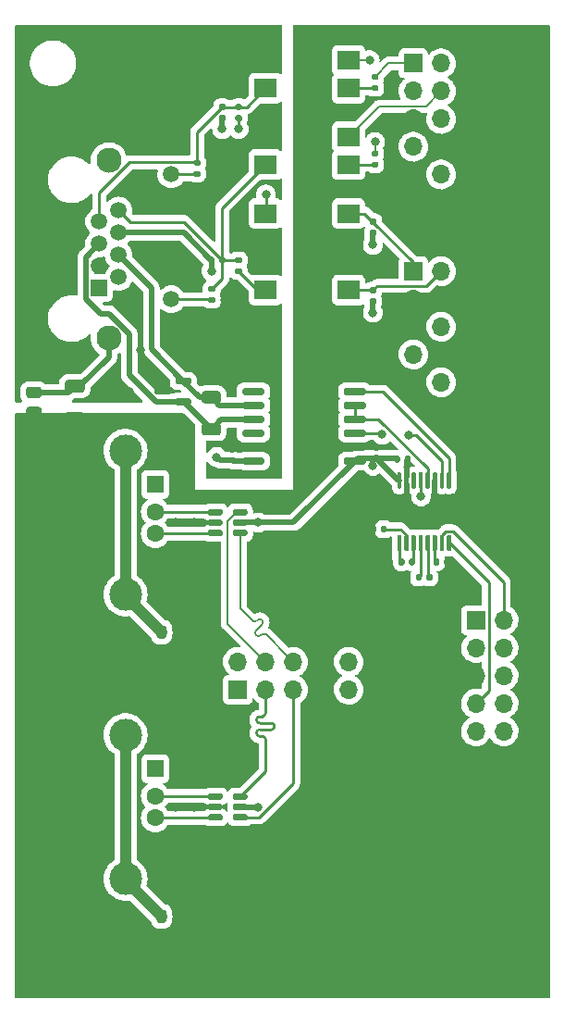
<source format=gtl>
G04 #@! TF.GenerationSoftware,KiCad,Pcbnew,6.0.5+dfsg-1~bpo11+1*
G04 #@! TF.CreationDate,2023-01-20T13:15:47+00:00*
G04 #@! TF.ProjectId,nascontrol-remote,6e617363-6f6e-4747-926f-6c2d72656d6f,rev?*
G04 #@! TF.SameCoordinates,Original*
G04 #@! TF.FileFunction,Copper,L1,Top*
G04 #@! TF.FilePolarity,Positive*
%FSLAX46Y46*%
G04 Gerber Fmt 4.6, Leading zero omitted, Abs format (unit mm)*
G04 Created by KiCad (PCBNEW 6.0.5+dfsg-1~bpo11+1) date 2023-01-20 13:15:47*
%MOMM*%
%LPD*%
G01*
G04 APERTURE LIST*
G04 #@! TA.AperFunction,ComponentPad*
%ADD10C,6.400000*%
G04 #@! TD*
G04 #@! TA.AperFunction,ComponentPad*
%ADD11R,1.500000X1.600000*%
G04 #@! TD*
G04 #@! TA.AperFunction,ComponentPad*
%ADD12C,1.600000*%
G04 #@! TD*
G04 #@! TA.AperFunction,ComponentPad*
%ADD13C,3.000000*%
G04 #@! TD*
G04 #@! TA.AperFunction,ComponentPad*
%ADD14R,1.500000X1.500000*%
G04 #@! TD*
G04 #@! TA.AperFunction,ComponentPad*
%ADD15C,1.500000*%
G04 #@! TD*
G04 #@! TA.AperFunction,ComponentPad*
%ADD16C,2.300000*%
G04 #@! TD*
G04 #@! TA.AperFunction,SMDPad,CuDef*
%ADD17R,2.000000X1.780000*%
G04 #@! TD*
G04 #@! TA.AperFunction,ComponentPad*
%ADD18R,1.700000X1.700000*%
G04 #@! TD*
G04 #@! TA.AperFunction,ComponentPad*
%ADD19O,1.700000X1.700000*%
G04 #@! TD*
G04 #@! TA.AperFunction,ViaPad*
%ADD20C,0.800000*%
G04 #@! TD*
G04 #@! TA.AperFunction,Conductor*
%ADD21C,0.500000*%
G04 #@! TD*
G04 #@! TA.AperFunction,Conductor*
%ADD22C,1.000000*%
G04 #@! TD*
G04 #@! TA.AperFunction,Conductor*
%ADD23C,0.250000*%
G04 #@! TD*
G04 #@! TA.AperFunction,Conductor*
%ADD24C,0.200000*%
G04 #@! TD*
G04 APERTURE END LIST*
D10*
X104000000Y-146000000D03*
G04 #@! TA.AperFunction,SMDPad,CuDef*
G36*
G01*
X137220000Y-111170000D02*
X137220000Y-110830000D01*
G75*
G02*
X137360000Y-110690000I140000J0D01*
G01*
X137640000Y-110690000D01*
G75*
G02*
X137780000Y-110830000I0J-140000D01*
G01*
X137780000Y-111170000D01*
G75*
G02*
X137640000Y-111310000I-140000J0D01*
G01*
X137360000Y-111310000D01*
G75*
G02*
X137220000Y-111170000I0J140000D01*
G01*
G37*
G04 #@! TD.AperFunction*
G04 #@! TA.AperFunction,SMDPad,CuDef*
G36*
G01*
X138180000Y-111170000D02*
X138180000Y-110830000D01*
G75*
G02*
X138320000Y-110690000I140000J0D01*
G01*
X138600000Y-110690000D01*
G75*
G02*
X138740000Y-110830000I0J-140000D01*
G01*
X138740000Y-111170000D01*
G75*
G02*
X138600000Y-111310000I-140000J0D01*
G01*
X138320000Y-111310000D01*
G75*
G02*
X138180000Y-111170000I0J140000D01*
G01*
G37*
G04 #@! TD.AperFunction*
G04 #@! TA.AperFunction,SMDPad,CuDef*
G36*
G01*
X113500000Y-116381250D02*
X113500000Y-115618750D01*
G75*
G02*
X113718750Y-115400000I218750J0D01*
G01*
X114156250Y-115400000D01*
G75*
G02*
X114375000Y-115618750I0J-218750D01*
G01*
X114375000Y-116381250D01*
G75*
G02*
X114156250Y-116600000I-218750J0D01*
G01*
X113718750Y-116600000D01*
G75*
G02*
X113500000Y-116381250I0J218750D01*
G01*
G37*
G04 #@! TD.AperFunction*
G04 #@! TA.AperFunction,SMDPad,CuDef*
G36*
G01*
X115625000Y-116381250D02*
X115625000Y-115618750D01*
G75*
G02*
X115843750Y-115400000I218750J0D01*
G01*
X116281250Y-115400000D01*
G75*
G02*
X116500000Y-115618750I0J-218750D01*
G01*
X116500000Y-116381250D01*
G75*
G02*
X116281250Y-116600000I-218750J0D01*
G01*
X115843750Y-116600000D01*
G75*
G02*
X115625000Y-116381250I0J218750D01*
G01*
G37*
G04 #@! TD.AperFunction*
D11*
X113360000Y-128500000D03*
D12*
X113360000Y-131000000D03*
X113360000Y-133000000D03*
X113360000Y-135500000D03*
D13*
X110650000Y-125430000D03*
X110650000Y-138570000D03*
G04 #@! TA.AperFunction,SMDPad,CuDef*
G36*
G01*
X118200000Y-131200000D02*
X118200000Y-130900000D01*
G75*
G02*
X118350000Y-130750000I150000J0D01*
G01*
X119375000Y-130750000D01*
G75*
G02*
X119525000Y-130900000I0J-150000D01*
G01*
X119525000Y-131200000D01*
G75*
G02*
X119375000Y-131350000I-150000J0D01*
G01*
X118350000Y-131350000D01*
G75*
G02*
X118200000Y-131200000I0J150000D01*
G01*
G37*
G04 #@! TD.AperFunction*
G04 #@! TA.AperFunction,SMDPad,CuDef*
G36*
G01*
X118200000Y-132150000D02*
X118200000Y-131850000D01*
G75*
G02*
X118350000Y-131700000I150000J0D01*
G01*
X119375000Y-131700000D01*
G75*
G02*
X119525000Y-131850000I0J-150000D01*
G01*
X119525000Y-132150000D01*
G75*
G02*
X119375000Y-132300000I-150000J0D01*
G01*
X118350000Y-132300000D01*
G75*
G02*
X118200000Y-132150000I0J150000D01*
G01*
G37*
G04 #@! TD.AperFunction*
G04 #@! TA.AperFunction,SMDPad,CuDef*
G36*
G01*
X118200000Y-133100000D02*
X118200000Y-132800000D01*
G75*
G02*
X118350000Y-132650000I150000J0D01*
G01*
X119375000Y-132650000D01*
G75*
G02*
X119525000Y-132800000I0J-150000D01*
G01*
X119525000Y-133100000D01*
G75*
G02*
X119375000Y-133250000I-150000J0D01*
G01*
X118350000Y-133250000D01*
G75*
G02*
X118200000Y-133100000I0J150000D01*
G01*
G37*
G04 #@! TD.AperFunction*
G04 #@! TA.AperFunction,SMDPad,CuDef*
G36*
G01*
X120475000Y-133100000D02*
X120475000Y-132800000D01*
G75*
G02*
X120625000Y-132650000I150000J0D01*
G01*
X121650000Y-132650000D01*
G75*
G02*
X121800000Y-132800000I0J-150000D01*
G01*
X121800000Y-133100000D01*
G75*
G02*
X121650000Y-133250000I-150000J0D01*
G01*
X120625000Y-133250000D01*
G75*
G02*
X120475000Y-133100000I0J150000D01*
G01*
G37*
G04 #@! TD.AperFunction*
G04 #@! TA.AperFunction,SMDPad,CuDef*
G36*
G01*
X120475000Y-132150000D02*
X120475000Y-131850000D01*
G75*
G02*
X120625000Y-131700000I150000J0D01*
G01*
X121650000Y-131700000D01*
G75*
G02*
X121800000Y-131850000I0J-150000D01*
G01*
X121800000Y-132150000D01*
G75*
G02*
X121650000Y-132300000I-150000J0D01*
G01*
X120625000Y-132300000D01*
G75*
G02*
X120475000Y-132150000I0J150000D01*
G01*
G37*
G04 #@! TD.AperFunction*
G04 #@! TA.AperFunction,SMDPad,CuDef*
G36*
G01*
X120475000Y-131200000D02*
X120475000Y-130900000D01*
G75*
G02*
X120625000Y-130750000I150000J0D01*
G01*
X121650000Y-130750000D01*
G75*
G02*
X121800000Y-130900000I0J-150000D01*
G01*
X121800000Y-131200000D01*
G75*
G02*
X121650000Y-131350000I-150000J0D01*
G01*
X120625000Y-131350000D01*
G75*
G02*
X120475000Y-131200000I0J150000D01*
G01*
G37*
G04 #@! TD.AperFunction*
G04 #@! TA.AperFunction,SMDPad,CuDef*
G36*
G01*
X135640000Y-109770000D02*
X135640000Y-109430000D01*
G75*
G02*
X135780000Y-109290000I140000J0D01*
G01*
X136060000Y-109290000D01*
G75*
G02*
X136200000Y-109430000I0J-140000D01*
G01*
X136200000Y-109770000D01*
G75*
G02*
X136060000Y-109910000I-140000J0D01*
G01*
X135780000Y-109910000D01*
G75*
G02*
X135640000Y-109770000I0J140000D01*
G01*
G37*
G04 #@! TD.AperFunction*
G04 #@! TA.AperFunction,SMDPad,CuDef*
G36*
G01*
X136600000Y-109770000D02*
X136600000Y-109430000D01*
G75*
G02*
X136740000Y-109290000I140000J0D01*
G01*
X137020000Y-109290000D01*
G75*
G02*
X137160000Y-109430000I0J-140000D01*
G01*
X137160000Y-109770000D01*
G75*
G02*
X137020000Y-109910000I-140000J0D01*
G01*
X136740000Y-109910000D01*
G75*
G02*
X136600000Y-109770000I0J140000D01*
G01*
G37*
G04 #@! TD.AperFunction*
D14*
X108225000Y-84560000D03*
D15*
X110005000Y-83544000D03*
X108225000Y-82528000D03*
X110005000Y-81512000D03*
X108225000Y-80496000D03*
X110005000Y-79480000D03*
X108225000Y-78464000D03*
X110005000Y-77448000D03*
X114825000Y-87860000D03*
X114825000Y-85570000D03*
X114825000Y-76430000D03*
X114825000Y-74140000D03*
D16*
X109115000Y-89130000D03*
X109115000Y-72870000D03*
D17*
X123465000Y-84730000D03*
X123465000Y-87270000D03*
X131085000Y-87270000D03*
X131085000Y-84730000D03*
G04 #@! TA.AperFunction,SMDPad,CuDef*
G36*
G01*
X119125000Y-98025000D02*
X117875000Y-98025000D01*
G75*
G02*
X117625000Y-97775000I0J250000D01*
G01*
X117625000Y-97150000D01*
G75*
G02*
X117875000Y-96900000I250000J0D01*
G01*
X119125000Y-96900000D01*
G75*
G02*
X119375000Y-97150000I0J-250000D01*
G01*
X119375000Y-97775000D01*
G75*
G02*
X119125000Y-98025000I-250000J0D01*
G01*
G37*
G04 #@! TD.AperFunction*
G04 #@! TA.AperFunction,SMDPad,CuDef*
G36*
G01*
X119125000Y-95100000D02*
X117875000Y-95100000D01*
G75*
G02*
X117625000Y-94850000I0J250000D01*
G01*
X117625000Y-94225000D01*
G75*
G02*
X117875000Y-93975000I250000J0D01*
G01*
X119125000Y-93975000D01*
G75*
G02*
X119375000Y-94225000I0J-250000D01*
G01*
X119375000Y-94850000D01*
G75*
G02*
X119125000Y-95100000I-250000J0D01*
G01*
G37*
G04 #@! TD.AperFunction*
D18*
X142725000Y-114925000D03*
D19*
X145265000Y-114925000D03*
X142725000Y-117465000D03*
X145265000Y-117465000D03*
X142725000Y-120005000D03*
X145265000Y-120005000D03*
X142725000Y-122545000D03*
X145265000Y-122545000D03*
X142725000Y-125085000D03*
X145265000Y-125085000D03*
G04 #@! TA.AperFunction,SMDPad,CuDef*
G36*
G01*
X118735000Y-85930000D02*
X118365000Y-85930000D01*
G75*
G02*
X118230000Y-85795000I0J135000D01*
G01*
X118230000Y-85525000D01*
G75*
G02*
X118365000Y-85390000I135000J0D01*
G01*
X118735000Y-85390000D01*
G75*
G02*
X118870000Y-85525000I0J-135000D01*
G01*
X118870000Y-85795000D01*
G75*
G02*
X118735000Y-85930000I-135000J0D01*
G01*
G37*
G04 #@! TD.AperFunction*
G04 #@! TA.AperFunction,SMDPad,CuDef*
G36*
G01*
X118735000Y-84910000D02*
X118365000Y-84910000D01*
G75*
G02*
X118230000Y-84775000I0J135000D01*
G01*
X118230000Y-84505000D01*
G75*
G02*
X118365000Y-84370000I135000J0D01*
G01*
X118735000Y-84370000D01*
G75*
G02*
X118870000Y-84505000I0J-135000D01*
G01*
X118870000Y-84775000D01*
G75*
G02*
X118735000Y-84910000I-135000J0D01*
G01*
G37*
G04 #@! TD.AperFunction*
G04 #@! TA.AperFunction,SMDPad,CuDef*
G36*
G01*
X132675000Y-100220000D02*
X132675000Y-100520000D01*
G75*
G02*
X132525000Y-100670000I-150000J0D01*
G01*
X130775000Y-100670000D01*
G75*
G02*
X130625000Y-100520000I0J150000D01*
G01*
X130625000Y-100220000D01*
G75*
G02*
X130775000Y-100070000I150000J0D01*
G01*
X132525000Y-100070000D01*
G75*
G02*
X132675000Y-100220000I0J-150000D01*
G01*
G37*
G04 #@! TD.AperFunction*
G04 #@! TA.AperFunction,SMDPad,CuDef*
G36*
G01*
X132675000Y-98950000D02*
X132675000Y-99250000D01*
G75*
G02*
X132525000Y-99400000I-150000J0D01*
G01*
X130775000Y-99400000D01*
G75*
G02*
X130625000Y-99250000I0J150000D01*
G01*
X130625000Y-98950000D01*
G75*
G02*
X130775000Y-98800000I150000J0D01*
G01*
X132525000Y-98800000D01*
G75*
G02*
X132675000Y-98950000I0J-150000D01*
G01*
G37*
G04 #@! TD.AperFunction*
G04 #@! TA.AperFunction,SMDPad,CuDef*
G36*
G01*
X132675000Y-97680000D02*
X132675000Y-97980000D01*
G75*
G02*
X132525000Y-98130000I-150000J0D01*
G01*
X130775000Y-98130000D01*
G75*
G02*
X130625000Y-97980000I0J150000D01*
G01*
X130625000Y-97680000D01*
G75*
G02*
X130775000Y-97530000I150000J0D01*
G01*
X132525000Y-97530000D01*
G75*
G02*
X132675000Y-97680000I0J-150000D01*
G01*
G37*
G04 #@! TD.AperFunction*
G04 #@! TA.AperFunction,SMDPad,CuDef*
G36*
G01*
X132675000Y-96410000D02*
X132675000Y-96710000D01*
G75*
G02*
X132525000Y-96860000I-150000J0D01*
G01*
X130775000Y-96860000D01*
G75*
G02*
X130625000Y-96710000I0J150000D01*
G01*
X130625000Y-96410000D01*
G75*
G02*
X130775000Y-96260000I150000J0D01*
G01*
X132525000Y-96260000D01*
G75*
G02*
X132675000Y-96410000I0J-150000D01*
G01*
G37*
G04 #@! TD.AperFunction*
G04 #@! TA.AperFunction,SMDPad,CuDef*
G36*
G01*
X132675000Y-95140000D02*
X132675000Y-95440000D01*
G75*
G02*
X132525000Y-95590000I-150000J0D01*
G01*
X130775000Y-95590000D01*
G75*
G02*
X130625000Y-95440000I0J150000D01*
G01*
X130625000Y-95140000D01*
G75*
G02*
X130775000Y-94990000I150000J0D01*
G01*
X132525000Y-94990000D01*
G75*
G02*
X132675000Y-95140000I0J-150000D01*
G01*
G37*
G04 #@! TD.AperFunction*
G04 #@! TA.AperFunction,SMDPad,CuDef*
G36*
G01*
X132675000Y-93870000D02*
X132675000Y-94170000D01*
G75*
G02*
X132525000Y-94320000I-150000J0D01*
G01*
X130775000Y-94320000D01*
G75*
G02*
X130625000Y-94170000I0J150000D01*
G01*
X130625000Y-93870000D01*
G75*
G02*
X130775000Y-93720000I150000J0D01*
G01*
X132525000Y-93720000D01*
G75*
G02*
X132675000Y-93870000I0J-150000D01*
G01*
G37*
G04 #@! TD.AperFunction*
G04 #@! TA.AperFunction,SMDPad,CuDef*
G36*
G01*
X132675000Y-92600000D02*
X132675000Y-92900000D01*
G75*
G02*
X132525000Y-93050000I-150000J0D01*
G01*
X130775000Y-93050000D01*
G75*
G02*
X130625000Y-92900000I0J150000D01*
G01*
X130625000Y-92600000D01*
G75*
G02*
X130775000Y-92450000I150000J0D01*
G01*
X132525000Y-92450000D01*
G75*
G02*
X132675000Y-92600000I0J-150000D01*
G01*
G37*
G04 #@! TD.AperFunction*
G04 #@! TA.AperFunction,SMDPad,CuDef*
G36*
G01*
X132675000Y-91330000D02*
X132675000Y-91630000D01*
G75*
G02*
X132525000Y-91780000I-150000J0D01*
G01*
X130775000Y-91780000D01*
G75*
G02*
X130625000Y-91630000I0J150000D01*
G01*
X130625000Y-91330000D01*
G75*
G02*
X130775000Y-91180000I150000J0D01*
G01*
X132525000Y-91180000D01*
G75*
G02*
X132675000Y-91330000I0J-150000D01*
G01*
G37*
G04 #@! TD.AperFunction*
G04 #@! TA.AperFunction,SMDPad,CuDef*
G36*
G01*
X123375000Y-91330000D02*
X123375000Y-91630000D01*
G75*
G02*
X123225000Y-91780000I-150000J0D01*
G01*
X121475000Y-91780000D01*
G75*
G02*
X121325000Y-91630000I0J150000D01*
G01*
X121325000Y-91330000D01*
G75*
G02*
X121475000Y-91180000I150000J0D01*
G01*
X123225000Y-91180000D01*
G75*
G02*
X123375000Y-91330000I0J-150000D01*
G01*
G37*
G04 #@! TD.AperFunction*
G04 #@! TA.AperFunction,SMDPad,CuDef*
G36*
G01*
X123375000Y-92600000D02*
X123375000Y-92900000D01*
G75*
G02*
X123225000Y-93050000I-150000J0D01*
G01*
X121475000Y-93050000D01*
G75*
G02*
X121325000Y-92900000I0J150000D01*
G01*
X121325000Y-92600000D01*
G75*
G02*
X121475000Y-92450000I150000J0D01*
G01*
X123225000Y-92450000D01*
G75*
G02*
X123375000Y-92600000I0J-150000D01*
G01*
G37*
G04 #@! TD.AperFunction*
G04 #@! TA.AperFunction,SMDPad,CuDef*
G36*
G01*
X123375000Y-93870000D02*
X123375000Y-94170000D01*
G75*
G02*
X123225000Y-94320000I-150000J0D01*
G01*
X121475000Y-94320000D01*
G75*
G02*
X121325000Y-94170000I0J150000D01*
G01*
X121325000Y-93870000D01*
G75*
G02*
X121475000Y-93720000I150000J0D01*
G01*
X123225000Y-93720000D01*
G75*
G02*
X123375000Y-93870000I0J-150000D01*
G01*
G37*
G04 #@! TD.AperFunction*
G04 #@! TA.AperFunction,SMDPad,CuDef*
G36*
G01*
X123375000Y-95140000D02*
X123375000Y-95440000D01*
G75*
G02*
X123225000Y-95590000I-150000J0D01*
G01*
X121475000Y-95590000D01*
G75*
G02*
X121325000Y-95440000I0J150000D01*
G01*
X121325000Y-95140000D01*
G75*
G02*
X121475000Y-94990000I150000J0D01*
G01*
X123225000Y-94990000D01*
G75*
G02*
X123375000Y-95140000I0J-150000D01*
G01*
G37*
G04 #@! TD.AperFunction*
G04 #@! TA.AperFunction,SMDPad,CuDef*
G36*
G01*
X123375000Y-96410000D02*
X123375000Y-96710000D01*
G75*
G02*
X123225000Y-96860000I-150000J0D01*
G01*
X121475000Y-96860000D01*
G75*
G02*
X121325000Y-96710000I0J150000D01*
G01*
X121325000Y-96410000D01*
G75*
G02*
X121475000Y-96260000I150000J0D01*
G01*
X123225000Y-96260000D01*
G75*
G02*
X123375000Y-96410000I0J-150000D01*
G01*
G37*
G04 #@! TD.AperFunction*
G04 #@! TA.AperFunction,SMDPad,CuDef*
G36*
G01*
X123375000Y-97680000D02*
X123375000Y-97980000D01*
G75*
G02*
X123225000Y-98130000I-150000J0D01*
G01*
X121475000Y-98130000D01*
G75*
G02*
X121325000Y-97980000I0J150000D01*
G01*
X121325000Y-97680000D01*
G75*
G02*
X121475000Y-97530000I150000J0D01*
G01*
X123225000Y-97530000D01*
G75*
G02*
X123375000Y-97680000I0J-150000D01*
G01*
G37*
G04 #@! TD.AperFunction*
G04 #@! TA.AperFunction,SMDPad,CuDef*
G36*
G01*
X123375000Y-98950000D02*
X123375000Y-99250000D01*
G75*
G02*
X123225000Y-99400000I-150000J0D01*
G01*
X121475000Y-99400000D01*
G75*
G02*
X121325000Y-99250000I0J150000D01*
G01*
X121325000Y-98950000D01*
G75*
G02*
X121475000Y-98800000I150000J0D01*
G01*
X123225000Y-98800000D01*
G75*
G02*
X123375000Y-98950000I0J-150000D01*
G01*
G37*
G04 #@! TD.AperFunction*
G04 #@! TA.AperFunction,SMDPad,CuDef*
G36*
G01*
X123375000Y-100220000D02*
X123375000Y-100520000D01*
G75*
G02*
X123225000Y-100670000I-150000J0D01*
G01*
X121475000Y-100670000D01*
G75*
G02*
X121325000Y-100520000I0J150000D01*
G01*
X121325000Y-100220000D01*
G75*
G02*
X121475000Y-100070000I150000J0D01*
G01*
X123225000Y-100070000D01*
G75*
G02*
X123375000Y-100220000I0J-150000D01*
G01*
G37*
G04 #@! TD.AperFunction*
G04 #@! TA.AperFunction,SMDPad,CuDef*
G36*
G01*
X120815000Y-67720000D02*
X121185000Y-67720000D01*
G75*
G02*
X121320000Y-67855000I0J-135000D01*
G01*
X121320000Y-68125000D01*
G75*
G02*
X121185000Y-68260000I-135000J0D01*
G01*
X120815000Y-68260000D01*
G75*
G02*
X120680000Y-68125000I0J135000D01*
G01*
X120680000Y-67855000D01*
G75*
G02*
X120815000Y-67720000I135000J0D01*
G01*
G37*
G04 #@! TD.AperFunction*
G04 #@! TA.AperFunction,SMDPad,CuDef*
G36*
G01*
X120815000Y-68740000D02*
X121185000Y-68740000D01*
G75*
G02*
X121320000Y-68875000I0J-135000D01*
G01*
X121320000Y-69145000D01*
G75*
G02*
X121185000Y-69280000I-135000J0D01*
G01*
X120815000Y-69280000D01*
G75*
G02*
X120680000Y-69145000I0J135000D01*
G01*
X120680000Y-68875000D01*
G75*
G02*
X120815000Y-68740000I135000J0D01*
G01*
G37*
G04 #@! TD.AperFunction*
G04 #@! TA.AperFunction,SMDPad,CuDef*
G36*
G01*
X117385000Y-74380000D02*
X117015000Y-74380000D01*
G75*
G02*
X116880000Y-74245000I0J135000D01*
G01*
X116880000Y-73975000D01*
G75*
G02*
X117015000Y-73840000I135000J0D01*
G01*
X117385000Y-73840000D01*
G75*
G02*
X117520000Y-73975000I0J-135000D01*
G01*
X117520000Y-74245000D01*
G75*
G02*
X117385000Y-74380000I-135000J0D01*
G01*
G37*
G04 #@! TD.AperFunction*
G04 #@! TA.AperFunction,SMDPad,CuDef*
G36*
G01*
X117385000Y-73360000D02*
X117015000Y-73360000D01*
G75*
G02*
X116880000Y-73225000I0J135000D01*
G01*
X116880000Y-72955000D01*
G75*
G02*
X117015000Y-72820000I135000J0D01*
G01*
X117385000Y-72820000D01*
G75*
G02*
X117520000Y-72955000I0J-135000D01*
G01*
X117520000Y-73225000D01*
G75*
G02*
X117385000Y-73360000I-135000J0D01*
G01*
G37*
G04 #@! TD.AperFunction*
D17*
X131085000Y-73270000D03*
X131085000Y-70730000D03*
X123465000Y-70730000D03*
X123465000Y-73270000D03*
D18*
X137000000Y-64000000D03*
D19*
X139540000Y-64000000D03*
X137000000Y-66540000D03*
X139540000Y-66540000D03*
X137000000Y-69080000D03*
X139540000Y-69080000D03*
X137000000Y-71620000D03*
X139540000Y-71620000D03*
X137000000Y-74160000D03*
X139540000Y-74160000D03*
G04 #@! TA.AperFunction,SMDPad,CuDef*
G36*
G01*
X105350000Y-92950000D02*
X106650000Y-92950000D01*
G75*
G02*
X106900000Y-93200000I0J-250000D01*
G01*
X106900000Y-93850000D01*
G75*
G02*
X106650000Y-94100000I-250000J0D01*
G01*
X105350000Y-94100000D01*
G75*
G02*
X105100000Y-93850000I0J250000D01*
G01*
X105100000Y-93200000D01*
G75*
G02*
X105350000Y-92950000I250000J0D01*
G01*
G37*
G04 #@! TD.AperFunction*
G04 #@! TA.AperFunction,SMDPad,CuDef*
G36*
G01*
X105350000Y-95900000D02*
X106650000Y-95900000D01*
G75*
G02*
X106900000Y-96150000I0J-250000D01*
G01*
X106900000Y-96800000D01*
G75*
G02*
X106650000Y-97050000I-250000J0D01*
G01*
X105350000Y-97050000D01*
G75*
G02*
X105100000Y-96800000I0J250000D01*
G01*
X105100000Y-96150000D01*
G75*
G02*
X105350000Y-95900000I250000J0D01*
G01*
G37*
G04 #@! TD.AperFunction*
G04 #@! TA.AperFunction,SMDPad,CuDef*
G36*
G01*
X133770000Y-100360000D02*
X133430000Y-100360000D01*
G75*
G02*
X133290000Y-100220000I0J140000D01*
G01*
X133290000Y-99940000D01*
G75*
G02*
X133430000Y-99800000I140000J0D01*
G01*
X133770000Y-99800000D01*
G75*
G02*
X133910000Y-99940000I0J-140000D01*
G01*
X133910000Y-100220000D01*
G75*
G02*
X133770000Y-100360000I-140000J0D01*
G01*
G37*
G04 #@! TD.AperFunction*
G04 #@! TA.AperFunction,SMDPad,CuDef*
G36*
G01*
X133770000Y-99400000D02*
X133430000Y-99400000D01*
G75*
G02*
X133290000Y-99260000I0J140000D01*
G01*
X133290000Y-98980000D01*
G75*
G02*
X133430000Y-98840000I140000J0D01*
G01*
X133770000Y-98840000D01*
G75*
G02*
X133910000Y-98980000I0J-140000D01*
G01*
X133910000Y-99260000D01*
G75*
G02*
X133770000Y-99400000I-140000J0D01*
G01*
G37*
G04 #@! TD.AperFunction*
D17*
X123465000Y-77730000D03*
X123465000Y-80270000D03*
X131085000Y-80270000D03*
X131085000Y-77730000D03*
G04 #@! TA.AperFunction,SMDPad,CuDef*
G36*
G01*
X116675000Y-94800000D02*
X116675000Y-95100000D01*
G75*
G02*
X116525000Y-95250000I-150000J0D01*
G01*
X115350000Y-95250000D01*
G75*
G02*
X115200000Y-95100000I0J150000D01*
G01*
X115200000Y-94800000D01*
G75*
G02*
X115350000Y-94650000I150000J0D01*
G01*
X116525000Y-94650000D01*
G75*
G02*
X116675000Y-94800000I0J-150000D01*
G01*
G37*
G04 #@! TD.AperFunction*
G04 #@! TA.AperFunction,SMDPad,CuDef*
G36*
G01*
X116675000Y-92900000D02*
X116675000Y-93200000D01*
G75*
G02*
X116525000Y-93350000I-150000J0D01*
G01*
X115350000Y-93350000D01*
G75*
G02*
X115200000Y-93200000I0J150000D01*
G01*
X115200000Y-92900000D01*
G75*
G02*
X115350000Y-92750000I150000J0D01*
G01*
X116525000Y-92750000D01*
G75*
G02*
X116675000Y-92900000I0J-150000D01*
G01*
G37*
G04 #@! TD.AperFunction*
G04 #@! TA.AperFunction,SMDPad,CuDef*
G36*
G01*
X114800000Y-93850000D02*
X114800000Y-94150000D01*
G75*
G02*
X114650000Y-94300000I-150000J0D01*
G01*
X113475000Y-94300000D01*
G75*
G02*
X113325000Y-94150000I0J150000D01*
G01*
X113325000Y-93850000D01*
G75*
G02*
X113475000Y-93700000I150000J0D01*
G01*
X114650000Y-93700000D01*
G75*
G02*
X114800000Y-93850000I0J-150000D01*
G01*
G37*
G04 #@! TD.AperFunction*
G04 #@! TA.AperFunction,SMDPad,CuDef*
G36*
G01*
X120815000Y-81720000D02*
X121185000Y-81720000D01*
G75*
G02*
X121320000Y-81855000I0J-135000D01*
G01*
X121320000Y-82125000D01*
G75*
G02*
X121185000Y-82260000I-135000J0D01*
G01*
X120815000Y-82260000D01*
G75*
G02*
X120680000Y-82125000I0J135000D01*
G01*
X120680000Y-81855000D01*
G75*
G02*
X120815000Y-81720000I135000J0D01*
G01*
G37*
G04 #@! TD.AperFunction*
G04 #@! TA.AperFunction,SMDPad,CuDef*
G36*
G01*
X120815000Y-82740000D02*
X121185000Y-82740000D01*
G75*
G02*
X121320000Y-82875000I0J-135000D01*
G01*
X121320000Y-83145000D01*
G75*
G02*
X121185000Y-83280000I-135000J0D01*
G01*
X120815000Y-83280000D01*
G75*
G02*
X120680000Y-83145000I0J135000D01*
G01*
X120680000Y-82875000D01*
G75*
G02*
X120815000Y-82740000I135000J0D01*
G01*
G37*
G04 #@! TD.AperFunction*
G04 #@! TA.AperFunction,SMDPad,CuDef*
G36*
G01*
X135240000Y-100370000D02*
X135240000Y-100030000D01*
G75*
G02*
X135380000Y-99890000I140000J0D01*
G01*
X135660000Y-99890000D01*
G75*
G02*
X135800000Y-100030000I0J-140000D01*
G01*
X135800000Y-100370000D01*
G75*
G02*
X135660000Y-100510000I-140000J0D01*
G01*
X135380000Y-100510000D01*
G75*
G02*
X135240000Y-100370000I0J140000D01*
G01*
G37*
G04 #@! TD.AperFunction*
G04 #@! TA.AperFunction,SMDPad,CuDef*
G36*
G01*
X136200000Y-100370000D02*
X136200000Y-100030000D01*
G75*
G02*
X136340000Y-99890000I140000J0D01*
G01*
X136620000Y-99890000D01*
G75*
G02*
X136760000Y-100030000I0J-140000D01*
G01*
X136760000Y-100370000D01*
G75*
G02*
X136620000Y-100510000I-140000J0D01*
G01*
X136340000Y-100510000D01*
G75*
G02*
X136200000Y-100370000I0J140000D01*
G01*
G37*
G04 #@! TD.AperFunction*
G04 #@! TA.AperFunction,SMDPad,CuDef*
G36*
G01*
X133315000Y-71970000D02*
X133685000Y-71970000D01*
G75*
G02*
X133820000Y-72105000I0J-135000D01*
G01*
X133820000Y-72375000D01*
G75*
G02*
X133685000Y-72510000I-135000J0D01*
G01*
X133315000Y-72510000D01*
G75*
G02*
X133180000Y-72375000I0J135000D01*
G01*
X133180000Y-72105000D01*
G75*
G02*
X133315000Y-71970000I135000J0D01*
G01*
G37*
G04 #@! TD.AperFunction*
G04 #@! TA.AperFunction,SMDPad,CuDef*
G36*
G01*
X133315000Y-72990000D02*
X133685000Y-72990000D01*
G75*
G02*
X133820000Y-73125000I0J-135000D01*
G01*
X133820000Y-73395000D01*
G75*
G02*
X133685000Y-73530000I-135000J0D01*
G01*
X133315000Y-73530000D01*
G75*
G02*
X133180000Y-73395000I0J135000D01*
G01*
X133180000Y-73125000D01*
G75*
G02*
X133315000Y-72990000I135000J0D01*
G01*
G37*
G04 #@! TD.AperFunction*
G04 #@! TA.AperFunction,SMDPad,CuDef*
G36*
G01*
X119315000Y-67720000D02*
X119685000Y-67720000D01*
G75*
G02*
X119820000Y-67855000I0J-135000D01*
G01*
X119820000Y-68125000D01*
G75*
G02*
X119685000Y-68260000I-135000J0D01*
G01*
X119315000Y-68260000D01*
G75*
G02*
X119180000Y-68125000I0J135000D01*
G01*
X119180000Y-67855000D01*
G75*
G02*
X119315000Y-67720000I135000J0D01*
G01*
G37*
G04 #@! TD.AperFunction*
G04 #@! TA.AperFunction,SMDPad,CuDef*
G36*
G01*
X119315000Y-68740000D02*
X119685000Y-68740000D01*
G75*
G02*
X119820000Y-68875000I0J-135000D01*
G01*
X119820000Y-69145000D01*
G75*
G02*
X119685000Y-69280000I-135000J0D01*
G01*
X119315000Y-69280000D01*
G75*
G02*
X119180000Y-69145000I0J135000D01*
G01*
X119180000Y-68875000D01*
G75*
G02*
X119315000Y-68740000I135000J0D01*
G01*
G37*
G04 #@! TD.AperFunction*
G04 #@! TA.AperFunction,SMDPad,CuDef*
G36*
G01*
X135825000Y-108600000D02*
X135625000Y-108600000D01*
G75*
G02*
X135525000Y-108500000I0J100000D01*
G01*
X135525000Y-107225000D01*
G75*
G02*
X135625000Y-107125000I100000J0D01*
G01*
X135825000Y-107125000D01*
G75*
G02*
X135925000Y-107225000I0J-100000D01*
G01*
X135925000Y-108500000D01*
G75*
G02*
X135825000Y-108600000I-100000J0D01*
G01*
G37*
G04 #@! TD.AperFunction*
G04 #@! TA.AperFunction,SMDPad,CuDef*
G36*
G01*
X136475000Y-108600000D02*
X136275000Y-108600000D01*
G75*
G02*
X136175000Y-108500000I0J100000D01*
G01*
X136175000Y-107225000D01*
G75*
G02*
X136275000Y-107125000I100000J0D01*
G01*
X136475000Y-107125000D01*
G75*
G02*
X136575000Y-107225000I0J-100000D01*
G01*
X136575000Y-108500000D01*
G75*
G02*
X136475000Y-108600000I-100000J0D01*
G01*
G37*
G04 #@! TD.AperFunction*
G04 #@! TA.AperFunction,SMDPad,CuDef*
G36*
G01*
X137125000Y-108600000D02*
X136925000Y-108600000D01*
G75*
G02*
X136825000Y-108500000I0J100000D01*
G01*
X136825000Y-107225000D01*
G75*
G02*
X136925000Y-107125000I100000J0D01*
G01*
X137125000Y-107125000D01*
G75*
G02*
X137225000Y-107225000I0J-100000D01*
G01*
X137225000Y-108500000D01*
G75*
G02*
X137125000Y-108600000I-100000J0D01*
G01*
G37*
G04 #@! TD.AperFunction*
G04 #@! TA.AperFunction,SMDPad,CuDef*
G36*
G01*
X137775000Y-108600000D02*
X137575000Y-108600000D01*
G75*
G02*
X137475000Y-108500000I0J100000D01*
G01*
X137475000Y-107225000D01*
G75*
G02*
X137575000Y-107125000I100000J0D01*
G01*
X137775000Y-107125000D01*
G75*
G02*
X137875000Y-107225000I0J-100000D01*
G01*
X137875000Y-108500000D01*
G75*
G02*
X137775000Y-108600000I-100000J0D01*
G01*
G37*
G04 #@! TD.AperFunction*
G04 #@! TA.AperFunction,SMDPad,CuDef*
G36*
G01*
X138425000Y-108600000D02*
X138225000Y-108600000D01*
G75*
G02*
X138125000Y-108500000I0J100000D01*
G01*
X138125000Y-107225000D01*
G75*
G02*
X138225000Y-107125000I100000J0D01*
G01*
X138425000Y-107125000D01*
G75*
G02*
X138525000Y-107225000I0J-100000D01*
G01*
X138525000Y-108500000D01*
G75*
G02*
X138425000Y-108600000I-100000J0D01*
G01*
G37*
G04 #@! TD.AperFunction*
G04 #@! TA.AperFunction,SMDPad,CuDef*
G36*
G01*
X139075000Y-108600000D02*
X138875000Y-108600000D01*
G75*
G02*
X138775000Y-108500000I0J100000D01*
G01*
X138775000Y-107225000D01*
G75*
G02*
X138875000Y-107125000I100000J0D01*
G01*
X139075000Y-107125000D01*
G75*
G02*
X139175000Y-107225000I0J-100000D01*
G01*
X139175000Y-108500000D01*
G75*
G02*
X139075000Y-108600000I-100000J0D01*
G01*
G37*
G04 #@! TD.AperFunction*
G04 #@! TA.AperFunction,SMDPad,CuDef*
G36*
G01*
X139725000Y-108600000D02*
X139525000Y-108600000D01*
G75*
G02*
X139425000Y-108500000I0J100000D01*
G01*
X139425000Y-107225000D01*
G75*
G02*
X139525000Y-107125000I100000J0D01*
G01*
X139725000Y-107125000D01*
G75*
G02*
X139825000Y-107225000I0J-100000D01*
G01*
X139825000Y-108500000D01*
G75*
G02*
X139725000Y-108600000I-100000J0D01*
G01*
G37*
G04 #@! TD.AperFunction*
G04 #@! TA.AperFunction,SMDPad,CuDef*
G36*
G01*
X140375000Y-108600000D02*
X140175000Y-108600000D01*
G75*
G02*
X140075000Y-108500000I0J100000D01*
G01*
X140075000Y-107225000D01*
G75*
G02*
X140175000Y-107125000I100000J0D01*
G01*
X140375000Y-107125000D01*
G75*
G02*
X140475000Y-107225000I0J-100000D01*
G01*
X140475000Y-108500000D01*
G75*
G02*
X140375000Y-108600000I-100000J0D01*
G01*
G37*
G04 #@! TD.AperFunction*
G04 #@! TA.AperFunction,SMDPad,CuDef*
G36*
G01*
X140375000Y-102875000D02*
X140175000Y-102875000D01*
G75*
G02*
X140075000Y-102775000I0J100000D01*
G01*
X140075000Y-101500000D01*
G75*
G02*
X140175000Y-101400000I100000J0D01*
G01*
X140375000Y-101400000D01*
G75*
G02*
X140475000Y-101500000I0J-100000D01*
G01*
X140475000Y-102775000D01*
G75*
G02*
X140375000Y-102875000I-100000J0D01*
G01*
G37*
G04 #@! TD.AperFunction*
G04 #@! TA.AperFunction,SMDPad,CuDef*
G36*
G01*
X139725000Y-102875000D02*
X139525000Y-102875000D01*
G75*
G02*
X139425000Y-102775000I0J100000D01*
G01*
X139425000Y-101500000D01*
G75*
G02*
X139525000Y-101400000I100000J0D01*
G01*
X139725000Y-101400000D01*
G75*
G02*
X139825000Y-101500000I0J-100000D01*
G01*
X139825000Y-102775000D01*
G75*
G02*
X139725000Y-102875000I-100000J0D01*
G01*
G37*
G04 #@! TD.AperFunction*
G04 #@! TA.AperFunction,SMDPad,CuDef*
G36*
G01*
X139075000Y-102875000D02*
X138875000Y-102875000D01*
G75*
G02*
X138775000Y-102775000I0J100000D01*
G01*
X138775000Y-101500000D01*
G75*
G02*
X138875000Y-101400000I100000J0D01*
G01*
X139075000Y-101400000D01*
G75*
G02*
X139175000Y-101500000I0J-100000D01*
G01*
X139175000Y-102775000D01*
G75*
G02*
X139075000Y-102875000I-100000J0D01*
G01*
G37*
G04 #@! TD.AperFunction*
G04 #@! TA.AperFunction,SMDPad,CuDef*
G36*
G01*
X138425000Y-102875000D02*
X138225000Y-102875000D01*
G75*
G02*
X138125000Y-102775000I0J100000D01*
G01*
X138125000Y-101500000D01*
G75*
G02*
X138225000Y-101400000I100000J0D01*
G01*
X138425000Y-101400000D01*
G75*
G02*
X138525000Y-101500000I0J-100000D01*
G01*
X138525000Y-102775000D01*
G75*
G02*
X138425000Y-102875000I-100000J0D01*
G01*
G37*
G04 #@! TD.AperFunction*
G04 #@! TA.AperFunction,SMDPad,CuDef*
G36*
G01*
X137775000Y-102875000D02*
X137575000Y-102875000D01*
G75*
G02*
X137475000Y-102775000I0J100000D01*
G01*
X137475000Y-101500000D01*
G75*
G02*
X137575000Y-101400000I100000J0D01*
G01*
X137775000Y-101400000D01*
G75*
G02*
X137875000Y-101500000I0J-100000D01*
G01*
X137875000Y-102775000D01*
G75*
G02*
X137775000Y-102875000I-100000J0D01*
G01*
G37*
G04 #@! TD.AperFunction*
G04 #@! TA.AperFunction,SMDPad,CuDef*
G36*
G01*
X137125000Y-102875000D02*
X136925000Y-102875000D01*
G75*
G02*
X136825000Y-102775000I0J100000D01*
G01*
X136825000Y-101500000D01*
G75*
G02*
X136925000Y-101400000I100000J0D01*
G01*
X137125000Y-101400000D01*
G75*
G02*
X137225000Y-101500000I0J-100000D01*
G01*
X137225000Y-102775000D01*
G75*
G02*
X137125000Y-102875000I-100000J0D01*
G01*
G37*
G04 #@! TD.AperFunction*
G04 #@! TA.AperFunction,SMDPad,CuDef*
G36*
G01*
X136475000Y-102875000D02*
X136275000Y-102875000D01*
G75*
G02*
X136175000Y-102775000I0J100000D01*
G01*
X136175000Y-101500000D01*
G75*
G02*
X136275000Y-101400000I100000J0D01*
G01*
X136475000Y-101400000D01*
G75*
G02*
X136575000Y-101500000I0J-100000D01*
G01*
X136575000Y-102775000D01*
G75*
G02*
X136475000Y-102875000I-100000J0D01*
G01*
G37*
G04 #@! TD.AperFunction*
G04 #@! TA.AperFunction,SMDPad,CuDef*
G36*
G01*
X135825000Y-102875000D02*
X135625000Y-102875000D01*
G75*
G02*
X135525000Y-102775000I0J100000D01*
G01*
X135525000Y-101500000D01*
G75*
G02*
X135625000Y-101400000I100000J0D01*
G01*
X135825000Y-101400000D01*
G75*
G02*
X135925000Y-101500000I0J-100000D01*
G01*
X135925000Y-102775000D01*
G75*
G02*
X135825000Y-102875000I-100000J0D01*
G01*
G37*
G04 #@! TD.AperFunction*
D18*
X120925000Y-121275000D03*
D19*
X120925000Y-118735000D03*
X123465000Y-121275000D03*
X123465000Y-118735000D03*
X126005000Y-121275000D03*
X126005000Y-118735000D03*
X128545000Y-121275000D03*
X128545000Y-118735000D03*
X131085000Y-121275000D03*
X131085000Y-118735000D03*
D17*
X131085000Y-66270000D03*
X131085000Y-63730000D03*
X123465000Y-63730000D03*
X123465000Y-66270000D03*
G04 #@! TA.AperFunction,SMDPad,CuDef*
G36*
G01*
X134560000Y-106430000D02*
X134560000Y-106770000D01*
G75*
G02*
X134420000Y-106910000I-140000J0D01*
G01*
X134140000Y-106910000D01*
G75*
G02*
X134000000Y-106770000I0J140000D01*
G01*
X134000000Y-106430000D01*
G75*
G02*
X134140000Y-106290000I140000J0D01*
G01*
X134420000Y-106290000D01*
G75*
G02*
X134560000Y-106430000I0J-140000D01*
G01*
G37*
G04 #@! TD.AperFunction*
G04 #@! TA.AperFunction,SMDPad,CuDef*
G36*
G01*
X133600000Y-106430000D02*
X133600000Y-106770000D01*
G75*
G02*
X133460000Y-106910000I-140000J0D01*
G01*
X133180000Y-106910000D01*
G75*
G02*
X133040000Y-106770000I0J140000D01*
G01*
X133040000Y-106430000D01*
G75*
G02*
X133180000Y-106290000I140000J0D01*
G01*
X133460000Y-106290000D01*
G75*
G02*
X133600000Y-106430000I0J-140000D01*
G01*
G37*
G04 #@! TD.AperFunction*
D18*
X137000000Y-83000000D03*
D19*
X139540000Y-83000000D03*
X137000000Y-85540000D03*
X139540000Y-85540000D03*
X137000000Y-88080000D03*
X139540000Y-88080000D03*
X137000000Y-90620000D03*
X139540000Y-90620000D03*
X137000000Y-93160000D03*
X139540000Y-93160000D03*
G04 #@! TA.AperFunction,SMDPad,CuDef*
G36*
G01*
X113500000Y-142381250D02*
X113500000Y-141618750D01*
G75*
G02*
X113718750Y-141400000I218750J0D01*
G01*
X114156250Y-141400000D01*
G75*
G02*
X114375000Y-141618750I0J-218750D01*
G01*
X114375000Y-142381250D01*
G75*
G02*
X114156250Y-142600000I-218750J0D01*
G01*
X113718750Y-142600000D01*
G75*
G02*
X113500000Y-142381250I0J218750D01*
G01*
G37*
G04 #@! TD.AperFunction*
G04 #@! TA.AperFunction,SMDPad,CuDef*
G36*
G01*
X115625000Y-142381250D02*
X115625000Y-141618750D01*
G75*
G02*
X115843750Y-141400000I218750J0D01*
G01*
X116281250Y-141400000D01*
G75*
G02*
X116500000Y-141618750I0J-218750D01*
G01*
X116500000Y-142381250D01*
G75*
G02*
X116281250Y-142600000I-218750J0D01*
G01*
X115843750Y-142600000D01*
G75*
G02*
X115625000Y-142381250I0J218750D01*
G01*
G37*
G04 #@! TD.AperFunction*
G04 #@! TA.AperFunction,SMDPad,CuDef*
G36*
G01*
X133115000Y-84470000D02*
X133485000Y-84470000D01*
G75*
G02*
X133620000Y-84605000I0J-135000D01*
G01*
X133620000Y-84875000D01*
G75*
G02*
X133485000Y-85010000I-135000J0D01*
G01*
X133115000Y-85010000D01*
G75*
G02*
X132980000Y-84875000I0J135000D01*
G01*
X132980000Y-84605000D01*
G75*
G02*
X133115000Y-84470000I135000J0D01*
G01*
G37*
G04 #@! TD.AperFunction*
G04 #@! TA.AperFunction,SMDPad,CuDef*
G36*
G01*
X133115000Y-85490000D02*
X133485000Y-85490000D01*
G75*
G02*
X133620000Y-85625000I0J-135000D01*
G01*
X133620000Y-85895000D01*
G75*
G02*
X133485000Y-86030000I-135000J0D01*
G01*
X133115000Y-86030000D01*
G75*
G02*
X132980000Y-85895000I0J135000D01*
G01*
X132980000Y-85625000D01*
G75*
G02*
X133115000Y-85490000I135000J0D01*
G01*
G37*
G04 #@! TD.AperFunction*
G04 #@! TA.AperFunction,SMDPad,CuDef*
G36*
G01*
X119780000Y-81815000D02*
X119780000Y-82185000D01*
G75*
G02*
X119645000Y-82320000I-135000J0D01*
G01*
X119375000Y-82320000D01*
G75*
G02*
X119240000Y-82185000I0J135000D01*
G01*
X119240000Y-81815000D01*
G75*
G02*
X119375000Y-81680000I135000J0D01*
G01*
X119645000Y-81680000D01*
G75*
G02*
X119780000Y-81815000I0J-135000D01*
G01*
G37*
G04 #@! TD.AperFunction*
G04 #@! TA.AperFunction,SMDPad,CuDef*
G36*
G01*
X118760000Y-81815000D02*
X118760000Y-82185000D01*
G75*
G02*
X118625000Y-82320000I-135000J0D01*
G01*
X118355000Y-82320000D01*
G75*
G02*
X118220000Y-82185000I0J135000D01*
G01*
X118220000Y-81815000D01*
G75*
G02*
X118355000Y-81680000I135000J0D01*
G01*
X118625000Y-81680000D01*
G75*
G02*
X118760000Y-81815000I0J-135000D01*
G01*
G37*
G04 #@! TD.AperFunction*
G04 #@! TA.AperFunction,SMDPad,CuDef*
G36*
G01*
X138840000Y-109770000D02*
X138840000Y-109430000D01*
G75*
G02*
X138980000Y-109290000I140000J0D01*
G01*
X139260000Y-109290000D01*
G75*
G02*
X139400000Y-109430000I0J-140000D01*
G01*
X139400000Y-109770000D01*
G75*
G02*
X139260000Y-109910000I-140000J0D01*
G01*
X138980000Y-109910000D01*
G75*
G02*
X138840000Y-109770000I0J140000D01*
G01*
G37*
G04 #@! TD.AperFunction*
G04 #@! TA.AperFunction,SMDPad,CuDef*
G36*
G01*
X139800000Y-109770000D02*
X139800000Y-109430000D01*
G75*
G02*
X139940000Y-109290000I140000J0D01*
G01*
X140220000Y-109290000D01*
G75*
G02*
X140360000Y-109430000I0J-140000D01*
G01*
X140360000Y-109770000D01*
G75*
G02*
X140220000Y-109910000I-140000J0D01*
G01*
X139940000Y-109910000D01*
G75*
G02*
X139800000Y-109770000I0J140000D01*
G01*
G37*
G04 #@! TD.AperFunction*
G04 #@! TA.AperFunction,SMDPad,CuDef*
G36*
G01*
X101800000Y-93575000D02*
X102700000Y-93575000D01*
G75*
G02*
X102950000Y-93825000I0J-250000D01*
G01*
X102950000Y-94350000D01*
G75*
G02*
X102700000Y-94600000I-250000J0D01*
G01*
X101800000Y-94600000D01*
G75*
G02*
X101550000Y-94350000I0J250000D01*
G01*
X101550000Y-93825000D01*
G75*
G02*
X101800000Y-93575000I250000J0D01*
G01*
G37*
G04 #@! TD.AperFunction*
G04 #@! TA.AperFunction,SMDPad,CuDef*
G36*
G01*
X101800000Y-95400000D02*
X102700000Y-95400000D01*
G75*
G02*
X102950000Y-95650000I0J-250000D01*
G01*
X102950000Y-96175000D01*
G75*
G02*
X102700000Y-96425000I-250000J0D01*
G01*
X101800000Y-96425000D01*
G75*
G02*
X101550000Y-96175000I0J250000D01*
G01*
X101550000Y-95650000D01*
G75*
G02*
X101800000Y-95400000I250000J0D01*
G01*
G37*
G04 #@! TD.AperFunction*
D11*
X113360000Y-102500000D03*
D12*
X113360000Y-105000000D03*
X113360000Y-107000000D03*
X113360000Y-109500000D03*
D13*
X110650000Y-99430000D03*
X110650000Y-112570000D03*
G04 #@! TA.AperFunction,SMDPad,CuDef*
G36*
G01*
X120570000Y-100560000D02*
X120230000Y-100560000D01*
G75*
G02*
X120090000Y-100420000I0J140000D01*
G01*
X120090000Y-100140000D01*
G75*
G02*
X120230000Y-100000000I140000J0D01*
G01*
X120570000Y-100000000D01*
G75*
G02*
X120710000Y-100140000I0J-140000D01*
G01*
X120710000Y-100420000D01*
G75*
G02*
X120570000Y-100560000I-140000J0D01*
G01*
G37*
G04 #@! TD.AperFunction*
G04 #@! TA.AperFunction,SMDPad,CuDef*
G36*
G01*
X120570000Y-99600000D02*
X120230000Y-99600000D01*
G75*
G02*
X120090000Y-99460000I0J140000D01*
G01*
X120090000Y-99180000D01*
G75*
G02*
X120230000Y-99040000I140000J0D01*
G01*
X120570000Y-99040000D01*
G75*
G02*
X120710000Y-99180000I0J-140000D01*
G01*
X120710000Y-99460000D01*
G75*
G02*
X120570000Y-99600000I-140000J0D01*
G01*
G37*
G04 #@! TD.AperFunction*
G04 #@! TA.AperFunction,SMDPad,CuDef*
G36*
G01*
X118200000Y-105200000D02*
X118200000Y-104900000D01*
G75*
G02*
X118350000Y-104750000I150000J0D01*
G01*
X119375000Y-104750000D01*
G75*
G02*
X119525000Y-104900000I0J-150000D01*
G01*
X119525000Y-105200000D01*
G75*
G02*
X119375000Y-105350000I-150000J0D01*
G01*
X118350000Y-105350000D01*
G75*
G02*
X118200000Y-105200000I0J150000D01*
G01*
G37*
G04 #@! TD.AperFunction*
G04 #@! TA.AperFunction,SMDPad,CuDef*
G36*
G01*
X118200000Y-106150000D02*
X118200000Y-105850000D01*
G75*
G02*
X118350000Y-105700000I150000J0D01*
G01*
X119375000Y-105700000D01*
G75*
G02*
X119525000Y-105850000I0J-150000D01*
G01*
X119525000Y-106150000D01*
G75*
G02*
X119375000Y-106300000I-150000J0D01*
G01*
X118350000Y-106300000D01*
G75*
G02*
X118200000Y-106150000I0J150000D01*
G01*
G37*
G04 #@! TD.AperFunction*
G04 #@! TA.AperFunction,SMDPad,CuDef*
G36*
G01*
X118200000Y-107100000D02*
X118200000Y-106800000D01*
G75*
G02*
X118350000Y-106650000I150000J0D01*
G01*
X119375000Y-106650000D01*
G75*
G02*
X119525000Y-106800000I0J-150000D01*
G01*
X119525000Y-107100000D01*
G75*
G02*
X119375000Y-107250000I-150000J0D01*
G01*
X118350000Y-107250000D01*
G75*
G02*
X118200000Y-107100000I0J150000D01*
G01*
G37*
G04 #@! TD.AperFunction*
G04 #@! TA.AperFunction,SMDPad,CuDef*
G36*
G01*
X120475000Y-107100000D02*
X120475000Y-106800000D01*
G75*
G02*
X120625000Y-106650000I150000J0D01*
G01*
X121650000Y-106650000D01*
G75*
G02*
X121800000Y-106800000I0J-150000D01*
G01*
X121800000Y-107100000D01*
G75*
G02*
X121650000Y-107250000I-150000J0D01*
G01*
X120625000Y-107250000D01*
G75*
G02*
X120475000Y-107100000I0J150000D01*
G01*
G37*
G04 #@! TD.AperFunction*
G04 #@! TA.AperFunction,SMDPad,CuDef*
G36*
G01*
X120475000Y-106150000D02*
X120475000Y-105850000D01*
G75*
G02*
X120625000Y-105700000I150000J0D01*
G01*
X121650000Y-105700000D01*
G75*
G02*
X121800000Y-105850000I0J-150000D01*
G01*
X121800000Y-106150000D01*
G75*
G02*
X121650000Y-106300000I-150000J0D01*
G01*
X120625000Y-106300000D01*
G75*
G02*
X120475000Y-106150000I0J150000D01*
G01*
G37*
G04 #@! TD.AperFunction*
G04 #@! TA.AperFunction,SMDPad,CuDef*
G36*
G01*
X120475000Y-105200000D02*
X120475000Y-104900000D01*
G75*
G02*
X120625000Y-104750000I150000J0D01*
G01*
X121650000Y-104750000D01*
G75*
G02*
X121800000Y-104900000I0J-150000D01*
G01*
X121800000Y-105200000D01*
G75*
G02*
X121650000Y-105350000I-150000J0D01*
G01*
X120625000Y-105350000D01*
G75*
G02*
X120475000Y-105200000I0J150000D01*
G01*
G37*
G04 #@! TD.AperFunction*
G04 #@! TA.AperFunction,SMDPad,CuDef*
G36*
G01*
X133315000Y-64970000D02*
X133685000Y-64970000D01*
G75*
G02*
X133820000Y-65105000I0J-135000D01*
G01*
X133820000Y-65375000D01*
G75*
G02*
X133685000Y-65510000I-135000J0D01*
G01*
X133315000Y-65510000D01*
G75*
G02*
X133180000Y-65375000I0J135000D01*
G01*
X133180000Y-65105000D01*
G75*
G02*
X133315000Y-64970000I135000J0D01*
G01*
G37*
G04 #@! TD.AperFunction*
G04 #@! TA.AperFunction,SMDPad,CuDef*
G36*
G01*
X133315000Y-65990000D02*
X133685000Y-65990000D01*
G75*
G02*
X133820000Y-66125000I0J-135000D01*
G01*
X133820000Y-66395000D01*
G75*
G02*
X133685000Y-66530000I-135000J0D01*
G01*
X133315000Y-66530000D01*
G75*
G02*
X133180000Y-66395000I0J135000D01*
G01*
X133180000Y-66125000D01*
G75*
G02*
X133315000Y-65990000I135000J0D01*
G01*
G37*
G04 #@! TD.AperFunction*
G04 #@! TA.AperFunction,SMDPad,CuDef*
G36*
G01*
X133115000Y-78220000D02*
X133485000Y-78220000D01*
G75*
G02*
X133620000Y-78355000I0J-135000D01*
G01*
X133620000Y-78625000D01*
G75*
G02*
X133485000Y-78760000I-135000J0D01*
G01*
X133115000Y-78760000D01*
G75*
G02*
X132980000Y-78625000I0J135000D01*
G01*
X132980000Y-78355000D01*
G75*
G02*
X133115000Y-78220000I135000J0D01*
G01*
G37*
G04 #@! TD.AperFunction*
G04 #@! TA.AperFunction,SMDPad,CuDef*
G36*
G01*
X133115000Y-79240000D02*
X133485000Y-79240000D01*
G75*
G02*
X133620000Y-79375000I0J-135000D01*
G01*
X133620000Y-79645000D01*
G75*
G02*
X133485000Y-79780000I-135000J0D01*
G01*
X133115000Y-79780000D01*
G75*
G02*
X132980000Y-79645000I0J135000D01*
G01*
X132980000Y-79375000D01*
G75*
G02*
X133115000Y-79240000I135000J0D01*
G01*
G37*
G04 #@! TD.AperFunction*
D20*
X119500000Y-70000000D03*
X118500000Y-83000000D03*
X119000000Y-100000000D03*
X123500000Y-89500000D03*
X123500000Y-82500000D03*
X108500000Y-94500000D03*
X105500000Y-79500000D03*
X112050000Y-90200000D03*
X118000000Y-62000000D03*
X112050000Y-81300000D03*
X114400000Y-83250000D03*
X119000000Y-101500000D03*
X123000000Y-69000000D03*
X101500000Y-75000000D03*
X101500000Y-85000000D03*
X111000000Y-94000000D03*
X109500000Y-92500000D03*
X114500000Y-65500000D03*
X115150000Y-80650000D03*
X113650000Y-92850000D03*
X124000000Y-68500000D03*
X124500000Y-96500000D03*
X109500000Y-62500000D03*
X103500000Y-69500000D03*
X120000000Y-90500000D03*
X119750000Y-85600000D03*
X111050000Y-85900000D03*
X133300000Y-100800000D03*
X133300000Y-86800000D03*
X122800000Y-106000000D03*
X133300000Y-80600000D03*
X115200000Y-132000000D03*
X116900000Y-132000000D03*
X116900000Y-106000000D03*
X115200000Y-106000000D03*
X137700000Y-103600000D03*
X133500000Y-71200000D03*
X133000000Y-63700000D03*
X122800000Y-132000000D03*
X121000000Y-70000000D03*
X123500000Y-76000000D03*
X134161166Y-97938834D03*
X136600000Y-98000000D03*
D21*
X120490000Y-100370000D02*
X120400000Y-100280000D01*
X122350000Y-100370000D02*
X120490000Y-100370000D01*
X118500000Y-83000000D02*
X118500000Y-82010000D01*
X118500000Y-82010000D02*
X118490000Y-82000000D01*
X120400000Y-100280000D02*
X119280000Y-100280000D01*
X119500000Y-70000000D02*
X119500000Y-69010000D01*
X119280000Y-100280000D02*
X119000000Y-100000000D01*
X115970000Y-79480000D02*
X118490000Y-82000000D01*
X110005000Y-79480000D02*
X115970000Y-79480000D01*
X135400000Y-100080000D02*
X135520000Y-100200000D01*
X133300000Y-79510000D02*
X133300000Y-80600000D01*
X126020000Y-106000000D02*
X131650000Y-100370000D01*
X133300000Y-100380000D02*
X133600000Y-100080000D01*
X135725000Y-102137500D02*
X135657500Y-102137500D01*
X133300000Y-86800000D02*
X133300000Y-85760000D01*
X121137500Y-106000000D02*
X122800000Y-106000000D01*
X122800000Y-106000000D02*
X126020000Y-106000000D01*
X135657500Y-102137500D02*
X133600000Y-100080000D01*
X133300000Y-100800000D02*
X133300000Y-100380000D01*
X133600000Y-100080000D02*
X135400000Y-100080000D01*
X133600000Y-100080000D02*
X131940000Y-100080000D01*
X131940000Y-100080000D02*
X131650000Y-100370000D01*
X136400000Y-103900000D02*
X136375480Y-103875480D01*
X136375480Y-103875480D02*
X136375480Y-102476290D01*
X138975000Y-102137500D02*
X138975000Y-103575000D01*
X138975000Y-103575000D02*
X139000000Y-103600000D01*
X136480000Y-100200000D02*
X136375480Y-100304520D01*
X136375480Y-100304520D02*
X136375480Y-101798710D01*
X109115000Y-90885000D02*
X106475000Y-93525000D01*
X105437500Y-94087500D02*
X106000000Y-93525000D01*
X109115000Y-89130000D02*
X109115000Y-90885000D01*
X106475000Y-93525000D02*
X106000000Y-93525000D01*
X102250000Y-94087500D02*
X105437500Y-94087500D01*
X107000000Y-81721000D02*
X107000000Y-85519022D01*
X115987500Y-94950000D02*
X118500000Y-97462500D01*
X109123526Y-86876474D02*
X111000000Y-88752949D01*
X113427151Y-94950000D02*
X115937500Y-94950000D01*
X107000000Y-85519022D02*
X108357452Y-86876474D01*
X108357452Y-86876474D02*
X109123526Y-86876474D01*
X119402500Y-96560000D02*
X118500000Y-97462500D01*
X122350000Y-96560000D02*
X119402500Y-96560000D01*
X111000000Y-88752949D02*
X111000000Y-92522849D01*
X111000000Y-92522849D02*
X113427151Y-94950000D01*
X108225000Y-80496000D02*
X107000000Y-81721000D01*
X115937500Y-94950000D02*
X115987500Y-94950000D01*
X113000000Y-84507000D02*
X110005000Y-81512000D01*
X117425000Y-94537500D02*
X115937500Y-93050000D01*
X113000000Y-90112500D02*
X113000000Y-84507000D01*
X122350000Y-95290000D02*
X119252500Y-95290000D01*
X118500000Y-94537500D02*
X117425000Y-94537500D01*
X115937500Y-93050000D02*
X113000000Y-90112500D01*
X119252500Y-95290000D02*
X118500000Y-94537500D01*
D22*
X110650000Y-125430000D02*
X110650000Y-138570000D01*
X110650000Y-138570000D02*
X110650000Y-138712500D01*
X110650000Y-138712500D02*
X113937500Y-142000000D01*
X110650000Y-112712500D02*
X113937500Y-116000000D01*
X110650000Y-112570000D02*
X110650000Y-112712500D01*
X110650000Y-99430000D02*
X110650000Y-112570000D01*
D23*
X139625000Y-107862500D02*
X139625000Y-107174639D01*
X139999159Y-106800480D02*
X140600480Y-106800480D01*
X145265000Y-111465000D02*
X145265000Y-114925000D01*
X140600480Y-106800480D02*
X145265000Y-111465000D01*
X139625000Y-107174639D02*
X139999159Y-106800480D01*
X137675000Y-102137500D02*
X137675000Y-103575000D01*
X137675000Y-103575000D02*
X137700000Y-103600000D01*
X143899511Y-111487011D02*
X143899511Y-121370489D01*
X140275000Y-107862500D02*
X143899511Y-111487011D01*
X143899511Y-121370489D02*
X142725000Y-122545000D01*
X120990000Y-68000000D02*
X121000000Y-67990000D01*
X111004786Y-73065489D02*
X117175489Y-73065489D01*
X121000000Y-67990000D02*
X121745000Y-67990000D01*
X108225000Y-78464000D02*
X108225000Y-75845275D01*
X121745000Y-67990000D02*
X123465000Y-66270000D01*
X117200000Y-70290000D02*
X119500000Y-67990000D01*
X117200000Y-73090000D02*
X117200000Y-70290000D01*
X119510000Y-68000000D02*
X120990000Y-68000000D01*
X117175489Y-73065489D02*
X117200000Y-73090000D01*
X108225000Y-75845275D02*
X111004786Y-73065489D01*
X116005000Y-78495000D02*
X119510000Y-82000000D01*
X119510000Y-82000000D02*
X119510000Y-83680000D01*
X111052000Y-78495000D02*
X116005000Y-78495000D01*
X119510000Y-83680000D02*
X118550000Y-84640000D01*
X120990000Y-82000000D02*
X121000000Y-81990000D01*
X119510000Y-77225000D02*
X119510000Y-82000000D01*
X119510000Y-82000000D02*
X120990000Y-82000000D01*
X110005000Y-77448000D02*
X111052000Y-78495000D01*
X123465000Y-73270000D02*
X119510000Y-77225000D01*
D24*
X137000000Y-64000000D02*
X134740000Y-64000000D01*
X134740000Y-64000000D02*
X133500000Y-65240000D01*
X133500000Y-71200000D02*
X133500000Y-72240000D01*
X133000000Y-63700000D02*
X132770000Y-63730000D01*
X132770000Y-63730000D02*
X131085000Y-63730000D01*
X133884511Y-67930489D02*
X138149511Y-67930489D01*
X138149511Y-67930489D02*
X139540000Y-66540000D01*
X131085000Y-70730000D02*
X133884511Y-67930489D01*
D23*
X135725000Y-107862500D02*
X135725000Y-109405000D01*
X135725000Y-109405000D02*
X135920000Y-109600000D01*
X131085000Y-77730000D02*
X132540000Y-77730000D01*
X137000000Y-82190000D02*
X137000000Y-83000000D01*
X133300000Y-78490000D02*
X137000000Y-82190000D01*
X132540000Y-77730000D02*
X133300000Y-78490000D01*
X133300000Y-84740000D02*
X131095000Y-84740000D01*
X133300000Y-84740000D02*
X133674511Y-84365489D01*
X138174511Y-84365489D02*
X139540000Y-83000000D01*
X133674511Y-84365489D02*
X138174511Y-84365489D01*
X131095000Y-84740000D02*
X131085000Y-84730000D01*
D21*
X122800000Y-132000000D02*
X121137500Y-132000000D01*
D23*
X122931697Y-124935000D02*
X123998303Y-124935000D01*
X122931697Y-123735000D02*
X123165000Y-123735000D01*
X123465000Y-123435000D02*
X123465000Y-121587675D01*
X122931697Y-124335000D02*
X123998303Y-124335000D01*
X123165000Y-125535000D02*
X122931697Y-125535000D01*
X123465000Y-121587675D02*
X123465000Y-121275000D01*
X121137500Y-131050000D02*
X123465000Y-128722500D01*
X123465000Y-128722500D02*
X123465000Y-125835000D01*
X123465000Y-123435000D02*
G75*
G02*
X123165000Y-123735000I-300000J0D01*
G01*
X123165000Y-125535000D02*
G75*
G02*
X123465000Y-125835000I0J-300000D01*
G01*
X124298300Y-124635000D02*
G75*
G02*
X123998303Y-124935000I-300000J0D01*
G01*
X122931697Y-123734997D02*
G75*
G03*
X122631697Y-124035000I3J-300003D01*
G01*
X122631700Y-125235000D02*
G75*
G03*
X122931697Y-125535000I300000J0D01*
G01*
X122631700Y-124035000D02*
G75*
G03*
X122931697Y-124335000I300000J0D01*
G01*
X122931697Y-124934997D02*
G75*
G03*
X122631697Y-125235000I3J-300003D01*
G01*
X123998303Y-124334997D02*
G75*
G02*
X124298303Y-124635000I-3J-300003D01*
G01*
D24*
X120000000Y-105839283D02*
X120000000Y-115270000D01*
X121137500Y-105050000D02*
X120789283Y-105050000D01*
X120000000Y-115270000D02*
X123465000Y-118735000D01*
X120789283Y-105050000D02*
X120000000Y-105839283D01*
D23*
X126005000Y-129819614D02*
X126005000Y-121275000D01*
X122874614Y-132950000D02*
X126005000Y-129819614D01*
X121137500Y-132950000D02*
X122874614Y-132950000D01*
D24*
X123507790Y-116237790D02*
X125469552Y-118199552D01*
X125469552Y-118199552D02*
X126005000Y-118735000D01*
X121137500Y-113867500D02*
X122235000Y-114965000D01*
X123028339Y-116292978D02*
X123083526Y-116237790D01*
X122659264Y-114965000D02*
X122714452Y-114909813D01*
X123083527Y-115389263D02*
X123138716Y-115334077D01*
X121137500Y-106950000D02*
X121137500Y-113867500D01*
X123083527Y-115389263D02*
X122604075Y-115868714D01*
X123138715Y-114909814D02*
G75*
G03*
X122714453Y-114909814I-212131J-212131D01*
G01*
X123507789Y-116237791D02*
G75*
G03*
X123083527Y-116237791I-212131J-212131D01*
G01*
X122604121Y-116292932D02*
G75*
G02*
X122604075Y-115868714I212079J212132D01*
G01*
X123138669Y-115334032D02*
G75*
G03*
X123138715Y-114909814I-212069J212132D01*
G01*
X123028333Y-116292970D02*
G75*
G02*
X122604075Y-116292978I-212133J212170D01*
G01*
X122659232Y-114964967D02*
G75*
G02*
X122235000Y-114965000I-212132J212067D01*
G01*
D23*
X121000000Y-69010000D02*
X121000000Y-70000000D01*
X123500000Y-77695000D02*
X123465000Y-77730000D01*
X123500000Y-76000000D02*
X123500000Y-77695000D01*
X137025000Y-109455000D02*
X136880000Y-109600000D01*
X137025000Y-107862500D02*
X137025000Y-109455000D01*
X137675000Y-110825000D02*
X137500000Y-111000000D01*
X137675000Y-107862500D02*
X137675000Y-110825000D01*
X118862500Y-131050000D02*
X118812500Y-131000000D01*
X118812500Y-131000000D02*
X113360000Y-131000000D01*
X118812500Y-133000000D02*
X113360000Y-133000000D01*
X118862500Y-132950000D02*
X118812500Y-133000000D01*
X118862500Y-105050000D02*
X118812500Y-105000000D01*
X118812500Y-105000000D02*
X113360000Y-105000000D01*
X118862500Y-106950000D02*
X118812500Y-107000000D01*
X118812500Y-107000000D02*
X113360000Y-107000000D01*
X138325000Y-110865000D02*
X138460000Y-111000000D01*
X138325000Y-107862500D02*
X138325000Y-110865000D01*
X134280000Y-106600000D02*
X135800361Y-106600000D01*
X136375000Y-107174639D02*
X136375000Y-107862500D01*
X135800361Y-106600000D02*
X136375000Y-107174639D01*
X138975000Y-109455000D02*
X139120000Y-109600000D01*
X138975000Y-107862500D02*
X138975000Y-109455000D01*
X122720000Y-84730000D02*
X121000000Y-83010000D01*
X123465000Y-84730000D02*
X122720000Y-84730000D01*
X134180000Y-94020000D02*
X131650000Y-94020000D01*
X140275000Y-100115000D02*
X134180000Y-94020000D01*
X140275000Y-102137500D02*
X140275000Y-100115000D01*
X139625000Y-102137500D02*
X139625000Y-100412507D01*
X134052332Y-97830000D02*
X131650000Y-97830000D01*
X137212493Y-98000000D02*
X139625000Y-100412507D01*
X136600000Y-98000000D02*
X137212493Y-98000000D01*
X134161166Y-97938834D02*
X134052332Y-97830000D01*
X138325000Y-102137500D02*
X138325000Y-101078070D01*
X138325000Y-101078070D02*
X133806930Y-96560000D01*
X133806930Y-96560000D02*
X131650000Y-96560000D01*
X131650000Y-95290000D02*
X131650000Y-96560000D01*
X118460000Y-85570000D02*
X118550000Y-85660000D01*
X114825000Y-85570000D02*
X118460000Y-85570000D01*
X117170000Y-74140000D02*
X117200000Y-74110000D01*
X114825000Y-74140000D02*
X117170000Y-74140000D01*
X133490000Y-66270000D02*
X133500000Y-66260000D01*
X131085000Y-66270000D02*
X133490000Y-66270000D01*
X133490000Y-73270000D02*
X133500000Y-73260000D01*
X131085000Y-73270000D02*
X133490000Y-73270000D01*
G04 #@! TA.AperFunction,Conductor*
G36*
X149477648Y-60522352D02*
G01*
X149492000Y-60557000D01*
X149492000Y-149443000D01*
X149477648Y-149477648D01*
X149443000Y-149492000D01*
X100557000Y-149492000D01*
X100522352Y-149477648D01*
X100508000Y-149443000D01*
X100508000Y-138548918D01*
X108636917Y-138548918D01*
X108652682Y-138822320D01*
X108705405Y-139091053D01*
X108705943Y-139092625D01*
X108705944Y-139092628D01*
X108749211Y-139218998D01*
X108794112Y-139350144D01*
X108917160Y-139594799D01*
X109072274Y-139820490D01*
X109256582Y-140023043D01*
X109257856Y-140024109D01*
X109257860Y-140024112D01*
X109465395Y-140197637D01*
X109466675Y-140198707D01*
X109698664Y-140344234D01*
X109700173Y-140344915D01*
X109700178Y-140344918D01*
X109840459Y-140408257D01*
X109948257Y-140456930D01*
X109949843Y-140457400D01*
X109949849Y-140457402D01*
X110074080Y-140494200D01*
X110210836Y-140534709D01*
X110212485Y-140534961D01*
X110212488Y-140534962D01*
X110251778Y-140540974D01*
X110481540Y-140576132D01*
X110604557Y-140578065D01*
X110753691Y-140580408D01*
X110753695Y-140580408D01*
X110755362Y-140580434D01*
X111027235Y-140547534D01*
X111028270Y-140547262D01*
X111064890Y-140554850D01*
X111071992Y-140560726D01*
X112985070Y-142473804D01*
X112999160Y-142503395D01*
X113002022Y-142530982D01*
X113055692Y-142691849D01*
X113144929Y-142836055D01*
X113264947Y-142955864D01*
X113409308Y-143044849D01*
X113570269Y-143098238D01*
X113572931Y-143098511D01*
X113572932Y-143098511D01*
X113609089Y-143102215D01*
X113670428Y-143108500D01*
X114204572Y-143108500D01*
X114205820Y-143108371D01*
X114205830Y-143108370D01*
X114272889Y-143101412D01*
X114305982Y-143097978D01*
X114462536Y-143045747D01*
X114464149Y-143045209D01*
X114464150Y-143045208D01*
X114466849Y-143044308D01*
X114611055Y-142955071D01*
X114730864Y-142835053D01*
X114817644Y-142694270D01*
X114818353Y-142693119D01*
X114819849Y-142690692D01*
X114873238Y-142529731D01*
X114883500Y-142429572D01*
X114883500Y-142361407D01*
X114885742Y-142346754D01*
X114928749Y-142209516D01*
X114929465Y-142207232D01*
X114950824Y-142010611D01*
X114933587Y-141813587D01*
X114885446Y-141647885D01*
X114883500Y-141634214D01*
X114883500Y-141570428D01*
X114883371Y-141569180D01*
X114883370Y-141569170D01*
X114873255Y-141471690D01*
X114872978Y-141469018D01*
X114819308Y-141308151D01*
X114730071Y-141163945D01*
X114610053Y-141044136D01*
X114465692Y-140955151D01*
X114304731Y-140901762D01*
X114278351Y-140899059D01*
X114248697Y-140884962D01*
X112582732Y-139218998D01*
X112568380Y-139184350D01*
X112571542Y-139167032D01*
X112577269Y-139151877D01*
X112590839Y-139092628D01*
X112638035Y-138886559D01*
X112638036Y-138886553D01*
X112638407Y-138884933D01*
X112662751Y-138612161D01*
X112663193Y-138570000D01*
X112644567Y-138296778D01*
X112589032Y-138028612D01*
X112582432Y-138009974D01*
X112498175Y-137772039D01*
X112498172Y-137772031D01*
X112497617Y-137770465D01*
X112372013Y-137527112D01*
X112371053Y-137525747D01*
X112371050Y-137525741D01*
X112215511Y-137304432D01*
X112214545Y-137303057D01*
X112028125Y-137102445D01*
X111816205Y-136928990D01*
X111681898Y-136846687D01*
X111659854Y-136816347D01*
X111658500Y-136804908D01*
X111658500Y-133000000D01*
X112046502Y-133000000D01*
X112066457Y-133228087D01*
X112067012Y-133230157D01*
X112067012Y-133230159D01*
X112125162Y-133447176D01*
X112125716Y-133449243D01*
X112165449Y-133534451D01*
X112212415Y-133635170D01*
X112222477Y-133656749D01*
X112223703Y-133658499D01*
X112223703Y-133658500D01*
X112293672Y-133758425D01*
X112353802Y-133844300D01*
X112515700Y-134006198D01*
X112703251Y-134137523D01*
X112705185Y-134138425D01*
X112705187Y-134138426D01*
X112794202Y-134179934D01*
X112910757Y-134234284D01*
X112912822Y-134234837D01*
X112912824Y-134234838D01*
X113129841Y-134292988D01*
X113129843Y-134292988D01*
X113131913Y-134293543D01*
X113134040Y-134293729D01*
X113134045Y-134293730D01*
X113357874Y-134313312D01*
X113360000Y-134313498D01*
X113362126Y-134313312D01*
X113585955Y-134293730D01*
X113585960Y-134293729D01*
X113588087Y-134293543D01*
X113590157Y-134292988D01*
X113590159Y-134292988D01*
X113807176Y-134234838D01*
X113807178Y-134234837D01*
X113809243Y-134234284D01*
X113925798Y-134179934D01*
X114014813Y-134138426D01*
X114014815Y-134138425D01*
X114016749Y-134137523D01*
X114204300Y-134006198D01*
X114366198Y-133844300D01*
X114426329Y-133758425D01*
X114431861Y-133750524D01*
X114496718Y-133657899D01*
X114496719Y-133657898D01*
X114497523Y-133656749D01*
X114497885Y-133657003D01*
X114526337Y-133635170D01*
X114539020Y-133633500D01*
X117945087Y-133633500D01*
X117970029Y-133640324D01*
X118086399Y-133709145D01*
X118246169Y-133755562D01*
X118283498Y-133758500D01*
X119441502Y-133758500D01*
X119478831Y-133755562D01*
X119638601Y-133709145D01*
X119781807Y-133624453D01*
X119899453Y-133506807D01*
X119957824Y-133408107D01*
X119987814Y-133385589D01*
X120024943Y-133390874D01*
X120042176Y-133408107D01*
X120100547Y-133506807D01*
X120218193Y-133624453D01*
X120361399Y-133709145D01*
X120521169Y-133755562D01*
X120558498Y-133758500D01*
X121716502Y-133758500D01*
X121753831Y-133755562D01*
X121913601Y-133709145D01*
X122056807Y-133624453D01*
X122083408Y-133597852D01*
X122118056Y-133583500D01*
X122799262Y-133583500D01*
X122809951Y-133584680D01*
X122814523Y-133585702D01*
X122883808Y-133583524D01*
X122885349Y-133583500D01*
X122914470Y-133583500D01*
X122915983Y-133583309D01*
X122915997Y-133583308D01*
X122922081Y-133582539D01*
X122926678Y-133582177D01*
X122953469Y-133581334D01*
X122971425Y-133580770D01*
X122971427Y-133580770D01*
X122974503Y-133580673D01*
X122999773Y-133573332D01*
X123007293Y-133571775D01*
X123030348Y-133568862D01*
X123030356Y-133568860D01*
X123033411Y-133568474D01*
X123077901Y-133550859D01*
X123082269Y-133549364D01*
X123096699Y-133545172D01*
X123128207Y-133536018D01*
X123150862Y-133522620D01*
X123157761Y-133519240D01*
X123179364Y-133510687D01*
X123179363Y-133510687D01*
X123182231Y-133509552D01*
X123220940Y-133481428D01*
X123224796Y-133478896D01*
X123263316Y-133456115D01*
X123265976Y-133454542D01*
X123284581Y-133435937D01*
X123290428Y-133430943D01*
X123309228Y-133417284D01*
X123309231Y-133417281D01*
X123311721Y-133415472D01*
X123342221Y-133378604D01*
X123345328Y-133375190D01*
X126399668Y-130320850D01*
X126408059Y-130314127D01*
X126409414Y-130313267D01*
X126409416Y-130313265D01*
X126412018Y-130311614D01*
X126459491Y-130261060D01*
X126460563Y-130259955D01*
X126481134Y-130239384D01*
X126485835Y-130233322D01*
X126488835Y-130229811D01*
X126519477Y-130197181D01*
X126519477Y-130197180D01*
X126521586Y-130194935D01*
X126534266Y-130171870D01*
X126538487Y-130165445D01*
X126544681Y-130157459D01*
X126554613Y-130144655D01*
X126573614Y-130100748D01*
X126575645Y-130096604D01*
X126597209Y-130057379D01*
X126597212Y-130057372D01*
X126598695Y-130054674D01*
X126599460Y-130051693D01*
X126599464Y-130051684D01*
X126605241Y-130029183D01*
X126607731Y-130021909D01*
X126616958Y-130000586D01*
X126616959Y-130000583D01*
X126618181Y-129997759D01*
X126625664Y-129950511D01*
X126626600Y-129945992D01*
X126637734Y-129902629D01*
X126637734Y-129902626D01*
X126638500Y-129899644D01*
X126638500Y-129873324D01*
X126639103Y-129865659D01*
X126642737Y-129842715D01*
X126642737Y-129842714D01*
X126643219Y-129839671D01*
X126638717Y-129792042D01*
X126638500Y-129787431D01*
X126638500Y-122508050D01*
X126652852Y-122473402D01*
X126665943Y-122464047D01*
X126701187Y-122446781D01*
X126702994Y-122445896D01*
X126777660Y-122392638D01*
X126883224Y-122317340D01*
X126884860Y-122316173D01*
X126951049Y-122250215D01*
X127041672Y-122159909D01*
X127041677Y-122159903D01*
X127043096Y-122158489D01*
X127044268Y-122156857D01*
X127044273Y-122156852D01*
X127172281Y-121978709D01*
X127172285Y-121978703D01*
X127173453Y-121977077D01*
X127272430Y-121776811D01*
X127337370Y-121563069D01*
X127366529Y-121341590D01*
X127368156Y-121275000D01*
X127365418Y-121241695D01*
X129722251Y-121241695D01*
X129722366Y-121243691D01*
X129722366Y-121243694D01*
X129731876Y-121408627D01*
X129735110Y-121464715D01*
X129784222Y-121682639D01*
X129868266Y-121889616D01*
X129984987Y-122080088D01*
X130131250Y-122248938D01*
X130212235Y-122316173D01*
X130282493Y-122374502D01*
X130303126Y-122391632D01*
X130304856Y-122392643D01*
X130304859Y-122392645D01*
X130427050Y-122464047D01*
X130496000Y-122504338D01*
X130704692Y-122584030D01*
X130706665Y-122584431D01*
X130706667Y-122584432D01*
X130909348Y-122625668D01*
X130923597Y-122628567D01*
X130925602Y-122628641D01*
X130925606Y-122628641D01*
X131077048Y-122634194D01*
X131146837Y-122636753D01*
X131222370Y-122627077D01*
X131366419Y-122608624D01*
X131366421Y-122608624D01*
X131368416Y-122608368D01*
X131370343Y-122607790D01*
X131370347Y-122607789D01*
X131580459Y-122544752D01*
X131580464Y-122544750D01*
X131582384Y-122544174D01*
X131692242Y-122490355D01*
X131781188Y-122446781D01*
X131781190Y-122446780D01*
X131782994Y-122445896D01*
X131857660Y-122392638D01*
X131963224Y-122317340D01*
X131964860Y-122316173D01*
X132031049Y-122250215D01*
X132121672Y-122159909D01*
X132121677Y-122159903D01*
X132123096Y-122158489D01*
X132124268Y-122156857D01*
X132124273Y-122156852D01*
X132252281Y-121978709D01*
X132252285Y-121978703D01*
X132253453Y-121977077D01*
X132352430Y-121776811D01*
X132417370Y-121563069D01*
X132446529Y-121341590D01*
X132448156Y-121275000D01*
X132429852Y-121052361D01*
X132375431Y-120835702D01*
X132286354Y-120630840D01*
X132192353Y-120485536D01*
X132166106Y-120444964D01*
X132166102Y-120444959D01*
X132165014Y-120443277D01*
X132159656Y-120437388D01*
X132028335Y-120293069D01*
X132014670Y-120278051D01*
X131839359Y-120139598D01*
X131718512Y-120072887D01*
X131670964Y-120046639D01*
X131647567Y-120017329D01*
X131651747Y-119980060D01*
X131673087Y-119959739D01*
X131782994Y-119905896D01*
X131792943Y-119898800D01*
X131963224Y-119777340D01*
X131964860Y-119776173D01*
X132031049Y-119710215D01*
X132121672Y-119619909D01*
X132121677Y-119619903D01*
X132123096Y-119618489D01*
X132124268Y-119616857D01*
X132124273Y-119616852D01*
X132252281Y-119438709D01*
X132252285Y-119438703D01*
X132253453Y-119437077D01*
X132352430Y-119236811D01*
X132417370Y-119023069D01*
X132446529Y-118801590D01*
X132448156Y-118735000D01*
X132429852Y-118512361D01*
X132375431Y-118295702D01*
X132286354Y-118090840D01*
X132204872Y-117964888D01*
X132166106Y-117904964D01*
X132166102Y-117904959D01*
X132165014Y-117903277D01*
X132141230Y-117877138D01*
X132028335Y-117753069D01*
X132014670Y-117738051D01*
X131839359Y-117599598D01*
X131718512Y-117532887D01*
X131645547Y-117492608D01*
X131645542Y-117492606D01*
X131643789Y-117491638D01*
X131433212Y-117417069D01*
X131295939Y-117392617D01*
X131215262Y-117378246D01*
X131215258Y-117378246D01*
X131213284Y-117377894D01*
X131211276Y-117377869D01*
X131211271Y-117377869D01*
X131092695Y-117376421D01*
X130989911Y-117375165D01*
X130987918Y-117375470D01*
X130987917Y-117375470D01*
X130771084Y-117408650D01*
X130769091Y-117408955D01*
X130556756Y-117478357D01*
X130358607Y-117581507D01*
X130179965Y-117715635D01*
X130178578Y-117717087D01*
X130178574Y-117717090D01*
X130027017Y-117875685D01*
X130027014Y-117875689D01*
X130025629Y-117877138D01*
X129899743Y-118061680D01*
X129898898Y-118063501D01*
X129898896Y-118063504D01*
X129806536Y-118262477D01*
X129806534Y-118262482D01*
X129805688Y-118264305D01*
X129805150Y-118266245D01*
X129757678Y-118437423D01*
X129745989Y-118479570D01*
X129722251Y-118701695D01*
X129722366Y-118703691D01*
X129722366Y-118703694D01*
X129730889Y-118851507D01*
X129735110Y-118924715D01*
X129784222Y-119142639D01*
X129868266Y-119349616D01*
X129984987Y-119540088D01*
X130131250Y-119708938D01*
X130303126Y-119851632D01*
X130304856Y-119852643D01*
X130304859Y-119852645D01*
X130496000Y-119964338D01*
X130495486Y-119965218D01*
X130518467Y-119990840D01*
X130516432Y-120028288D01*
X130494872Y-120050572D01*
X130358607Y-120121507D01*
X130179965Y-120255635D01*
X130178578Y-120257087D01*
X130178574Y-120257090D01*
X130027017Y-120415685D01*
X130027014Y-120415689D01*
X130025629Y-120417138D01*
X129899743Y-120601680D01*
X129898898Y-120603501D01*
X129898896Y-120603504D01*
X129806536Y-120802477D01*
X129806534Y-120802482D01*
X129805688Y-120804305D01*
X129745989Y-121019570D01*
X129722251Y-121241695D01*
X127365418Y-121241695D01*
X127349852Y-121052361D01*
X127295431Y-120835702D01*
X127206354Y-120630840D01*
X127112353Y-120485536D01*
X127086106Y-120444964D01*
X127086102Y-120444959D01*
X127085014Y-120443277D01*
X127079656Y-120437388D01*
X126948335Y-120293069D01*
X126934670Y-120278051D01*
X126759359Y-120139598D01*
X126638512Y-120072887D01*
X126590964Y-120046639D01*
X126567567Y-120017329D01*
X126571747Y-119980060D01*
X126593087Y-119959739D01*
X126702994Y-119905896D01*
X126712943Y-119898800D01*
X126883224Y-119777340D01*
X126884860Y-119776173D01*
X126951049Y-119710215D01*
X127041672Y-119619909D01*
X127041677Y-119619903D01*
X127043096Y-119618489D01*
X127044268Y-119616857D01*
X127044273Y-119616852D01*
X127172281Y-119438709D01*
X127172285Y-119438703D01*
X127173453Y-119437077D01*
X127272430Y-119236811D01*
X127337370Y-119023069D01*
X127366529Y-118801590D01*
X127368156Y-118735000D01*
X127349852Y-118512361D01*
X127295431Y-118295702D01*
X127206354Y-118090840D01*
X127124872Y-117964888D01*
X127086106Y-117904964D01*
X127086102Y-117904959D01*
X127085014Y-117903277D01*
X127061230Y-117877138D01*
X126948335Y-117753069D01*
X126934670Y-117738051D01*
X126759359Y-117599598D01*
X126638512Y-117532887D01*
X126565547Y-117492608D01*
X126565542Y-117492606D01*
X126563789Y-117491638D01*
X126353212Y-117417069D01*
X126215939Y-117392617D01*
X126135262Y-117378246D01*
X126135258Y-117378246D01*
X126133284Y-117377894D01*
X126131276Y-117377869D01*
X126131271Y-117377869D01*
X126012695Y-117376421D01*
X125909911Y-117375165D01*
X125907918Y-117375470D01*
X125907917Y-117375470D01*
X125691084Y-117408650D01*
X125689091Y-117408955D01*
X125604950Y-117436457D01*
X125567558Y-117433580D01*
X125555079Y-117424530D01*
X123968539Y-115837990D01*
X123964313Y-115833172D01*
X123951114Y-115815971D01*
X123941777Y-115803803D01*
X123921712Y-115788407D01*
X123920503Y-115787446D01*
X123846269Y-115726523D01*
X123802835Y-115690878D01*
X123729213Y-115651526D01*
X123705422Y-115622536D01*
X123709098Y-115585215D01*
X123769989Y-115471296D01*
X123770688Y-115468992D01*
X123770690Y-115468987D01*
X123821240Y-115302345D01*
X123821938Y-115300044D01*
X123828512Y-115233303D01*
X123839243Y-115124343D01*
X123839479Y-115121947D01*
X123831669Y-115042643D01*
X123822175Y-114946243D01*
X123822174Y-114946239D01*
X123821939Y-114943851D01*
X123815823Y-114923689D01*
X123770691Y-114774907D01*
X123770689Y-114774902D01*
X123769990Y-114772598D01*
X123685631Y-114614771D01*
X123630452Y-114547534D01*
X123589050Y-114497084D01*
X123588054Y-114495829D01*
X123574660Y-114478374D01*
X123574659Y-114478373D01*
X123572707Y-114475829D01*
X123552660Y-114460446D01*
X123551434Y-114459473D01*
X123433761Y-114362901D01*
X123400118Y-114344918D01*
X123278054Y-114279673D01*
X123278053Y-114279672D01*
X123275934Y-114278540D01*
X123104681Y-114226591D01*
X123102293Y-114226356D01*
X123102289Y-114226355D01*
X122928980Y-114209286D01*
X122926584Y-114209050D01*
X122924188Y-114209286D01*
X122750879Y-114226355D01*
X122750875Y-114226356D01*
X122748487Y-114226591D01*
X122577234Y-114278540D01*
X122499708Y-114319979D01*
X122462387Y-114323655D01*
X122441962Y-114311413D01*
X121760352Y-113629803D01*
X121746000Y-113595155D01*
X121746000Y-107794627D01*
X121760352Y-107759979D01*
X121781330Y-107747573D01*
X121823353Y-107735364D01*
X121913601Y-107709145D01*
X122056807Y-107624453D01*
X122174453Y-107506807D01*
X122259145Y-107363601D01*
X122305562Y-107203831D01*
X122308500Y-107166502D01*
X122308500Y-106851101D01*
X122322852Y-106816453D01*
X122357500Y-106802101D01*
X122377430Y-106806337D01*
X122440751Y-106834529D01*
X122517712Y-106868794D01*
X122611113Y-106888647D01*
X122702004Y-106907967D01*
X122702007Y-106907967D01*
X122704513Y-106908500D01*
X122895487Y-106908500D01*
X122897993Y-106907967D01*
X122897996Y-106907967D01*
X122988887Y-106888647D01*
X123082288Y-106868794D01*
X123157104Y-106835484D01*
X133491500Y-106835484D01*
X133494394Y-106872254D01*
X133540106Y-107029597D01*
X133623512Y-107170629D01*
X133739371Y-107286488D01*
X133880403Y-107369894D01*
X134037746Y-107415606D01*
X134074516Y-107418500D01*
X134485484Y-107418500D01*
X134522254Y-107415606D01*
X134679597Y-107369894D01*
X134820629Y-107286488D01*
X134859265Y-107247852D01*
X134893913Y-107233500D01*
X134967500Y-107233500D01*
X135002148Y-107247852D01*
X135016500Y-107282500D01*
X135016501Y-108539884D01*
X135032162Y-108658850D01*
X135033391Y-108661817D01*
X135087770Y-108793100D01*
X135091500Y-108811851D01*
X135091500Y-109329648D01*
X135090320Y-109340337D01*
X135089298Y-109344909D01*
X135089395Y-109347993D01*
X135091476Y-109414195D01*
X135091500Y-109415735D01*
X135091500Y-109444856D01*
X135091691Y-109446369D01*
X135091692Y-109446383D01*
X135092461Y-109452467D01*
X135092823Y-109457064D01*
X135094327Y-109504889D01*
X135101668Y-109530159D01*
X135103225Y-109537679D01*
X135106138Y-109560734D01*
X135106140Y-109560742D01*
X135106526Y-109563797D01*
X135107661Y-109566663D01*
X135124137Y-109608277D01*
X135125632Y-109612645D01*
X135129554Y-109626145D01*
X135131500Y-109639815D01*
X135131500Y-109835484D01*
X135134394Y-109872254D01*
X135180106Y-110029597D01*
X135263512Y-110170629D01*
X135379371Y-110286488D01*
X135520403Y-110369894D01*
X135677746Y-110415606D01*
X135714516Y-110418500D01*
X136125484Y-110418500D01*
X136162254Y-110415606D01*
X136319597Y-110369894D01*
X136375057Y-110337095D01*
X136412186Y-110331810D01*
X136424942Y-110337095D01*
X136480403Y-110369894D01*
X136637746Y-110415606D01*
X136674516Y-110418500D01*
X136764035Y-110418500D01*
X136798683Y-110432852D01*
X136813035Y-110467500D01*
X136806211Y-110492443D01*
X136760106Y-110570403D01*
X136714394Y-110727746D01*
X136711500Y-110764516D01*
X136711500Y-111235484D01*
X136714394Y-111272254D01*
X136760106Y-111429597D01*
X136843512Y-111570629D01*
X136959371Y-111686488D01*
X137100403Y-111769894D01*
X137257746Y-111815606D01*
X137294516Y-111818500D01*
X137705484Y-111818500D01*
X137742254Y-111815606D01*
X137899597Y-111769894D01*
X137955057Y-111737095D01*
X137992186Y-111731810D01*
X138004942Y-111737095D01*
X138060403Y-111769894D01*
X138217746Y-111815606D01*
X138254516Y-111818500D01*
X138665484Y-111818500D01*
X138702254Y-111815606D01*
X138859597Y-111769894D01*
X139000629Y-111686488D01*
X139116488Y-111570629D01*
X139199894Y-111429597D01*
X139245606Y-111272254D01*
X139248500Y-111235484D01*
X139248500Y-110764516D01*
X139245606Y-110727746D01*
X139199894Y-110570403D01*
X139153789Y-110492443D01*
X139148504Y-110455314D01*
X139171022Y-110425324D01*
X139195965Y-110418500D01*
X139325484Y-110418500D01*
X139362254Y-110415606D01*
X139519597Y-110369894D01*
X139660629Y-110286488D01*
X139776488Y-110170629D01*
X139859894Y-110029597D01*
X139905606Y-109872254D01*
X139908500Y-109835484D01*
X139908500Y-109364516D01*
X139905606Y-109327746D01*
X139859894Y-109170403D01*
X139856215Y-109164181D01*
X139850927Y-109127055D01*
X139873442Y-109097063D01*
X139883327Y-109092907D01*
X139883850Y-109092838D01*
X139886820Y-109091608D01*
X139931249Y-109073205D01*
X139968751Y-109073205D01*
X140016150Y-109092838D01*
X140135115Y-109108500D01*
X140274912Y-109108500D01*
X140414884Y-109108499D01*
X140533850Y-109092838D01*
X140536820Y-109091608D01*
X140541151Y-109089814D01*
X140557048Y-109083229D01*
X140594550Y-109083229D01*
X140610447Y-109093851D01*
X143251659Y-111735063D01*
X143266011Y-111769711D01*
X143266011Y-113517500D01*
X143251659Y-113552148D01*
X143217011Y-113566500D01*
X141826866Y-113566500D01*
X141794933Y-113569969D01*
X141767737Y-113572923D01*
X141767734Y-113572924D01*
X141764684Y-113573255D01*
X141761813Y-113574331D01*
X141761810Y-113574332D01*
X141631567Y-113623158D01*
X141631565Y-113623159D01*
X141628295Y-113624385D01*
X141625499Y-113626480D01*
X141625498Y-113626481D01*
X141536189Y-113693415D01*
X141511739Y-113711739D01*
X141509645Y-113714533D01*
X141429310Y-113821724D01*
X141424385Y-113828295D01*
X141373255Y-113964684D01*
X141366500Y-114026866D01*
X141366500Y-115823134D01*
X141373255Y-115885316D01*
X141374331Y-115888187D01*
X141374332Y-115888190D01*
X141379790Y-115902749D01*
X141424385Y-116021705D01*
X141511739Y-116138261D01*
X141514533Y-116140355D01*
X141622989Y-116221638D01*
X141628295Y-116225615D01*
X141631565Y-116226841D01*
X141631567Y-116226842D01*
X141761810Y-116275668D01*
X141761813Y-116275669D01*
X141764684Y-116276745D01*
X141767734Y-116277076D01*
X141767737Y-116277077D01*
X141794933Y-116280031D01*
X141826866Y-116283500D01*
X141889036Y-116283500D01*
X141923684Y-116297852D01*
X141938036Y-116332500D01*
X141923684Y-116367148D01*
X141918457Y-116371685D01*
X141819965Y-116445635D01*
X141818578Y-116447087D01*
X141818574Y-116447090D01*
X141667017Y-116605685D01*
X141667014Y-116605689D01*
X141665629Y-116607138D01*
X141664501Y-116608791D01*
X141664499Y-116608794D01*
X141606192Y-116694270D01*
X141539743Y-116791680D01*
X141538898Y-116793501D01*
X141538896Y-116793504D01*
X141446536Y-116992477D01*
X141446534Y-116992482D01*
X141445688Y-116994305D01*
X141445150Y-116996245D01*
X141414019Y-117108500D01*
X141385989Y-117209570D01*
X141362251Y-117431695D01*
X141362366Y-117433691D01*
X141362366Y-117433694D01*
X141371876Y-117598627D01*
X141375110Y-117654715D01*
X141424222Y-117872639D01*
X141508266Y-118079616D01*
X141624987Y-118270088D01*
X141771250Y-118438938D01*
X141943126Y-118581632D01*
X141944856Y-118582643D01*
X141944859Y-118582645D01*
X141993010Y-118610782D01*
X142136000Y-118694338D01*
X142344692Y-118774030D01*
X142346665Y-118774431D01*
X142346667Y-118774432D01*
X142556554Y-118817134D01*
X142563597Y-118818567D01*
X142565602Y-118818641D01*
X142565606Y-118818641D01*
X142717048Y-118824194D01*
X142786837Y-118826753D01*
X142861925Y-118817134D01*
X143006419Y-118798624D01*
X143006421Y-118798624D01*
X143008416Y-118798368D01*
X143010343Y-118797790D01*
X143010347Y-118797789D01*
X143202930Y-118740011D01*
X143240241Y-118743801D01*
X143263944Y-118772863D01*
X143266011Y-118786944D01*
X143266011Y-121087788D01*
X143251659Y-121122436D01*
X143149585Y-121224510D01*
X143114937Y-121238862D01*
X143098581Y-121236052D01*
X143087218Y-121232029D01*
X143073212Y-121227069D01*
X143071246Y-121226719D01*
X143071243Y-121226718D01*
X142855262Y-121188246D01*
X142855258Y-121188246D01*
X142853284Y-121187894D01*
X142851276Y-121187869D01*
X142851271Y-121187869D01*
X142732695Y-121186421D01*
X142629911Y-121185165D01*
X142627918Y-121185470D01*
X142627917Y-121185470D01*
X142411084Y-121218650D01*
X142409091Y-121218955D01*
X142196756Y-121288357D01*
X141998607Y-121391507D01*
X141819965Y-121525635D01*
X141818578Y-121527087D01*
X141818574Y-121527090D01*
X141667017Y-121685685D01*
X141667014Y-121685689D01*
X141665629Y-121687138D01*
X141664501Y-121688791D01*
X141664499Y-121688794D01*
X141545382Y-121863414D01*
X141539743Y-121871680D01*
X141538898Y-121873501D01*
X141538896Y-121873504D01*
X141446536Y-122072477D01*
X141446534Y-122072482D01*
X141445688Y-122074305D01*
X141445150Y-122076245D01*
X141397678Y-122247423D01*
X141385989Y-122289570D01*
X141362251Y-122511695D01*
X141362366Y-122513691D01*
X141362366Y-122513694D01*
X141374994Y-122732707D01*
X141375110Y-122734715D01*
X141424222Y-122952639D01*
X141508266Y-123159616D01*
X141624987Y-123350088D01*
X141771250Y-123518938D01*
X141852235Y-123586173D01*
X141912532Y-123636232D01*
X141943126Y-123661632D01*
X141944856Y-123662643D01*
X141944859Y-123662645D01*
X142136000Y-123774338D01*
X142135486Y-123775218D01*
X142158467Y-123800840D01*
X142156432Y-123838288D01*
X142134872Y-123860572D01*
X141998607Y-123931507D01*
X141819965Y-124065635D01*
X141818578Y-124067087D01*
X141818574Y-124067090D01*
X141667017Y-124225685D01*
X141667014Y-124225689D01*
X141665629Y-124227138D01*
X141664501Y-124228791D01*
X141664499Y-124228794D01*
X141555488Y-124388599D01*
X141539743Y-124411680D01*
X141538898Y-124413501D01*
X141538896Y-124413504D01*
X141446536Y-124612477D01*
X141446534Y-124612482D01*
X141445688Y-124614305D01*
X141385989Y-124829570D01*
X141362251Y-125051695D01*
X141362366Y-125053691D01*
X141362366Y-125053694D01*
X141373641Y-125249244D01*
X141375110Y-125274715D01*
X141424222Y-125492639D01*
X141508266Y-125699616D01*
X141624987Y-125890088D01*
X141771250Y-126058938D01*
X141852235Y-126126173D01*
X141896942Y-126163289D01*
X141943126Y-126201632D01*
X141944856Y-126202643D01*
X141944859Y-126202645D01*
X142054135Y-126266500D01*
X142136000Y-126314338D01*
X142344692Y-126394030D01*
X142346665Y-126394431D01*
X142346667Y-126394432D01*
X142561626Y-126438166D01*
X142563597Y-126438567D01*
X142565602Y-126438641D01*
X142565606Y-126438641D01*
X142717048Y-126444194D01*
X142786837Y-126446753D01*
X142853869Y-126438166D01*
X143006419Y-126418624D01*
X143006421Y-126418624D01*
X143008416Y-126418368D01*
X143010343Y-126417790D01*
X143010347Y-126417789D01*
X143220459Y-126354752D01*
X143220464Y-126354750D01*
X143222384Y-126354174D01*
X143322689Y-126305035D01*
X143421188Y-126256781D01*
X143421190Y-126256780D01*
X143422994Y-126255896D01*
X143487137Y-126210144D01*
X143603224Y-126127340D01*
X143604860Y-126126173D01*
X143671049Y-126060215D01*
X143761672Y-125969909D01*
X143761677Y-125969903D01*
X143763096Y-125968489D01*
X143764268Y-125966857D01*
X143764273Y-125966852D01*
X143892281Y-125788709D01*
X143892285Y-125788703D01*
X143893453Y-125787077D01*
X143949629Y-125673413D01*
X143977846Y-125648711D01*
X144015266Y-125651196D01*
X144038956Y-125676688D01*
X144048266Y-125699616D01*
X144164987Y-125890088D01*
X144311250Y-126058938D01*
X144392235Y-126126173D01*
X144436942Y-126163289D01*
X144483126Y-126201632D01*
X144484856Y-126202643D01*
X144484859Y-126202645D01*
X144594135Y-126266500D01*
X144676000Y-126314338D01*
X144884692Y-126394030D01*
X144886665Y-126394431D01*
X144886667Y-126394432D01*
X145101626Y-126438166D01*
X145103597Y-126438567D01*
X145105602Y-126438641D01*
X145105606Y-126438641D01*
X145257048Y-126444194D01*
X145326837Y-126446753D01*
X145393869Y-126438166D01*
X145546419Y-126418624D01*
X145546421Y-126418624D01*
X145548416Y-126418368D01*
X145550343Y-126417790D01*
X145550347Y-126417789D01*
X145760459Y-126354752D01*
X145760464Y-126354750D01*
X145762384Y-126354174D01*
X145862689Y-126305035D01*
X145961188Y-126256781D01*
X145961190Y-126256780D01*
X145962994Y-126255896D01*
X146027137Y-126210144D01*
X146143224Y-126127340D01*
X146144860Y-126126173D01*
X146211049Y-126060215D01*
X146301672Y-125969909D01*
X146301677Y-125969903D01*
X146303096Y-125968489D01*
X146304268Y-125966857D01*
X146304273Y-125966852D01*
X146432281Y-125788709D01*
X146432285Y-125788703D01*
X146433453Y-125787077D01*
X146532430Y-125586811D01*
X146597370Y-125373069D01*
X146626529Y-125151590D01*
X146627703Y-125103533D01*
X146628124Y-125086316D01*
X146628124Y-125086313D01*
X146628156Y-125085000D01*
X146609852Y-124862361D01*
X146565793Y-124686955D01*
X146555921Y-124647652D01*
X146555920Y-124647650D01*
X146555431Y-124645702D01*
X146466354Y-124440840D01*
X146409805Y-124353428D01*
X146346106Y-124254964D01*
X146346102Y-124254959D01*
X146345014Y-124253277D01*
X146321230Y-124227138D01*
X146196021Y-124089536D01*
X146194670Y-124088051D01*
X146019359Y-123949598D01*
X145958377Y-123915934D01*
X145850964Y-123856639D01*
X145827567Y-123827329D01*
X145831747Y-123790060D01*
X145853087Y-123769739D01*
X145962994Y-123715896D01*
X145997808Y-123691064D01*
X146143224Y-123587340D01*
X146144860Y-123586173D01*
X146194711Y-123536496D01*
X146301672Y-123429909D01*
X146301677Y-123429903D01*
X146303096Y-123428489D01*
X146304268Y-123426857D01*
X146304273Y-123426852D01*
X146432281Y-123248709D01*
X146432285Y-123248703D01*
X146433453Y-123247077D01*
X146532430Y-123046811D01*
X146597370Y-122833069D01*
X146626529Y-122611590D01*
X146628156Y-122545000D01*
X146609852Y-122322361D01*
X146555431Y-122105702D01*
X146466354Y-121900840D01*
X146384872Y-121774888D01*
X146346106Y-121714964D01*
X146346102Y-121714959D01*
X146345014Y-121713277D01*
X146321230Y-121687138D01*
X146208335Y-121563069D01*
X146194670Y-121548051D01*
X146019359Y-121409598D01*
X145984846Y-121390546D01*
X145850964Y-121316639D01*
X145827567Y-121287329D01*
X145831747Y-121250060D01*
X145853087Y-121229739D01*
X145962994Y-121175896D01*
X146058064Y-121108084D01*
X146143224Y-121047340D01*
X146144860Y-121046173D01*
X146173500Y-121017633D01*
X146301672Y-120889909D01*
X146301677Y-120889903D01*
X146303096Y-120888489D01*
X146304268Y-120886857D01*
X146304273Y-120886852D01*
X146432281Y-120708709D01*
X146432285Y-120708703D01*
X146433453Y-120707077D01*
X146532430Y-120506811D01*
X146597370Y-120293069D01*
X146626529Y-120071590D01*
X146628156Y-120005000D01*
X146609852Y-119782361D01*
X146555431Y-119565702D01*
X146466354Y-119360840D01*
X146384872Y-119234888D01*
X146346106Y-119174964D01*
X146346102Y-119174959D01*
X146345014Y-119173277D01*
X146194670Y-119008051D01*
X146019359Y-118869598D01*
X145941611Y-118826679D01*
X145850964Y-118776639D01*
X145827567Y-118747329D01*
X145831747Y-118710060D01*
X145853087Y-118689739D01*
X145962994Y-118635896D01*
X146144860Y-118506173D01*
X146211049Y-118440215D01*
X146301672Y-118349909D01*
X146301677Y-118349903D01*
X146303096Y-118348489D01*
X146304268Y-118346857D01*
X146304273Y-118346852D01*
X146432281Y-118168709D01*
X146432285Y-118168703D01*
X146433453Y-118167077D01*
X146532430Y-117966811D01*
X146597370Y-117753069D01*
X146626529Y-117531590D01*
X146627098Y-117508288D01*
X146628124Y-117466316D01*
X146628124Y-117466313D01*
X146628156Y-117465000D01*
X146609852Y-117242361D01*
X146573651Y-117098238D01*
X146555921Y-117027652D01*
X146555920Y-117027650D01*
X146555431Y-117025702D01*
X146466354Y-116820840D01*
X146446416Y-116790020D01*
X146346106Y-116634964D01*
X146346102Y-116634959D01*
X146345014Y-116633277D01*
X146321230Y-116607138D01*
X146196021Y-116469536D01*
X146194670Y-116468051D01*
X146019359Y-116329598D01*
X145961851Y-116297852D01*
X145850964Y-116236639D01*
X145827567Y-116207329D01*
X145831747Y-116170060D01*
X145853087Y-116149739D01*
X145962994Y-116095896D01*
X145980735Y-116083242D01*
X146143224Y-115967340D01*
X146144860Y-115966173D01*
X146208506Y-115902749D01*
X146301672Y-115809909D01*
X146301677Y-115809903D01*
X146303096Y-115808489D01*
X146304268Y-115806857D01*
X146304273Y-115806852D01*
X146432281Y-115628709D01*
X146432285Y-115628703D01*
X146433453Y-115627077D01*
X146532430Y-115426811D01*
X146597370Y-115213069D01*
X146626529Y-114991590D01*
X146627637Y-114946243D01*
X146628124Y-114926316D01*
X146628124Y-114926313D01*
X146628156Y-114925000D01*
X146609852Y-114702361D01*
X146567741Y-114534709D01*
X146555921Y-114487652D01*
X146555920Y-114487650D01*
X146555431Y-114485702D01*
X146466354Y-114280840D01*
X146419911Y-114209050D01*
X146346106Y-114094964D01*
X146346102Y-114094959D01*
X146345014Y-114093277D01*
X146194670Y-113928051D01*
X146019359Y-113789598D01*
X145923819Y-113736857D01*
X145900422Y-113707549D01*
X145898500Y-113693960D01*
X145898500Y-111540348D01*
X145899680Y-111529660D01*
X145900029Y-111528097D01*
X145900701Y-111525091D01*
X145898524Y-111455823D01*
X145898500Y-111454285D01*
X145898500Y-111425144D01*
X145897538Y-111417530D01*
X145897176Y-111412931D01*
X145895770Y-111368190D01*
X145895770Y-111368188D01*
X145895673Y-111365110D01*
X145888332Y-111339840D01*
X145886774Y-111332313D01*
X145883862Y-111309263D01*
X145883859Y-111309252D01*
X145883474Y-111306203D01*
X145882340Y-111303338D01*
X145865863Y-111261722D01*
X145864368Y-111257354D01*
X145851881Y-111214374D01*
X145851879Y-111214369D01*
X145851018Y-111211406D01*
X145837622Y-111188754D01*
X145834239Y-111181850D01*
X145825686Y-111160248D01*
X145824552Y-111157383D01*
X145822739Y-111154887D01*
X145796430Y-111118675D01*
X145793896Y-111114817D01*
X145771115Y-111076297D01*
X145769542Y-111073637D01*
X145750932Y-111055027D01*
X145745942Y-111049186D01*
X145730472Y-111027893D01*
X145693610Y-110997398D01*
X145690196Y-110994291D01*
X141101714Y-106405809D01*
X141094990Y-106397417D01*
X141094131Y-106396064D01*
X141092480Y-106393462D01*
X141041942Y-106346004D01*
X141040837Y-106344932D01*
X141020250Y-106324345D01*
X141014180Y-106319636D01*
X141010679Y-106316646D01*
X140978052Y-106286007D01*
X140978048Y-106286004D01*
X140975801Y-106283894D01*
X140960619Y-106275547D01*
X140952739Y-106271215D01*
X140946314Y-106266994D01*
X140944731Y-106265766D01*
X140925521Y-106250866D01*
X140881609Y-106231864D01*
X140877468Y-106229834D01*
X140838243Y-106208270D01*
X140838237Y-106208268D01*
X140835540Y-106206785D01*
X140832555Y-106206019D01*
X140832551Y-106206017D01*
X140810046Y-106200238D01*
X140802772Y-106197748D01*
X140781456Y-106188524D01*
X140781455Y-106188524D01*
X140778625Y-106187299D01*
X140742772Y-106181620D01*
X140731371Y-106179814D01*
X140726852Y-106178878D01*
X140705375Y-106173364D01*
X140680510Y-106166980D01*
X140654196Y-106166980D01*
X140646531Y-106166377D01*
X140623581Y-106162742D01*
X140623580Y-106162742D01*
X140620537Y-106162260D01*
X140576984Y-106166377D01*
X140572901Y-106166763D01*
X140568290Y-106166980D01*
X140074512Y-106166980D01*
X140063823Y-106165800D01*
X140062255Y-106165449D01*
X140062251Y-106165449D01*
X140059251Y-106164778D01*
X139989952Y-106166956D01*
X139988413Y-106166980D01*
X139959303Y-106166980D01*
X139957789Y-106167171D01*
X139957777Y-106167172D01*
X139951701Y-106167940D01*
X139947106Y-106168302D01*
X139918874Y-106169190D01*
X139902348Y-106169709D01*
X139902346Y-106169709D01*
X139899270Y-106169806D01*
X139874000Y-106177148D01*
X139866471Y-106178708D01*
X139865124Y-106178878D01*
X139843417Y-106181620D01*
X139843416Y-106181620D01*
X139840362Y-106182006D01*
X139812639Y-106192982D01*
X139795878Y-106199618D01*
X139791511Y-106201113D01*
X139745566Y-106214462D01*
X139722911Y-106227860D01*
X139716012Y-106231240D01*
X139691542Y-106240928D01*
X139675262Y-106252756D01*
X139652835Y-106269050D01*
X139648979Y-106271583D01*
X139607797Y-106295938D01*
X139605615Y-106298120D01*
X139589187Y-106314547D01*
X139583347Y-106319535D01*
X139562052Y-106335008D01*
X139560088Y-106337382D01*
X139531553Y-106371875D01*
X139528446Y-106375289D01*
X139283263Y-106620472D01*
X139248615Y-106634824D01*
X139236392Y-106633215D01*
X139233850Y-106632162D01*
X139230666Y-106631743D01*
X139230663Y-106631742D01*
X139166524Y-106623298D01*
X139114885Y-106616500D01*
X138975088Y-106616500D01*
X138835116Y-106616501D01*
X138716150Y-106632162D01*
X138713185Y-106633390D01*
X138713182Y-106633391D01*
X138668751Y-106651795D01*
X138631249Y-106651795D01*
X138583850Y-106632162D01*
X138464885Y-106616500D01*
X138325088Y-106616500D01*
X138185116Y-106616501D01*
X138066150Y-106632162D01*
X138063185Y-106633390D01*
X138063182Y-106633391D01*
X138018751Y-106651795D01*
X137981249Y-106651795D01*
X137933850Y-106632162D01*
X137814885Y-106616500D01*
X137675088Y-106616500D01*
X137535116Y-106616501D01*
X137416150Y-106632162D01*
X137413185Y-106633390D01*
X137413182Y-106633391D01*
X137368751Y-106651795D01*
X137331249Y-106651795D01*
X137283850Y-106632162D01*
X137164885Y-106616500D01*
X137025088Y-106616500D01*
X136885116Y-106616501D01*
X136766150Y-106632162D01*
X136763829Y-106633123D01*
X136726882Y-106628256D01*
X136716737Y-106620471D01*
X136301595Y-106205329D01*
X136294871Y-106196937D01*
X136294012Y-106195584D01*
X136292361Y-106192982D01*
X136241823Y-106145524D01*
X136240718Y-106144452D01*
X136220131Y-106123865D01*
X136214061Y-106119156D01*
X136210560Y-106116166D01*
X136177933Y-106085527D01*
X136177929Y-106085524D01*
X136175682Y-106083414D01*
X136152620Y-106070735D01*
X136146195Y-106066514D01*
X136144612Y-106065286D01*
X136125402Y-106050386D01*
X136081490Y-106031384D01*
X136077349Y-106029354D01*
X136038124Y-106007790D01*
X136038118Y-106007788D01*
X136035421Y-106006305D01*
X136032436Y-106005539D01*
X136032432Y-106005537D01*
X136009927Y-105999758D01*
X136002653Y-105997268D01*
X135981337Y-105988044D01*
X135981336Y-105988044D01*
X135978506Y-105986819D01*
X135945038Y-105981518D01*
X135931252Y-105979334D01*
X135926733Y-105978398D01*
X135914182Y-105975176D01*
X135880391Y-105966500D01*
X135854077Y-105966500D01*
X135846412Y-105965897D01*
X135823462Y-105962262D01*
X135823461Y-105962262D01*
X135820418Y-105961780D01*
X135776865Y-105965897D01*
X135772782Y-105966283D01*
X135768171Y-105966500D01*
X134893913Y-105966500D01*
X134859265Y-105952148D01*
X134820629Y-105913512D01*
X134679597Y-105830106D01*
X134522254Y-105784394D01*
X134485484Y-105781500D01*
X134074516Y-105781500D01*
X134037746Y-105784394D01*
X133880403Y-105830106D01*
X133739371Y-105913512D01*
X133623512Y-106029371D01*
X133540106Y-106170403D01*
X133494394Y-106327746D01*
X133491500Y-106364516D01*
X133491500Y-106835484D01*
X123157104Y-106835484D01*
X123256752Y-106791118D01*
X123286038Y-106769841D01*
X123288767Y-106767858D01*
X123317568Y-106758500D01*
X125958752Y-106758500D01*
X125966122Y-106759057D01*
X125993349Y-106763199D01*
X125996178Y-106762969D01*
X125996182Y-106762969D01*
X126049141Y-106758661D01*
X126053113Y-106758500D01*
X126064293Y-106758500D01*
X126065697Y-106758336D01*
X126065702Y-106758336D01*
X126076474Y-106757080D01*
X126093847Y-106755055D01*
X126095511Y-106754889D01*
X126122448Y-106752698D01*
X126166802Y-106749091D01*
X126166805Y-106749090D01*
X126169637Y-106748860D01*
X126177768Y-106746226D01*
X126187187Y-106744172D01*
X126195681Y-106743182D01*
X126235158Y-106728853D01*
X126265572Y-106717813D01*
X126267190Y-106717258D01*
X126335186Y-106695230D01*
X126335187Y-106695230D01*
X126337899Y-106694351D01*
X126345209Y-106689915D01*
X126353906Y-106685748D01*
X126361937Y-106682833D01*
X126424114Y-106642068D01*
X126425526Y-106641177D01*
X126489107Y-106602595D01*
X126497484Y-106595197D01*
X126498027Y-106594654D01*
X126498565Y-106594148D01*
X126498654Y-106594243D01*
X126505277Y-106588856D01*
X126507468Y-106587419D01*
X126509852Y-106585856D01*
X126563830Y-106528876D01*
X126564754Y-106527927D01*
X131899829Y-101192852D01*
X131934477Y-101178500D01*
X132441192Y-101178500D01*
X132475840Y-101192852D01*
X132483627Y-101203000D01*
X132560960Y-101336944D01*
X132562681Y-101338856D01*
X132562683Y-101338858D01*
X132687031Y-101476961D01*
X132687035Y-101476964D01*
X132688747Y-101478866D01*
X132690816Y-101480369D01*
X132690818Y-101480371D01*
X132841172Y-101589610D01*
X132843248Y-101591118D01*
X133017712Y-101668794D01*
X133111113Y-101688647D01*
X133202004Y-101707967D01*
X133202007Y-101707967D01*
X133204513Y-101708500D01*
X133395487Y-101708500D01*
X133397993Y-101707967D01*
X133397996Y-101707967D01*
X133488887Y-101688647D01*
X133582288Y-101668794D01*
X133756752Y-101591118D01*
X133762682Y-101586810D01*
X133808307Y-101553661D01*
X133886045Y-101497181D01*
X133922511Y-101488426D01*
X133949494Y-101502175D01*
X135002149Y-102554830D01*
X135016501Y-102589478D01*
X135016501Y-102814884D01*
X135032162Y-102933850D01*
X135093476Y-103081876D01*
X135191013Y-103208987D01*
X135318125Y-103306524D01*
X135466150Y-103367838D01*
X135585115Y-103383500D01*
X135724912Y-103383500D01*
X135864884Y-103383499D01*
X135983850Y-103367838D01*
X136131876Y-103306524D01*
X136258987Y-103208987D01*
X136336125Y-103108459D01*
X136368603Y-103089707D01*
X136404828Y-103099414D01*
X136413873Y-103108458D01*
X136491013Y-103208987D01*
X136618125Y-103306524D01*
X136766150Y-103367838D01*
X136769301Y-103368253D01*
X136799045Y-103391077D01*
X136805341Y-103420698D01*
X136786496Y-103600000D01*
X136806458Y-103789928D01*
X136865473Y-103971556D01*
X136960960Y-104136944D01*
X136962681Y-104138856D01*
X136962683Y-104138858D01*
X137087031Y-104276961D01*
X137087035Y-104276964D01*
X137088747Y-104278866D01*
X137090816Y-104280369D01*
X137090818Y-104280371D01*
X137241172Y-104389610D01*
X137243248Y-104391118D01*
X137417712Y-104468794D01*
X137511112Y-104488647D01*
X137602004Y-104507967D01*
X137602007Y-104507967D01*
X137604513Y-104508500D01*
X137795487Y-104508500D01*
X137797993Y-104507967D01*
X137797996Y-104507967D01*
X137888888Y-104488647D01*
X137982288Y-104468794D01*
X138156752Y-104391118D01*
X138158828Y-104389610D01*
X138309182Y-104280371D01*
X138309184Y-104280369D01*
X138311253Y-104278866D01*
X138312965Y-104276964D01*
X138312969Y-104276961D01*
X138437317Y-104138858D01*
X138437319Y-104138856D01*
X138439040Y-104136944D01*
X138534527Y-103971556D01*
X138593542Y-103789928D01*
X138613504Y-103600000D01*
X138593542Y-103410072D01*
X138592747Y-103407625D01*
X138592728Y-103407536D01*
X138599560Y-103370660D01*
X138621906Y-103352075D01*
X138728906Y-103307754D01*
X138731876Y-103306524D01*
X138858987Y-103208987D01*
X138936125Y-103108459D01*
X138968603Y-103089707D01*
X139004828Y-103099414D01*
X139013873Y-103108458D01*
X139091013Y-103208987D01*
X139218125Y-103306524D01*
X139366150Y-103367838D01*
X139485115Y-103383500D01*
X139624912Y-103383500D01*
X139764884Y-103383499D01*
X139883850Y-103367838D01*
X139886815Y-103366610D01*
X139886818Y-103366609D01*
X139931249Y-103348205D01*
X139968751Y-103348205D01*
X139978094Y-103352075D01*
X140016150Y-103367838D01*
X140135115Y-103383500D01*
X140274912Y-103383500D01*
X140414884Y-103383499D01*
X140533850Y-103367838D01*
X140681876Y-103306524D01*
X140808987Y-103208987D01*
X140906524Y-103081875D01*
X140967838Y-102933850D01*
X140983500Y-102814885D01*
X140983499Y-101460116D01*
X140967838Y-101341150D01*
X140912230Y-101206900D01*
X140908500Y-101188149D01*
X140908500Y-100190353D01*
X140909680Y-100179664D01*
X140910031Y-100178096D01*
X140910031Y-100178092D01*
X140910702Y-100175092D01*
X140908524Y-100105792D01*
X140908500Y-100104254D01*
X140908500Y-100075144D01*
X140908309Y-100073630D01*
X140908308Y-100073618D01*
X140907540Y-100067542D01*
X140907177Y-100062938D01*
X140905771Y-100018189D01*
X140905771Y-100018187D01*
X140905674Y-100015111D01*
X140898332Y-99989840D01*
X140896772Y-99982310D01*
X140893860Y-99959258D01*
X140893860Y-99959257D01*
X140893474Y-99956203D01*
X140875863Y-99911723D01*
X140874368Y-99907355D01*
X140861879Y-99864368D01*
X140861019Y-99861407D01*
X140859451Y-99858756D01*
X140859450Y-99858753D01*
X140847622Y-99838753D01*
X140844239Y-99831848D01*
X140835688Y-99810251D01*
X140835687Y-99810248D01*
X140834552Y-99807383D01*
X140832742Y-99804892D01*
X140832740Y-99804888D01*
X140806431Y-99768677D01*
X140803897Y-99764820D01*
X140779542Y-99723638D01*
X140760937Y-99705033D01*
X140755943Y-99699186D01*
X140742284Y-99680386D01*
X140742281Y-99680383D01*
X140740472Y-99677893D01*
X140703604Y-99647393D01*
X140700190Y-99644286D01*
X134681234Y-93625329D01*
X134674510Y-93616937D01*
X134673651Y-93615584D01*
X134672000Y-93612982D01*
X134621462Y-93565524D01*
X134620357Y-93564452D01*
X134599770Y-93543865D01*
X134593700Y-93539156D01*
X134590199Y-93536166D01*
X134557572Y-93505527D01*
X134557568Y-93505524D01*
X134555321Y-93503414D01*
X134532259Y-93490735D01*
X134525834Y-93486514D01*
X134514179Y-93477474D01*
X134505041Y-93470386D01*
X134461129Y-93451384D01*
X134456988Y-93449354D01*
X134417763Y-93427790D01*
X134417757Y-93427788D01*
X134415060Y-93426305D01*
X134412075Y-93425539D01*
X134412071Y-93425537D01*
X134389566Y-93419758D01*
X134382292Y-93417268D01*
X134360976Y-93408044D01*
X134360975Y-93408044D01*
X134358145Y-93406819D01*
X134324677Y-93401518D01*
X134310891Y-93399334D01*
X134306372Y-93398398D01*
X134293821Y-93395176D01*
X134260030Y-93386500D01*
X134233716Y-93386500D01*
X134226051Y-93385897D01*
X134203101Y-93382262D01*
X134203100Y-93382262D01*
X134200057Y-93381780D01*
X134156504Y-93385897D01*
X134152421Y-93386283D01*
X134147810Y-93386500D01*
X132993056Y-93386500D01*
X132958408Y-93372148D01*
X132931807Y-93345547D01*
X132788601Y-93260855D01*
X132628831Y-93214438D01*
X132591502Y-93211500D01*
X130708498Y-93211500D01*
X130671169Y-93214438D01*
X130511399Y-93260855D01*
X130368193Y-93345547D01*
X130250547Y-93463193D01*
X130165855Y-93606399D01*
X130119438Y-93766169D01*
X130116500Y-93803498D01*
X130116500Y-94236502D01*
X130119438Y-94273831D01*
X130165855Y-94433601D01*
X130250547Y-94576807D01*
X130294092Y-94620352D01*
X130308444Y-94655000D01*
X130294092Y-94689648D01*
X130250547Y-94733193D01*
X130165855Y-94876399D01*
X130119438Y-95036169D01*
X130116500Y-95073498D01*
X130116500Y-95506502D01*
X130119438Y-95543831D01*
X130165855Y-95703601D01*
X130250547Y-95846807D01*
X130294092Y-95890352D01*
X130308444Y-95925000D01*
X130294092Y-95959648D01*
X130250547Y-96003193D01*
X130165855Y-96146399D01*
X130119438Y-96306169D01*
X130116500Y-96343498D01*
X130116500Y-96776502D01*
X130119438Y-96813831D01*
X130165855Y-96973601D01*
X130250547Y-97116807D01*
X130294092Y-97160352D01*
X130308444Y-97195000D01*
X130294092Y-97229648D01*
X130250547Y-97273193D01*
X130165855Y-97416399D01*
X130119438Y-97576169D01*
X130116500Y-97613498D01*
X130116500Y-98046502D01*
X130119438Y-98083831D01*
X130165855Y-98243601D01*
X130250547Y-98386807D01*
X130368193Y-98504453D01*
X130511399Y-98589145D01*
X130671169Y-98635562D01*
X130708498Y-98638500D01*
X132591502Y-98638500D01*
X132628831Y-98635562D01*
X132788601Y-98589145D01*
X132931807Y-98504453D01*
X132958408Y-98477852D01*
X132993056Y-98463500D01*
X133389255Y-98463500D01*
X133425669Y-98479713D01*
X133548197Y-98615795D01*
X133548201Y-98615798D01*
X133549913Y-98617700D01*
X133551982Y-98619203D01*
X133551984Y-98619205D01*
X133702338Y-98728444D01*
X133704414Y-98729952D01*
X133878878Y-98807628D01*
X133972279Y-98827481D01*
X134063170Y-98846801D01*
X134063173Y-98846801D01*
X134065679Y-98847334D01*
X134256653Y-98847334D01*
X134259159Y-98846801D01*
X134259162Y-98846801D01*
X134350054Y-98827481D01*
X134443454Y-98807628D01*
X134617918Y-98729952D01*
X134619994Y-98728444D01*
X134770348Y-98619205D01*
X134770350Y-98619203D01*
X134772419Y-98617700D01*
X134774131Y-98615798D01*
X134774135Y-98615795D01*
X134806269Y-98580106D01*
X134830878Y-98552774D01*
X134864726Y-98536629D01*
X134901939Y-98550914D01*
X135607265Y-99256240D01*
X135621617Y-99290888D01*
X135607265Y-99325536D01*
X135572617Y-99339888D01*
X135560971Y-99338484D01*
X135496512Y-99322711D01*
X135496509Y-99322711D01*
X135494390Y-99322192D01*
X135483236Y-99321500D01*
X135482493Y-99321500D01*
X135481719Y-99321476D01*
X135481723Y-99321347D01*
X135473236Y-99320473D01*
X135470675Y-99319940D01*
X135470673Y-99319940D01*
X135467885Y-99319360D01*
X135465037Y-99319437D01*
X135389444Y-99321482D01*
X135388119Y-99321500D01*
X133972526Y-99321500D01*
X133958856Y-99319554D01*
X133943837Y-99315191D01*
X133872254Y-99294394D01*
X133835484Y-99291500D01*
X133364516Y-99291500D01*
X133327746Y-99294394D01*
X133256163Y-99315191D01*
X133241144Y-99319554D01*
X133227474Y-99321500D01*
X132001248Y-99321500D01*
X131993879Y-99320943D01*
X131987285Y-99319940D01*
X131966651Y-99316801D01*
X131963822Y-99317031D01*
X131963818Y-99317031D01*
X131910859Y-99321339D01*
X131906887Y-99321500D01*
X131895707Y-99321500D01*
X131866158Y-99324945D01*
X131864487Y-99325111D01*
X131837418Y-99327313D01*
X131793199Y-99330909D01*
X131793196Y-99330910D01*
X131790364Y-99331140D01*
X131782240Y-99333772D01*
X131772813Y-99335828D01*
X131764319Y-99336818D01*
X131761648Y-99337788D01*
X131761646Y-99337788D01*
X131694425Y-99362188D01*
X131692807Y-99362743D01*
X131634908Y-99381500D01*
X131622101Y-99385649D01*
X131614791Y-99390085D01*
X131606094Y-99394252D01*
X131598063Y-99397167D01*
X131535886Y-99437932D01*
X131534474Y-99438823D01*
X131470893Y-99477405D01*
X131462516Y-99484803D01*
X131461973Y-99485346D01*
X131461435Y-99485852D01*
X131461346Y-99485757D01*
X131454723Y-99491144D01*
X131452640Y-99492510D01*
X131450148Y-99494144D01*
X131448193Y-99496207D01*
X131448189Y-99496211D01*
X131400835Y-99546199D01*
X131365263Y-99561500D01*
X130708498Y-99561500D01*
X130671169Y-99564438D01*
X130511399Y-99610855D01*
X130368193Y-99695547D01*
X130250547Y-99813193D01*
X130165855Y-99956399D01*
X130119438Y-100116169D01*
X130116500Y-100153498D01*
X130116500Y-100586502D01*
X130119438Y-100623831D01*
X130120137Y-100626236D01*
X130157289Y-100754118D01*
X130153174Y-100791394D01*
X130144883Y-100802436D01*
X125720171Y-105227148D01*
X125685523Y-105241500D01*
X123317568Y-105241500D01*
X123288767Y-105232142D01*
X123258832Y-105210393D01*
X123258831Y-105210392D01*
X123256752Y-105208882D01*
X123082288Y-105131206D01*
X122988888Y-105111353D01*
X122897996Y-105092033D01*
X122897993Y-105092033D01*
X122895487Y-105091500D01*
X122704513Y-105091500D01*
X122702007Y-105092033D01*
X122702004Y-105092033D01*
X122611113Y-105111353D01*
X122517712Y-105131206D01*
X122477973Y-105148899D01*
X122377430Y-105193663D01*
X122339940Y-105194644D01*
X122312736Y-105168829D01*
X122308500Y-105148899D01*
X122308500Y-104833498D01*
X122305562Y-104796169D01*
X122259145Y-104636399D01*
X122174453Y-104493193D01*
X122056807Y-104375547D01*
X121913601Y-104290855D01*
X121753831Y-104244438D01*
X121716502Y-104241500D01*
X120558498Y-104241500D01*
X120521169Y-104244438D01*
X120361399Y-104290855D01*
X120218193Y-104375547D01*
X120100547Y-104493193D01*
X120091495Y-104508500D01*
X120042176Y-104591893D01*
X120012186Y-104614411D01*
X119975057Y-104609126D01*
X119957824Y-104591893D01*
X119908506Y-104508500D01*
X119899453Y-104493193D01*
X119781807Y-104375547D01*
X119638601Y-104290855D01*
X119478831Y-104244438D01*
X119441502Y-104241500D01*
X118283498Y-104241500D01*
X118246169Y-104244438D01*
X118086399Y-104290855D01*
X118000764Y-104341500D01*
X117970030Y-104359676D01*
X117945087Y-104366500D01*
X114539020Y-104366500D01*
X114504372Y-104352148D01*
X114497537Y-104343241D01*
X114497523Y-104343251D01*
X114497296Y-104342927D01*
X114428196Y-104244242D01*
X114367430Y-104157459D01*
X114367428Y-104157457D01*
X114366198Y-104155700D01*
X114204300Y-103993802D01*
X114066964Y-103897638D01*
X114046813Y-103866009D01*
X114054931Y-103829395D01*
X114086560Y-103809244D01*
X114095069Y-103808500D01*
X114158134Y-103808500D01*
X114190067Y-103805031D01*
X114217263Y-103802077D01*
X114217266Y-103802076D01*
X114220316Y-103801745D01*
X114223187Y-103800669D01*
X114223190Y-103800668D01*
X114353433Y-103751842D01*
X114353435Y-103751841D01*
X114356705Y-103750615D01*
X114473261Y-103663261D01*
X114475355Y-103660467D01*
X114558519Y-103549502D01*
X114558520Y-103549501D01*
X114560615Y-103546705D01*
X114611745Y-103410316D01*
X114618500Y-103348134D01*
X114618500Y-101651866D01*
X114611745Y-101589684D01*
X114578940Y-101502175D01*
X114561842Y-101456567D01*
X114561841Y-101456565D01*
X114560615Y-101453295D01*
X114473261Y-101336739D01*
X114356705Y-101249385D01*
X114353435Y-101248159D01*
X114353433Y-101248158D01*
X114223190Y-101199332D01*
X114223187Y-101199331D01*
X114220316Y-101198255D01*
X114217266Y-101197924D01*
X114217263Y-101197923D01*
X114190067Y-101194969D01*
X114158134Y-101191500D01*
X112561866Y-101191500D01*
X112529933Y-101194969D01*
X112502737Y-101197923D01*
X112502734Y-101197924D01*
X112499684Y-101198255D01*
X112496813Y-101199331D01*
X112496810Y-101199332D01*
X112366567Y-101248158D01*
X112366565Y-101248159D01*
X112363295Y-101249385D01*
X112246739Y-101336739D01*
X112159385Y-101453295D01*
X112158159Y-101456565D01*
X112158158Y-101456567D01*
X112141061Y-101502175D01*
X112108255Y-101589684D01*
X112101500Y-101651866D01*
X112101500Y-103348134D01*
X112108255Y-103410316D01*
X112159385Y-103546705D01*
X112161480Y-103549501D01*
X112161481Y-103549502D01*
X112244645Y-103660467D01*
X112246739Y-103663261D01*
X112363295Y-103750615D01*
X112366565Y-103751841D01*
X112366567Y-103751842D01*
X112496810Y-103800668D01*
X112496813Y-103800669D01*
X112499684Y-103801745D01*
X112502734Y-103802076D01*
X112502737Y-103802077D01*
X112529933Y-103805031D01*
X112561866Y-103808500D01*
X112624931Y-103808500D01*
X112659579Y-103822852D01*
X112673931Y-103857500D01*
X112659579Y-103892148D01*
X112653036Y-103897638D01*
X112515700Y-103993802D01*
X112353802Y-104155700D01*
X112352572Y-104157457D01*
X112352570Y-104157459D01*
X112223709Y-104341492D01*
X112222477Y-104343251D01*
X112221575Y-104345185D01*
X112221574Y-104345187D01*
X112180066Y-104434202D01*
X112125716Y-104550757D01*
X112125163Y-104552822D01*
X112125162Y-104552824D01*
X112114694Y-104591893D01*
X112066457Y-104771913D01*
X112066271Y-104774040D01*
X112066270Y-104774045D01*
X112061152Y-104832547D01*
X112046502Y-105000000D01*
X112046688Y-105002126D01*
X112064777Y-105208882D01*
X112066457Y-105228087D01*
X112067012Y-105230157D01*
X112067012Y-105230159D01*
X112070051Y-105241500D01*
X112125716Y-105449243D01*
X112126620Y-105451181D01*
X112212415Y-105635170D01*
X112222477Y-105656749D01*
X112223703Y-105658499D01*
X112223703Y-105658500D01*
X112328088Y-105807576D01*
X112353802Y-105844300D01*
X112474854Y-105965352D01*
X112489206Y-106000000D01*
X112474854Y-106034648D01*
X112353802Y-106155700D01*
X112352572Y-106157457D01*
X112352570Y-106157459D01*
X112223709Y-106341492D01*
X112222477Y-106343251D01*
X112221575Y-106345185D01*
X112221574Y-106345187D01*
X112200047Y-106391353D01*
X112125716Y-106550757D01*
X112125163Y-106552822D01*
X112125162Y-106552824D01*
X112067544Y-106767858D01*
X112066457Y-106771913D01*
X112066271Y-106774040D01*
X112066270Y-106774045D01*
X112057678Y-106872254D01*
X112046502Y-107000000D01*
X112046688Y-107002126D01*
X112064335Y-107203831D01*
X112066457Y-107228087D01*
X112067012Y-107230157D01*
X112067012Y-107230159D01*
X112116703Y-107415606D01*
X112125716Y-107449243D01*
X112153577Y-107508992D01*
X112212415Y-107635170D01*
X112222477Y-107656749D01*
X112223703Y-107658499D01*
X112223703Y-107658500D01*
X112294760Y-107759979D01*
X112353802Y-107844300D01*
X112515700Y-108006198D01*
X112703251Y-108137523D01*
X112705185Y-108138425D01*
X112705187Y-108138426D01*
X112794202Y-108179934D01*
X112910757Y-108234284D01*
X112912822Y-108234837D01*
X112912824Y-108234838D01*
X113129841Y-108292988D01*
X113129843Y-108292988D01*
X113131913Y-108293543D01*
X113134040Y-108293729D01*
X113134045Y-108293730D01*
X113357874Y-108313312D01*
X113360000Y-108313498D01*
X113362126Y-108313312D01*
X113585955Y-108293730D01*
X113585960Y-108293729D01*
X113588087Y-108293543D01*
X113590157Y-108292988D01*
X113590159Y-108292988D01*
X113807176Y-108234838D01*
X113807178Y-108234837D01*
X113809243Y-108234284D01*
X113925798Y-108179934D01*
X114014813Y-108138426D01*
X114014815Y-108138425D01*
X114016749Y-108137523D01*
X114204300Y-108006198D01*
X114366198Y-107844300D01*
X114426329Y-107758425D01*
X114433927Y-107747573D01*
X114496718Y-107657899D01*
X114496719Y-107657898D01*
X114497523Y-107656749D01*
X114497885Y-107657003D01*
X114526337Y-107635170D01*
X114539020Y-107633500D01*
X117945087Y-107633500D01*
X117970029Y-107640324D01*
X118086399Y-107709145D01*
X118246169Y-107755562D01*
X118283498Y-107758500D01*
X119342500Y-107758500D01*
X119377148Y-107772852D01*
X119391500Y-107807500D01*
X119391500Y-115226908D01*
X119391081Y-115233303D01*
X119386250Y-115270000D01*
X119391500Y-115309880D01*
X119391500Y-115309885D01*
X119403676Y-115402369D01*
X119407162Y-115428851D01*
X119468476Y-115576876D01*
X119470432Y-115579425D01*
X119541520Y-115672069D01*
X119541526Y-115672075D01*
X119566013Y-115703987D01*
X119591645Y-115723655D01*
X119595382Y-115726523D01*
X119600200Y-115730749D01*
X121179179Y-117309728D01*
X121193531Y-117344376D01*
X121179179Y-117379024D01*
X121144531Y-117393376D01*
X121135939Y-117392617D01*
X121112834Y-117388501D01*
X121055262Y-117378246D01*
X121055258Y-117378246D01*
X121053284Y-117377894D01*
X121051276Y-117377869D01*
X121051271Y-117377869D01*
X120932695Y-117376421D01*
X120829911Y-117375165D01*
X120827918Y-117375470D01*
X120827917Y-117375470D01*
X120611084Y-117408650D01*
X120609091Y-117408955D01*
X120396756Y-117478357D01*
X120198607Y-117581507D01*
X120019965Y-117715635D01*
X120018578Y-117717087D01*
X120018574Y-117717090D01*
X119867017Y-117875685D01*
X119867014Y-117875689D01*
X119865629Y-117877138D01*
X119739743Y-118061680D01*
X119738898Y-118063501D01*
X119738896Y-118063504D01*
X119646536Y-118262477D01*
X119646534Y-118262482D01*
X119645688Y-118264305D01*
X119645150Y-118266245D01*
X119597678Y-118437423D01*
X119585989Y-118479570D01*
X119562251Y-118701695D01*
X119562366Y-118703691D01*
X119562366Y-118703694D01*
X119570889Y-118851507D01*
X119575110Y-118924715D01*
X119624222Y-119142639D01*
X119708266Y-119349616D01*
X119824987Y-119540088D01*
X119971250Y-119708938D01*
X120052235Y-119776173D01*
X120116828Y-119829799D01*
X120134319Y-119862974D01*
X120123229Y-119898800D01*
X120090054Y-119916291D01*
X120085528Y-119916500D01*
X120026866Y-119916500D01*
X119994933Y-119919969D01*
X119967737Y-119922923D01*
X119967734Y-119922924D01*
X119964684Y-119923255D01*
X119961813Y-119924331D01*
X119961810Y-119924332D01*
X119831567Y-119973158D01*
X119831565Y-119973159D01*
X119828295Y-119974385D01*
X119825499Y-119976480D01*
X119825498Y-119976481D01*
X119731887Y-120046639D01*
X119711739Y-120061739D01*
X119709645Y-120064533D01*
X119654115Y-120138627D01*
X119624385Y-120178295D01*
X119623159Y-120181565D01*
X119623158Y-120181567D01*
X119595392Y-120255635D01*
X119573255Y-120314684D01*
X119566500Y-120376866D01*
X119566500Y-122173134D01*
X119573255Y-122235316D01*
X119574331Y-122238187D01*
X119574332Y-122238190D01*
X119623158Y-122368433D01*
X119624385Y-122371705D01*
X119626480Y-122374501D01*
X119626481Y-122374502D01*
X119679114Y-122444730D01*
X119711739Y-122488261D01*
X119714533Y-122490355D01*
X119787446Y-122545000D01*
X119828295Y-122575615D01*
X119831565Y-122576841D01*
X119831567Y-122576842D01*
X119961810Y-122625668D01*
X119961813Y-122625669D01*
X119964684Y-122626745D01*
X119967734Y-122627076D01*
X119967737Y-122627077D01*
X119994933Y-122630031D01*
X120026866Y-122633500D01*
X121823134Y-122633500D01*
X121855067Y-122630031D01*
X121882263Y-122627077D01*
X121882266Y-122627076D01*
X121885316Y-122626745D01*
X121888187Y-122625669D01*
X121888190Y-122625668D01*
X122018433Y-122576842D01*
X122018435Y-122576841D01*
X122021705Y-122575615D01*
X122062555Y-122545000D01*
X122135467Y-122490355D01*
X122138261Y-122488261D01*
X122170886Y-122444730D01*
X122223519Y-122374502D01*
X122223520Y-122374501D01*
X122225615Y-122371705D01*
X122226842Y-122368433D01*
X122275668Y-122238190D01*
X122275669Y-122238187D01*
X122276745Y-122235316D01*
X122283500Y-122173134D01*
X122283500Y-122117423D01*
X122297852Y-122082775D01*
X122332500Y-122068423D01*
X122369537Y-122085341D01*
X122388864Y-122107652D01*
X122511250Y-122248938D01*
X122592235Y-122316173D01*
X122662493Y-122374502D01*
X122683126Y-122391632D01*
X122807224Y-122464148D01*
X122829896Y-122494019D01*
X122831500Y-122506453D01*
X122831500Y-123061799D01*
X122817148Y-123096447D01*
X122786771Y-123110612D01*
X122771120Y-123111981D01*
X122771103Y-123111984D01*
X122768977Y-123112170D01*
X122766907Y-123112725D01*
X122766905Y-123112725D01*
X122613269Y-123153892D01*
X122613267Y-123153893D01*
X122611202Y-123154446D01*
X122463164Y-123223477D01*
X122461414Y-123224703D01*
X122461413Y-123224703D01*
X122432031Y-123245277D01*
X122329363Y-123317166D01*
X122213863Y-123432666D01*
X122212633Y-123434423D01*
X122212631Y-123434425D01*
X122144711Y-123531425D01*
X122120174Y-123566467D01*
X122119272Y-123568401D01*
X122119271Y-123568403D01*
X122104634Y-123599792D01*
X122051143Y-123714505D01*
X122050590Y-123716570D01*
X122050589Y-123716572D01*
X122036343Y-123769738D01*
X122008867Y-123872280D01*
X122004808Y-123918684D01*
X121998552Y-123990189D01*
X121998319Y-123992315D01*
X121997060Y-124001879D01*
X121993579Y-124028317D01*
X121994060Y-124032666D01*
X121994575Y-124037330D01*
X121994575Y-124037333D01*
X121995768Y-124048136D01*
X121995875Y-124049213D01*
X122008867Y-124197720D01*
X122009422Y-124199791D01*
X122040714Y-124316572D01*
X122051143Y-124355495D01*
X122052047Y-124357433D01*
X122105601Y-124472280D01*
X122120174Y-124503533D01*
X122121400Y-124505283D01*
X122121400Y-124505284D01*
X122192549Y-124606895D01*
X122200667Y-124643509D01*
X122192549Y-124663105D01*
X122121400Y-124764716D01*
X122120174Y-124766467D01*
X122119272Y-124768401D01*
X122119271Y-124768403D01*
X122104634Y-124799792D01*
X122051143Y-124914505D01*
X122050590Y-124916570D01*
X122050589Y-124916572D01*
X122040160Y-124955495D01*
X122008867Y-125072280D01*
X122006133Y-125103533D01*
X121998552Y-125190189D01*
X121998319Y-125192316D01*
X121994765Y-125219306D01*
X121993579Y-125228317D01*
X121993903Y-125231248D01*
X121994575Y-125237330D01*
X121994575Y-125237333D01*
X121995768Y-125248136D01*
X121995875Y-125249213D01*
X122008867Y-125397720D01*
X122009422Y-125399791D01*
X122040199Y-125514650D01*
X122051143Y-125555495D01*
X122065746Y-125586811D01*
X122111047Y-125683959D01*
X122120174Y-125703533D01*
X122121400Y-125705283D01*
X122121400Y-125705284D01*
X122212229Y-125835000D01*
X122213863Y-125837334D01*
X122329363Y-125952834D01*
X122331120Y-125954064D01*
X122331122Y-125954066D01*
X122415918Y-126013441D01*
X122463164Y-126046523D01*
X122465098Y-126047425D01*
X122465100Y-126047426D01*
X122528030Y-126076770D01*
X122611202Y-126115554D01*
X122613267Y-126116107D01*
X122613269Y-126116108D01*
X122766905Y-126157275D01*
X122766907Y-126157275D01*
X122768977Y-126157830D01*
X122771103Y-126158016D01*
X122771120Y-126158019D01*
X122786771Y-126159388D01*
X122820037Y-126176705D01*
X122831500Y-126208201D01*
X122831500Y-128439800D01*
X122817148Y-128474448D01*
X121064447Y-130227148D01*
X121029799Y-130241500D01*
X120558498Y-130241500D01*
X120521169Y-130244438D01*
X120361399Y-130290855D01*
X120218193Y-130375547D01*
X120100547Y-130493193D01*
X120098974Y-130495853D01*
X120042176Y-130591893D01*
X120012186Y-130614411D01*
X119975057Y-130609126D01*
X119957824Y-130591893D01*
X119901026Y-130495853D01*
X119899453Y-130493193D01*
X119781807Y-130375547D01*
X119638601Y-130290855D01*
X119478831Y-130244438D01*
X119441502Y-130241500D01*
X118283498Y-130241500D01*
X118246169Y-130244438D01*
X118086399Y-130290855D01*
X118000764Y-130341500D01*
X117970030Y-130359676D01*
X117945087Y-130366500D01*
X114539020Y-130366500D01*
X114504372Y-130352148D01*
X114497537Y-130343241D01*
X114497523Y-130343251D01*
X114497296Y-130342927D01*
X114428196Y-130244242D01*
X114367430Y-130157459D01*
X114367428Y-130157457D01*
X114366198Y-130155700D01*
X114204300Y-129993802D01*
X114136021Y-129945992D01*
X114066964Y-129897638D01*
X114046813Y-129866009D01*
X114054931Y-129829395D01*
X114086560Y-129809244D01*
X114095069Y-129808500D01*
X114158134Y-129808500D01*
X114190067Y-129805031D01*
X114217263Y-129802077D01*
X114217266Y-129802076D01*
X114220316Y-129801745D01*
X114223187Y-129800669D01*
X114223190Y-129800668D01*
X114353433Y-129751842D01*
X114353435Y-129751841D01*
X114356705Y-129750615D01*
X114473261Y-129663261D01*
X114475355Y-129660467D01*
X114558519Y-129549502D01*
X114558520Y-129549501D01*
X114560615Y-129546705D01*
X114611745Y-129410316D01*
X114618500Y-129348134D01*
X114618500Y-127651866D01*
X114611745Y-127589684D01*
X114560615Y-127453295D01*
X114473261Y-127336739D01*
X114356705Y-127249385D01*
X114353435Y-127248159D01*
X114353433Y-127248158D01*
X114223190Y-127199332D01*
X114223187Y-127199331D01*
X114220316Y-127198255D01*
X114217266Y-127197924D01*
X114217263Y-127197923D01*
X114190067Y-127194969D01*
X114158134Y-127191500D01*
X112561866Y-127191500D01*
X112529933Y-127194969D01*
X112502737Y-127197923D01*
X112502734Y-127197924D01*
X112499684Y-127198255D01*
X112496813Y-127199331D01*
X112496810Y-127199332D01*
X112366567Y-127248158D01*
X112366565Y-127248159D01*
X112363295Y-127249385D01*
X112246739Y-127336739D01*
X112159385Y-127453295D01*
X112108255Y-127589684D01*
X112101500Y-127651866D01*
X112101500Y-129348134D01*
X112108255Y-129410316D01*
X112159385Y-129546705D01*
X112161480Y-129549501D01*
X112161481Y-129549502D01*
X112244645Y-129660467D01*
X112246739Y-129663261D01*
X112363295Y-129750615D01*
X112366565Y-129751841D01*
X112366567Y-129751842D01*
X112496810Y-129800668D01*
X112496813Y-129800669D01*
X112499684Y-129801745D01*
X112502734Y-129802076D01*
X112502737Y-129802077D01*
X112529933Y-129805031D01*
X112561866Y-129808500D01*
X112624931Y-129808500D01*
X112659579Y-129822852D01*
X112673931Y-129857500D01*
X112659579Y-129892148D01*
X112653036Y-129897638D01*
X112583980Y-129945992D01*
X112515700Y-129993802D01*
X112353802Y-130155700D01*
X112352572Y-130157457D01*
X112352570Y-130157459D01*
X112243472Y-130313267D01*
X112222477Y-130343251D01*
X112125716Y-130550757D01*
X112125163Y-130552822D01*
X112125162Y-130552824D01*
X112114694Y-130591893D01*
X112066457Y-130771913D01*
X112066271Y-130774040D01*
X112066270Y-130774045D01*
X112063851Y-130801699D01*
X112046502Y-131000000D01*
X112046688Y-131002126D01*
X112064909Y-131210390D01*
X112066457Y-131228087D01*
X112067012Y-131230157D01*
X112067012Y-131230159D01*
X112090985Y-131319625D01*
X112125716Y-131449243D01*
X112126620Y-131451181D01*
X112212415Y-131635170D01*
X112222477Y-131656749D01*
X112223703Y-131658499D01*
X112223703Y-131658500D01*
X112328088Y-131807576D01*
X112353802Y-131844300D01*
X112474854Y-131965352D01*
X112489206Y-132000000D01*
X112474854Y-132034648D01*
X112353802Y-132155700D01*
X112352572Y-132157457D01*
X112352570Y-132157459D01*
X112311228Y-132216502D01*
X112222477Y-132343251D01*
X112125716Y-132550757D01*
X112066457Y-132771913D01*
X112046502Y-133000000D01*
X111658500Y-133000000D01*
X111658500Y-127195115D01*
X111672852Y-127160467D01*
X111682778Y-127152809D01*
X111780141Y-127095915D01*
X111780140Y-127095915D01*
X111781582Y-127095073D01*
X111829326Y-127057637D01*
X111995776Y-126927124D01*
X111995780Y-126927120D01*
X111997089Y-126926094D01*
X112037773Y-126884112D01*
X112186510Y-126730627D01*
X112187669Y-126729431D01*
X112349795Y-126508723D01*
X112480468Y-126268054D01*
X112577269Y-126011877D01*
X112591139Y-125951316D01*
X112638035Y-125746559D01*
X112638036Y-125746553D01*
X112638407Y-125744933D01*
X112662751Y-125472161D01*
X112663193Y-125430000D01*
X112659176Y-125371079D01*
X112644680Y-125158433D01*
X112644680Y-125158430D01*
X112644567Y-125156778D01*
X112589032Y-124888612D01*
X112582432Y-124869974D01*
X112498175Y-124632039D01*
X112498172Y-124632031D01*
X112497617Y-124630465D01*
X112372013Y-124387112D01*
X112371053Y-124385747D01*
X112371050Y-124385741D01*
X112276909Y-124251792D01*
X112214545Y-124163057D01*
X112144845Y-124088051D01*
X112029258Y-123963664D01*
X112029256Y-123963662D01*
X112028125Y-123962445D01*
X111857237Y-123822574D01*
X111817498Y-123790048D01*
X111817495Y-123790046D01*
X111816205Y-123788990D01*
X111758930Y-123753892D01*
X111584136Y-123646778D01*
X111584130Y-123646775D01*
X111582704Y-123645901D01*
X111562635Y-123637091D01*
X111339950Y-123539339D01*
X111331945Y-123535825D01*
X111148410Y-123483544D01*
X111070175Y-123461258D01*
X111070170Y-123461257D01*
X111068566Y-123460800D01*
X111066914Y-123460565D01*
X111066910Y-123460564D01*
X110799105Y-123422449D01*
X110799097Y-123422448D01*
X110797443Y-123422213D01*
X110795766Y-123422204D01*
X110795763Y-123422204D01*
X110665412Y-123421522D01*
X110523591Y-123420780D01*
X110521938Y-123420998D01*
X110521932Y-123420998D01*
X110387835Y-123438652D01*
X110252078Y-123456525D01*
X109987928Y-123528788D01*
X109986398Y-123529440D01*
X109986391Y-123529443D01*
X109737565Y-123635577D01*
X109737562Y-123635579D01*
X109736030Y-123636232D01*
X109501043Y-123776868D01*
X109499748Y-123777906D01*
X109499743Y-123777909D01*
X109309180Y-123930579D01*
X109287318Y-123948094D01*
X109098808Y-124146742D01*
X108939002Y-124369136D01*
X108810857Y-124611161D01*
X108716743Y-124868337D01*
X108716386Y-124869973D01*
X108716386Y-124869974D01*
X108665463Y-125103533D01*
X108658404Y-125135907D01*
X108658273Y-125137570D01*
X108658273Y-125137571D01*
X108647325Y-125276679D01*
X108636917Y-125408918D01*
X108652682Y-125682320D01*
X108664641Y-125743275D01*
X108693743Y-125891609D01*
X108705405Y-125951053D01*
X108705943Y-125952625D01*
X108705944Y-125952628D01*
X108793447Y-126208201D01*
X108794112Y-126210144D01*
X108794866Y-126211643D01*
X108912985Y-126446497D01*
X108917160Y-126454799D01*
X109072274Y-126680490D01*
X109256582Y-126883043D01*
X109257856Y-126884109D01*
X109257860Y-126884112D01*
X109465395Y-127057637D01*
X109466675Y-127058707D01*
X109468086Y-127059592D01*
X109618539Y-127153972D01*
X109640263Y-127184542D01*
X109641500Y-127195481D01*
X109641500Y-136805028D01*
X109627148Y-136839676D01*
X109617663Y-136847073D01*
X109501043Y-136916868D01*
X109499748Y-136917906D01*
X109499743Y-136917909D01*
X109288622Y-137087049D01*
X109287318Y-137088094D01*
X109098808Y-137286742D01*
X108939002Y-137509136D01*
X108810857Y-137751161D01*
X108716743Y-138008337D01*
X108658404Y-138275907D01*
X108636917Y-138548918D01*
X100508000Y-138548918D01*
X100508000Y-112548918D01*
X108636917Y-112548918D01*
X108652682Y-112822320D01*
X108705405Y-113091053D01*
X108705943Y-113092625D01*
X108705944Y-113092628D01*
X108749211Y-113218998D01*
X108794112Y-113350144D01*
X108794866Y-113351643D01*
X108906325Y-113573255D01*
X108917160Y-113594799D01*
X109072274Y-113820490D01*
X109256582Y-114023043D01*
X109257856Y-114024109D01*
X109257860Y-114024112D01*
X109259573Y-114025544D01*
X109466675Y-114198707D01*
X109698664Y-114344234D01*
X109700173Y-114344915D01*
X109700178Y-114344918D01*
X109743384Y-114364426D01*
X109948257Y-114456930D01*
X109949843Y-114457400D01*
X109949849Y-114457402D01*
X110012059Y-114475829D01*
X110210836Y-114534709D01*
X110212485Y-114534961D01*
X110212488Y-114534962D01*
X110251778Y-114540974D01*
X110481540Y-114576132D01*
X110604557Y-114578065D01*
X110753691Y-114580408D01*
X110753695Y-114580408D01*
X110755362Y-114580434D01*
X111027235Y-114547534D01*
X111028270Y-114547262D01*
X111064890Y-114554850D01*
X111071992Y-114560726D01*
X112985070Y-116473804D01*
X112999160Y-116503395D01*
X113002022Y-116530982D01*
X113002872Y-116533529D01*
X113002872Y-116533530D01*
X113036151Y-116633277D01*
X113055692Y-116691849D01*
X113144929Y-116836055D01*
X113264947Y-116955864D01*
X113267369Y-116957357D01*
X113406000Y-117042810D01*
X113409308Y-117044849D01*
X113570269Y-117098238D01*
X113572931Y-117098511D01*
X113572932Y-117098511D01*
X113609089Y-117102215D01*
X113670428Y-117108500D01*
X114204572Y-117108500D01*
X114205820Y-117108371D01*
X114205830Y-117108370D01*
X114272889Y-117101412D01*
X114305982Y-117097978D01*
X114462536Y-117045747D01*
X114464149Y-117045209D01*
X114464150Y-117045208D01*
X114466849Y-117044308D01*
X114611055Y-116955071D01*
X114730864Y-116835053D01*
X114817644Y-116694270D01*
X114818353Y-116693119D01*
X114819849Y-116690692D01*
X114873238Y-116529731D01*
X114883500Y-116429572D01*
X114883500Y-116361407D01*
X114885742Y-116346754D01*
X114921180Y-116233670D01*
X114929465Y-116207232D01*
X114930884Y-116194174D01*
X114943455Y-116078450D01*
X114950824Y-116010611D01*
X114950616Y-116008229D01*
X114933796Y-115815971D01*
X114933795Y-115815967D01*
X114933587Y-115813587D01*
X114885446Y-115647885D01*
X114883500Y-115634214D01*
X114883500Y-115570428D01*
X114883371Y-115569180D01*
X114883370Y-115569170D01*
X114873255Y-115471690D01*
X114872978Y-115469018D01*
X114859498Y-115428613D01*
X114820209Y-115310851D01*
X114820208Y-115310850D01*
X114819308Y-115308151D01*
X114761659Y-115214990D01*
X114731571Y-115166369D01*
X114730071Y-115163945D01*
X114610053Y-115044136D01*
X114465692Y-114955151D01*
X114424687Y-114941550D01*
X114307276Y-114902606D01*
X114307275Y-114902606D01*
X114304731Y-114901762D01*
X114278351Y-114899059D01*
X114248697Y-114884962D01*
X112582732Y-113218998D01*
X112568380Y-113184350D01*
X112571542Y-113167032D01*
X112577269Y-113151877D01*
X112590839Y-113092628D01*
X112638035Y-112886559D01*
X112638036Y-112886553D01*
X112638407Y-112884933D01*
X112662751Y-112612161D01*
X112663193Y-112570000D01*
X112644567Y-112296778D01*
X112589032Y-112028612D01*
X112582432Y-112009974D01*
X112498175Y-111772039D01*
X112498172Y-111772031D01*
X112497617Y-111770465D01*
X112372013Y-111527112D01*
X112371053Y-111525747D01*
X112371050Y-111525741D01*
X112258156Y-111365110D01*
X112214545Y-111303057D01*
X112152636Y-111236435D01*
X112029258Y-111103664D01*
X112029256Y-111103662D01*
X112028125Y-111102445D01*
X111816205Y-110928990D01*
X111681898Y-110846687D01*
X111659854Y-110816347D01*
X111658500Y-110804908D01*
X111658500Y-101195115D01*
X111672852Y-101160467D01*
X111682778Y-101152809D01*
X111723275Y-101129145D01*
X111781582Y-101095073D01*
X111940543Y-100970432D01*
X111995776Y-100927124D01*
X111995780Y-100927120D01*
X111997089Y-100926094D01*
X112014245Y-100908391D01*
X112186510Y-100730627D01*
X112187669Y-100729431D01*
X112349795Y-100508723D01*
X112480468Y-100268054D01*
X112577269Y-100011877D01*
X112590839Y-99952628D01*
X112638035Y-99746559D01*
X112638036Y-99746553D01*
X112638407Y-99744933D01*
X112639294Y-99735000D01*
X112642490Y-99699186D01*
X112662751Y-99472161D01*
X112663193Y-99430000D01*
X112658106Y-99355378D01*
X112644680Y-99158433D01*
X112644680Y-99158430D01*
X112644567Y-99156778D01*
X112589032Y-98888612D01*
X112587221Y-98883498D01*
X112498175Y-98632039D01*
X112498172Y-98632031D01*
X112497617Y-98630465D01*
X112372013Y-98387112D01*
X112371053Y-98385747D01*
X112371050Y-98385741D01*
X112215511Y-98164432D01*
X112214545Y-98163057D01*
X112198254Y-98145526D01*
X112029258Y-97963664D01*
X112029256Y-97963662D01*
X112028125Y-97962445D01*
X111816205Y-97788990D01*
X111785753Y-97770329D01*
X111584136Y-97646778D01*
X111584130Y-97646775D01*
X111582704Y-97645901D01*
X111562635Y-97637091D01*
X111478242Y-97600045D01*
X111331945Y-97535825D01*
X111176929Y-97491668D01*
X111070175Y-97461258D01*
X111070170Y-97461257D01*
X111068566Y-97460800D01*
X111066914Y-97460565D01*
X111066910Y-97460564D01*
X110799105Y-97422449D01*
X110799097Y-97422448D01*
X110797443Y-97422213D01*
X110795766Y-97422204D01*
X110795763Y-97422204D01*
X110665412Y-97421522D01*
X110523591Y-97420780D01*
X110521938Y-97420998D01*
X110521932Y-97420998D01*
X110387834Y-97438653D01*
X110252078Y-97456525D01*
X109987928Y-97528788D01*
X109986398Y-97529440D01*
X109986391Y-97529443D01*
X109737565Y-97635577D01*
X109737562Y-97635579D01*
X109736030Y-97636232D01*
X109501043Y-97776868D01*
X109499748Y-97777906D01*
X109499743Y-97777909D01*
X109288622Y-97947049D01*
X109287318Y-97948094D01*
X109098808Y-98146742D01*
X108939002Y-98369136D01*
X108810857Y-98611161D01*
X108791699Y-98663512D01*
X108738765Y-98808161D01*
X108716743Y-98868337D01*
X108658404Y-99135907D01*
X108658273Y-99137570D01*
X108658273Y-99137571D01*
X108637842Y-99397167D01*
X108636917Y-99408918D01*
X108641951Y-99496211D01*
X108652314Y-99675930D01*
X108652682Y-99682320D01*
X108676729Y-99804888D01*
X108687297Y-99858753D01*
X108705405Y-99951053D01*
X108705943Y-99952625D01*
X108705944Y-99952628D01*
X108785484Y-100184943D01*
X108794112Y-100210144D01*
X108917160Y-100454799D01*
X109072274Y-100680490D01*
X109256582Y-100883043D01*
X109257856Y-100884109D01*
X109257860Y-100884112D01*
X109449627Y-101044453D01*
X109466675Y-101058707D01*
X109482286Y-101068500D01*
X109618539Y-101153972D01*
X109640263Y-101184542D01*
X109641500Y-101195481D01*
X109641500Y-110805028D01*
X109627148Y-110839676D01*
X109617663Y-110847073D01*
X109501043Y-110916868D01*
X109499748Y-110917906D01*
X109499743Y-110917909D01*
X109305363Y-111073637D01*
X109287318Y-111088094D01*
X109098808Y-111286742D01*
X108939002Y-111509136D01*
X108810857Y-111751161D01*
X108716743Y-112008337D01*
X108658404Y-112275907D01*
X108636917Y-112548918D01*
X100508000Y-112548918D01*
X100508000Y-96049000D01*
X100522352Y-96014352D01*
X100557000Y-96000000D01*
X115944523Y-96000000D01*
X115979171Y-96014352D01*
X116985648Y-97020829D01*
X117000000Y-97055477D01*
X117000000Y-103000000D01*
X126000000Y-103000000D01*
X126000000Y-93126695D01*
X138177251Y-93126695D01*
X138177366Y-93128691D01*
X138177366Y-93128694D01*
X138189994Y-93347707D01*
X138190110Y-93349715D01*
X138239222Y-93567639D01*
X138323266Y-93774616D01*
X138439987Y-93965088D01*
X138586250Y-94133938D01*
X138758126Y-94276632D01*
X138759856Y-94277643D01*
X138759859Y-94277645D01*
X138888353Y-94352730D01*
X138951000Y-94389338D01*
X139159692Y-94469030D01*
X139161665Y-94469431D01*
X139161667Y-94469432D01*
X139311913Y-94500000D01*
X139378597Y-94513567D01*
X139380602Y-94513641D01*
X139380606Y-94513641D01*
X139532048Y-94519194D01*
X139601837Y-94521753D01*
X139668869Y-94513166D01*
X139821419Y-94493624D01*
X139821421Y-94493624D01*
X139823416Y-94493368D01*
X139825343Y-94492790D01*
X139825347Y-94492789D01*
X140035459Y-94429752D01*
X140035464Y-94429750D01*
X140037384Y-94429174D01*
X140154997Y-94371556D01*
X140236188Y-94331781D01*
X140236190Y-94331780D01*
X140237994Y-94330896D01*
X140267189Y-94310072D01*
X140418224Y-94202340D01*
X140419860Y-94201173D01*
X140486049Y-94135215D01*
X140576672Y-94044909D01*
X140576677Y-94044903D01*
X140578096Y-94043489D01*
X140579268Y-94041857D01*
X140579273Y-94041852D01*
X140707281Y-93863709D01*
X140707285Y-93863703D01*
X140708453Y-93862077D01*
X140807430Y-93661811D01*
X140872370Y-93448069D01*
X140901529Y-93226590D01*
X140903156Y-93160000D01*
X140884852Y-92937361D01*
X140830431Y-92720702D01*
X140741354Y-92515840D01*
X140721119Y-92484562D01*
X140621106Y-92329964D01*
X140621102Y-92329959D01*
X140620014Y-92328277D01*
X140596230Y-92302138D01*
X140471021Y-92164536D01*
X140469670Y-92163051D01*
X140294359Y-92024598D01*
X140216611Y-91981679D01*
X140100547Y-91917608D01*
X140100542Y-91917606D01*
X140098789Y-91916638D01*
X139888212Y-91842069D01*
X139755524Y-91818434D01*
X139670262Y-91803246D01*
X139670258Y-91803246D01*
X139668284Y-91802894D01*
X139666276Y-91802869D01*
X139666271Y-91802869D01*
X139547695Y-91801421D01*
X139444911Y-91800165D01*
X139442918Y-91800470D01*
X139442917Y-91800470D01*
X139424776Y-91803246D01*
X139224091Y-91833955D01*
X139011756Y-91903357D01*
X138813607Y-92006507D01*
X138634965Y-92140635D01*
X138633578Y-92142087D01*
X138633574Y-92142090D01*
X138482017Y-92300685D01*
X138482014Y-92300689D01*
X138480629Y-92302138D01*
X138479501Y-92303791D01*
X138479499Y-92303794D01*
X138356188Y-92484562D01*
X138354743Y-92486680D01*
X138353898Y-92488501D01*
X138353896Y-92488504D01*
X138261536Y-92687477D01*
X138261534Y-92687482D01*
X138260688Y-92689305D01*
X138200989Y-92904570D01*
X138177251Y-93126695D01*
X126000000Y-93126695D01*
X126000000Y-90586695D01*
X135637251Y-90586695D01*
X135637366Y-90588691D01*
X135637366Y-90588694D01*
X135649994Y-90807707D01*
X135650110Y-90809715D01*
X135699222Y-91027639D01*
X135783266Y-91234616D01*
X135899987Y-91425088D01*
X136046250Y-91593938D01*
X136218126Y-91736632D01*
X136219856Y-91737643D01*
X136219859Y-91737645D01*
X136331520Y-91802894D01*
X136411000Y-91849338D01*
X136619692Y-91929030D01*
X136621665Y-91929431D01*
X136621667Y-91929432D01*
X136786934Y-91963056D01*
X136838597Y-91973567D01*
X136840602Y-91973641D01*
X136840606Y-91973641D01*
X136992048Y-91979194D01*
X137061837Y-91981753D01*
X137128869Y-91973166D01*
X137281419Y-91953624D01*
X137281421Y-91953624D01*
X137283416Y-91953368D01*
X137285343Y-91952790D01*
X137285347Y-91952789D01*
X137495459Y-91889752D01*
X137495464Y-91889750D01*
X137497384Y-91889174D01*
X137679074Y-91800165D01*
X137696188Y-91791781D01*
X137696190Y-91791780D01*
X137697994Y-91790896D01*
X137879860Y-91661173D01*
X137946049Y-91595215D01*
X138036672Y-91504909D01*
X138036677Y-91504903D01*
X138038096Y-91503489D01*
X138039268Y-91501857D01*
X138039273Y-91501852D01*
X138167281Y-91323709D01*
X138167285Y-91323703D01*
X138168453Y-91322077D01*
X138267430Y-91121811D01*
X138332370Y-90908069D01*
X138361529Y-90686590D01*
X138363156Y-90620000D01*
X138344852Y-90397361D01*
X138290431Y-90180702D01*
X138201354Y-89975840D01*
X138181416Y-89945020D01*
X138081106Y-89789964D01*
X138081102Y-89789959D01*
X138080014Y-89788277D01*
X138056230Y-89762138D01*
X137931021Y-89624536D01*
X137929670Y-89623051D01*
X137754359Y-89484598D01*
X137676611Y-89441679D01*
X137560547Y-89377608D01*
X137560542Y-89377606D01*
X137558789Y-89376638D01*
X137348212Y-89302069D01*
X137215524Y-89278434D01*
X137130262Y-89263246D01*
X137130258Y-89263246D01*
X137128284Y-89262894D01*
X137126276Y-89262869D01*
X137126271Y-89262869D01*
X137007695Y-89261421D01*
X136904911Y-89260165D01*
X136902918Y-89260470D01*
X136902917Y-89260470D01*
X136686084Y-89293650D01*
X136684091Y-89293955D01*
X136471756Y-89363357D01*
X136273607Y-89466507D01*
X136094965Y-89600635D01*
X136093578Y-89602087D01*
X136093574Y-89602090D01*
X135942017Y-89760685D01*
X135942014Y-89760689D01*
X135940629Y-89762138D01*
X135939501Y-89763791D01*
X135939499Y-89763794D01*
X135900385Y-89821134D01*
X135814743Y-89946680D01*
X135813898Y-89948501D01*
X135813896Y-89948504D01*
X135721536Y-90147477D01*
X135721534Y-90147482D01*
X135720688Y-90149305D01*
X135660989Y-90364570D01*
X135637251Y-90586695D01*
X126000000Y-90586695D01*
X126000000Y-88046695D01*
X138177251Y-88046695D01*
X138177366Y-88048691D01*
X138177366Y-88048694D01*
X138183331Y-88152144D01*
X138190110Y-88269715D01*
X138239222Y-88487639D01*
X138323266Y-88694616D01*
X138439987Y-88885088D01*
X138586250Y-89053938D01*
X138675993Y-89128444D01*
X138737110Y-89179184D01*
X138758126Y-89196632D01*
X138759856Y-89197643D01*
X138759859Y-89197645D01*
X138871520Y-89262894D01*
X138951000Y-89309338D01*
X139159692Y-89389030D01*
X139161665Y-89389431D01*
X139161667Y-89389432D01*
X139376626Y-89433166D01*
X139378597Y-89433567D01*
X139380602Y-89433641D01*
X139380606Y-89433641D01*
X139532048Y-89439194D01*
X139601837Y-89441753D01*
X139668869Y-89433166D01*
X139821419Y-89413624D01*
X139821421Y-89413624D01*
X139823416Y-89413368D01*
X139825343Y-89412790D01*
X139825347Y-89412789D01*
X140035459Y-89349752D01*
X140035464Y-89349750D01*
X140037384Y-89349174D01*
X140219074Y-89260165D01*
X140236188Y-89251781D01*
X140236190Y-89251780D01*
X140237994Y-89250896D01*
X140354936Y-89167483D01*
X140418224Y-89122340D01*
X140419860Y-89121173D01*
X140486049Y-89055215D01*
X140576672Y-88964909D01*
X140576677Y-88964903D01*
X140578096Y-88963489D01*
X140579268Y-88961857D01*
X140579273Y-88961852D01*
X140707281Y-88783709D01*
X140707285Y-88783703D01*
X140708453Y-88782077D01*
X140807430Y-88581811D01*
X140872370Y-88368069D01*
X140901529Y-88146590D01*
X140903156Y-88080000D01*
X140884852Y-87857361D01*
X140830431Y-87640702D01*
X140741354Y-87435840D01*
X140678614Y-87338858D01*
X140621106Y-87249964D01*
X140621102Y-87249959D01*
X140620014Y-87248277D01*
X140596230Y-87222138D01*
X140471021Y-87084536D01*
X140469670Y-87083051D01*
X140294359Y-86944598D01*
X140223323Y-86905384D01*
X140100547Y-86837608D01*
X140100542Y-86837606D01*
X140098789Y-86836638D01*
X139888212Y-86762069D01*
X139755524Y-86738434D01*
X139670262Y-86723246D01*
X139670258Y-86723246D01*
X139668284Y-86722894D01*
X139666276Y-86722869D01*
X139666271Y-86722869D01*
X139547695Y-86721421D01*
X139444911Y-86720165D01*
X139442918Y-86720470D01*
X139442917Y-86720470D01*
X139424776Y-86723246D01*
X139224091Y-86753955D01*
X139011756Y-86823357D01*
X138813607Y-86926507D01*
X138634965Y-87060635D01*
X138633578Y-87062087D01*
X138633574Y-87062090D01*
X138482017Y-87220685D01*
X138482014Y-87220689D01*
X138480629Y-87222138D01*
X138479501Y-87223791D01*
X138479499Y-87223794D01*
X138402314Y-87336944D01*
X138354743Y-87406680D01*
X138353898Y-87408501D01*
X138353896Y-87408504D01*
X138261536Y-87607477D01*
X138261534Y-87607482D01*
X138260688Y-87609305D01*
X138260150Y-87611245D01*
X138215378Y-87772687D01*
X138200989Y-87824570D01*
X138177251Y-88046695D01*
X126000000Y-88046695D01*
X126000000Y-85668134D01*
X129576500Y-85668134D01*
X129583255Y-85730316D01*
X129584331Y-85733187D01*
X129584332Y-85733190D01*
X129633158Y-85863433D01*
X129634385Y-85866705D01*
X129721739Y-85983261D01*
X129724533Y-85985355D01*
X129766409Y-86016739D01*
X129838295Y-86070615D01*
X129841565Y-86071841D01*
X129841567Y-86071842D01*
X129971810Y-86120668D01*
X129971813Y-86120669D01*
X129974684Y-86121745D01*
X129977734Y-86122076D01*
X129977737Y-86122077D01*
X130004933Y-86125031D01*
X130036866Y-86128500D01*
X132133134Y-86128500D01*
X132165067Y-86125031D01*
X132192263Y-86122077D01*
X132192266Y-86122076D01*
X132195316Y-86121745D01*
X132198187Y-86120669D01*
X132198190Y-86120668D01*
X132328433Y-86071842D01*
X132328435Y-86071841D01*
X132331705Y-86070615D01*
X132409874Y-86012030D01*
X132446205Y-86002736D01*
X132478469Y-86021854D01*
X132486313Y-86037569D01*
X132519731Y-86152596D01*
X132521303Y-86155254D01*
X132534676Y-86177866D01*
X132541500Y-86202809D01*
X132541500Y-86283633D01*
X132534935Y-86308133D01*
X132505424Y-86359248D01*
X132465473Y-86428444D01*
X132406458Y-86610072D01*
X132386496Y-86800000D01*
X132406458Y-86989928D01*
X132465473Y-87171556D01*
X132466757Y-87173781D01*
X132466758Y-87173782D01*
X132509768Y-87248277D01*
X132560960Y-87336944D01*
X132562681Y-87338856D01*
X132562683Y-87338858D01*
X132687031Y-87476961D01*
X132687035Y-87476964D01*
X132688747Y-87478866D01*
X132690816Y-87480369D01*
X132690818Y-87480371D01*
X132841172Y-87589610D01*
X132843248Y-87591118D01*
X133017712Y-87668794D01*
X133111112Y-87688647D01*
X133202004Y-87707967D01*
X133202007Y-87707967D01*
X133204513Y-87708500D01*
X133395487Y-87708500D01*
X133397993Y-87707967D01*
X133397996Y-87707967D01*
X133488888Y-87688647D01*
X133582288Y-87668794D01*
X133756752Y-87591118D01*
X133758828Y-87589610D01*
X133909182Y-87480371D01*
X133909184Y-87480369D01*
X133911253Y-87478866D01*
X133912965Y-87476964D01*
X133912969Y-87476961D01*
X134037317Y-87338858D01*
X134037319Y-87338856D01*
X134039040Y-87336944D01*
X134090232Y-87248277D01*
X134133242Y-87173782D01*
X134133243Y-87173781D01*
X134134527Y-87171556D01*
X134193542Y-86989928D01*
X134213504Y-86800000D01*
X134193542Y-86610072D01*
X134134527Y-86428444D01*
X134094577Y-86359248D01*
X134065065Y-86308133D01*
X134058500Y-86283633D01*
X134058500Y-86202809D01*
X134065324Y-86177866D01*
X134078697Y-86155254D01*
X134080269Y-86152596D01*
X134121107Y-86012031D01*
X134124931Y-85998870D01*
X134124932Y-85998866D01*
X134125629Y-85996466D01*
X134128500Y-85959989D01*
X134128499Y-85560012D01*
X134125629Y-85523534D01*
X134124840Y-85520816D01*
X134081130Y-85370369D01*
X134080269Y-85367404D01*
X134025588Y-85274943D01*
X134020303Y-85237814D01*
X134025588Y-85225057D01*
X134078700Y-85135249D01*
X134080269Y-85132596D01*
X134108821Y-85034318D01*
X134132269Y-85005050D01*
X134155875Y-84998989D01*
X138099159Y-84998989D01*
X138109848Y-85000169D01*
X138114420Y-85001191D01*
X138183705Y-84999013D01*
X138185246Y-84998989D01*
X138214367Y-84998989D01*
X138215880Y-84998798D01*
X138215894Y-84998797D01*
X138221978Y-84998028D01*
X138226575Y-84997666D01*
X138253366Y-84996823D01*
X138271322Y-84996259D01*
X138271324Y-84996259D01*
X138274400Y-84996162D01*
X138299670Y-84988821D01*
X138307190Y-84987264D01*
X138330245Y-84984351D01*
X138330253Y-84984349D01*
X138333308Y-84983963D01*
X138377798Y-84966348D01*
X138382166Y-84964853D01*
X138396596Y-84960661D01*
X138428104Y-84951507D01*
X138450759Y-84938109D01*
X138457658Y-84934729D01*
X138479261Y-84926176D01*
X138479260Y-84926176D01*
X138482128Y-84925041D01*
X138520837Y-84896917D01*
X138524693Y-84894385D01*
X138563213Y-84871604D01*
X138565873Y-84870031D01*
X138584478Y-84851426D01*
X138590325Y-84846432D01*
X138609125Y-84832773D01*
X138609128Y-84832770D01*
X138611618Y-84830961D01*
X138642118Y-84794093D01*
X138645225Y-84790679D01*
X139113904Y-84322000D01*
X139148552Y-84307648D01*
X139159652Y-84309227D01*
X139159692Y-84309030D01*
X139378597Y-84353567D01*
X139380602Y-84353641D01*
X139380606Y-84353641D01*
X139532048Y-84359194D01*
X139601837Y-84361753D01*
X139735542Y-84344625D01*
X139821419Y-84333624D01*
X139821421Y-84333624D01*
X139823416Y-84333368D01*
X139825343Y-84332790D01*
X139825347Y-84332789D01*
X140035459Y-84269752D01*
X140035464Y-84269750D01*
X140037384Y-84269174D01*
X140224218Y-84177645D01*
X140236188Y-84171781D01*
X140236190Y-84171780D01*
X140237994Y-84170896D01*
X140328275Y-84106500D01*
X140418224Y-84042340D01*
X140419860Y-84041173D01*
X140421281Y-84039757D01*
X140576672Y-83884909D01*
X140576677Y-83884903D01*
X140578096Y-83883489D01*
X140579268Y-83881857D01*
X140579273Y-83881852D01*
X140707281Y-83703709D01*
X140707285Y-83703703D01*
X140708453Y-83702077D01*
X140807430Y-83501811D01*
X140872370Y-83288069D01*
X140901529Y-83066590D01*
X140903156Y-83000000D01*
X140884852Y-82777361D01*
X140844674Y-82617404D01*
X140830921Y-82562652D01*
X140830920Y-82562650D01*
X140830431Y-82560702D01*
X140741354Y-82355840D01*
X140706127Y-82301387D01*
X140621106Y-82169964D01*
X140621102Y-82169959D01*
X140620014Y-82168277D01*
X140614656Y-82162388D01*
X140471021Y-82004536D01*
X140469670Y-82003051D01*
X140294359Y-81864598D01*
X140244264Y-81836944D01*
X140100547Y-81757608D01*
X140100542Y-81757606D01*
X140098789Y-81756638D01*
X139888212Y-81682069D01*
X139725665Y-81653115D01*
X139670262Y-81643246D01*
X139670258Y-81643246D01*
X139668284Y-81642894D01*
X139666276Y-81642869D01*
X139666271Y-81642869D01*
X139547695Y-81641421D01*
X139444911Y-81640165D01*
X139442918Y-81640470D01*
X139442917Y-81640470D01*
X139226084Y-81673650D01*
X139224091Y-81673955D01*
X139011756Y-81743357D01*
X138813607Y-81846507D01*
X138634965Y-81980635D01*
X138633578Y-81982087D01*
X138633574Y-81982090D01*
X138482017Y-82140685D01*
X138482014Y-82140689D01*
X138480629Y-82142138D01*
X138479501Y-82143791D01*
X138479499Y-82143794D01*
X138447979Y-82190001D01*
X138416598Y-82210536D01*
X138379887Y-82202867D01*
X138359352Y-82171486D01*
X138358500Y-82162388D01*
X138358500Y-82101866D01*
X138351745Y-82039684D01*
X138329609Y-81980635D01*
X138301842Y-81906567D01*
X138301841Y-81906565D01*
X138300615Y-81903295D01*
X138275541Y-81869838D01*
X138215355Y-81789533D01*
X138213261Y-81786739D01*
X138174392Y-81757608D01*
X138099502Y-81701481D01*
X138099501Y-81701480D01*
X138096705Y-81699385D01*
X138093435Y-81698159D01*
X138093433Y-81698158D01*
X137963190Y-81649332D01*
X137963187Y-81649331D01*
X137960316Y-81648255D01*
X137957266Y-81647924D01*
X137957263Y-81647923D01*
X137930067Y-81644969D01*
X137898134Y-81641500D01*
X137367701Y-81641500D01*
X137333053Y-81627148D01*
X134142851Y-78436946D01*
X134128499Y-78402298D01*
X134128499Y-78290012D01*
X134125629Y-78253534D01*
X134080269Y-78097404D01*
X133997506Y-77957459D01*
X133882541Y-77842494D01*
X133742596Y-77759731D01*
X133665532Y-77737342D01*
X133588870Y-77715069D01*
X133588866Y-77715068D01*
X133586466Y-77714371D01*
X133549989Y-77711500D01*
X133437701Y-77711500D01*
X133403053Y-77697148D01*
X133041234Y-77335329D01*
X133034510Y-77326937D01*
X133033651Y-77325584D01*
X133032000Y-77322982D01*
X132981462Y-77275524D01*
X132980357Y-77274452D01*
X132959770Y-77253865D01*
X132953700Y-77249156D01*
X132950199Y-77246166D01*
X132917572Y-77215527D01*
X132917568Y-77215524D01*
X132915321Y-77213414D01*
X132892259Y-77200735D01*
X132885834Y-77196514D01*
X132884251Y-77195286D01*
X132865041Y-77180386D01*
X132821129Y-77161384D01*
X132816988Y-77159354D01*
X132777763Y-77137790D01*
X132777757Y-77137788D01*
X132775060Y-77136305D01*
X132772075Y-77135539D01*
X132772071Y-77135537D01*
X132749566Y-77129758D01*
X132742292Y-77127268D01*
X132720976Y-77118044D01*
X132720975Y-77118044D01*
X132718145Y-77116819D01*
X132684677Y-77111518D01*
X132670891Y-77109334D01*
X132666372Y-77108398D01*
X132656089Y-77105758D01*
X132630314Y-77099140D01*
X132600324Y-77076624D01*
X132593500Y-77051680D01*
X132593500Y-76791866D01*
X132590031Y-76759933D01*
X132587077Y-76732737D01*
X132587076Y-76732734D01*
X132586745Y-76729684D01*
X132551611Y-76635962D01*
X132536842Y-76596567D01*
X132536841Y-76596565D01*
X132535615Y-76593295D01*
X132448261Y-76476739D01*
X132435911Y-76467483D01*
X132334502Y-76391481D01*
X132334501Y-76391480D01*
X132331705Y-76389385D01*
X132328435Y-76388159D01*
X132328433Y-76388158D01*
X132198190Y-76339332D01*
X132198187Y-76339331D01*
X132195316Y-76338255D01*
X132192266Y-76337924D01*
X132192263Y-76337923D01*
X132165067Y-76334969D01*
X132133134Y-76331500D01*
X130036866Y-76331500D01*
X130004933Y-76334969D01*
X129977737Y-76337923D01*
X129977734Y-76337924D01*
X129974684Y-76338255D01*
X129971813Y-76339331D01*
X129971810Y-76339332D01*
X129841567Y-76388158D01*
X129841565Y-76388159D01*
X129838295Y-76389385D01*
X129835499Y-76391480D01*
X129835498Y-76391481D01*
X129734089Y-76467483D01*
X129721739Y-76476739D01*
X129634385Y-76593295D01*
X129633159Y-76596565D01*
X129633158Y-76596567D01*
X129618390Y-76635962D01*
X129583255Y-76729684D01*
X129582924Y-76732734D01*
X129582923Y-76732737D01*
X129579969Y-76759933D01*
X129576500Y-76791866D01*
X129576500Y-78668134D01*
X129576644Y-78669456D01*
X129580927Y-78708882D01*
X129583255Y-78730316D01*
X129634385Y-78866705D01*
X129721739Y-78983261D01*
X129724533Y-78985355D01*
X129766409Y-79016739D01*
X129838295Y-79070615D01*
X129841565Y-79071841D01*
X129841567Y-79071842D01*
X129971810Y-79120668D01*
X129971813Y-79120669D01*
X129974684Y-79121745D01*
X129977734Y-79122076D01*
X129977737Y-79122077D01*
X130004933Y-79125031D01*
X130036866Y-79128500D01*
X132133134Y-79128500D01*
X132165067Y-79125031D01*
X132192263Y-79122077D01*
X132192266Y-79122076D01*
X132195316Y-79121745D01*
X132198187Y-79120669D01*
X132198190Y-79120668D01*
X132328433Y-79071842D01*
X132328435Y-79071841D01*
X132331705Y-79070615D01*
X132403592Y-79016739D01*
X132445467Y-78985355D01*
X132448261Y-78983261D01*
X132477463Y-78944297D01*
X132509727Y-78925179D01*
X132546060Y-78934474D01*
X132558846Y-78948737D01*
X132574413Y-78975059D01*
X132579696Y-79012186D01*
X132574412Y-79024942D01*
X132519731Y-79117404D01*
X132497342Y-79194468D01*
X132475490Y-79269684D01*
X132474371Y-79273534D01*
X132471500Y-79310011D01*
X132471501Y-79709988D01*
X132474371Y-79746466D01*
X132519731Y-79902596D01*
X132521303Y-79905254D01*
X132534676Y-79927866D01*
X132541500Y-79952809D01*
X132541500Y-80083633D01*
X132534935Y-80108133D01*
X132465473Y-80228444D01*
X132406458Y-80410072D01*
X132386496Y-80600000D01*
X132406458Y-80789928D01*
X132465473Y-80971556D01*
X132466757Y-80973781D01*
X132466758Y-80973782D01*
X132509165Y-81047233D01*
X132560960Y-81136944D01*
X132562681Y-81138856D01*
X132562683Y-81138858D01*
X132687031Y-81276961D01*
X132687035Y-81276964D01*
X132688747Y-81278866D01*
X132690816Y-81280369D01*
X132690818Y-81280371D01*
X132776323Y-81342494D01*
X132843248Y-81391118D01*
X133017712Y-81468794D01*
X133070197Y-81479950D01*
X133202004Y-81507967D01*
X133202007Y-81507967D01*
X133204513Y-81508500D01*
X133395487Y-81508500D01*
X133397993Y-81507967D01*
X133397996Y-81507967D01*
X133529803Y-81479950D01*
X133582288Y-81468794D01*
X133756752Y-81391118D01*
X133823677Y-81342494D01*
X133909182Y-81280371D01*
X133909184Y-81280369D01*
X133911253Y-81278866D01*
X133912965Y-81276964D01*
X133912969Y-81276961D01*
X134037317Y-81138858D01*
X134037319Y-81138856D01*
X134039040Y-81136944D01*
X134090835Y-81047233D01*
X134133242Y-80973782D01*
X134133243Y-80973781D01*
X134134527Y-80971556D01*
X134193542Y-80789928D01*
X134213504Y-80600000D01*
X134193542Y-80410072D01*
X134192750Y-80407636D01*
X134192327Y-80405644D01*
X134199161Y-80368769D01*
X134230068Y-80347527D01*
X134266943Y-80354361D01*
X134274904Y-80360808D01*
X135719899Y-81805803D01*
X135734251Y-81840451D01*
X135724462Y-81869834D01*
X135699385Y-81903295D01*
X135698159Y-81906565D01*
X135698158Y-81906567D01*
X135670392Y-81980635D01*
X135648255Y-82039684D01*
X135641500Y-82101866D01*
X135641500Y-83682989D01*
X135627148Y-83717637D01*
X135592500Y-83731989D01*
X133749864Y-83731989D01*
X133739175Y-83730809D01*
X133737607Y-83730458D01*
X133737603Y-83730458D01*
X133734603Y-83729787D01*
X133665304Y-83731965D01*
X133663765Y-83731989D01*
X133634655Y-83731989D01*
X133633141Y-83732180D01*
X133633129Y-83732181D01*
X133627053Y-83732949D01*
X133622458Y-83733311D01*
X133594226Y-83734199D01*
X133577700Y-83734718D01*
X133577698Y-83734718D01*
X133574622Y-83734815D01*
X133549526Y-83742106D01*
X133549351Y-83742157D01*
X133541821Y-83743717D01*
X133518769Y-83746629D01*
X133518768Y-83746629D01*
X133515714Y-83747015D01*
X133512850Y-83748149D01*
X133471234Y-83764626D01*
X133466866Y-83766121D01*
X133420918Y-83779470D01*
X133418267Y-83781038D01*
X133418264Y-83781039D01*
X133398264Y-83792867D01*
X133391359Y-83796250D01*
X133369762Y-83804801D01*
X133369759Y-83804802D01*
X133366894Y-83805937D01*
X133364403Y-83807747D01*
X133364399Y-83807749D01*
X133328188Y-83834058D01*
X133324333Y-83836591D01*
X133283149Y-83860947D01*
X133280967Y-83863129D01*
X133264539Y-83879556D01*
X133258699Y-83884544D01*
X133237404Y-83900017D01*
X133235440Y-83902391D01*
X133206905Y-83936884D01*
X133203798Y-83940298D01*
X133196947Y-83947149D01*
X133162299Y-83961501D01*
X133050012Y-83961501D01*
X133049060Y-83961576D01*
X133049057Y-83961576D01*
X133016036Y-83964174D01*
X133016035Y-83964174D01*
X133013534Y-83964371D01*
X133011127Y-83965070D01*
X133011123Y-83965071D01*
X132931608Y-83988173D01*
X132857404Y-84009731D01*
X132854746Y-84011303D01*
X132809785Y-84037893D01*
X132717459Y-84092494D01*
X132715278Y-84094675D01*
X132713289Y-84096218D01*
X132683257Y-84106500D01*
X132642500Y-84106500D01*
X132607852Y-84092148D01*
X132593500Y-84057500D01*
X132593500Y-83791866D01*
X132588586Y-83746629D01*
X132587077Y-83732737D01*
X132587076Y-83732734D01*
X132586745Y-83729684D01*
X132577008Y-83703709D01*
X132536842Y-83596567D01*
X132536841Y-83596565D01*
X132535615Y-83593295D01*
X132467052Y-83501811D01*
X132450355Y-83479533D01*
X132448261Y-83476739D01*
X132399144Y-83439928D01*
X132334502Y-83391481D01*
X132334501Y-83391480D01*
X132331705Y-83389385D01*
X132328435Y-83388159D01*
X132328433Y-83388158D01*
X132198190Y-83339332D01*
X132198187Y-83339331D01*
X132195316Y-83338255D01*
X132192266Y-83337924D01*
X132192263Y-83337923D01*
X132165067Y-83334969D01*
X132133134Y-83331500D01*
X130036866Y-83331500D01*
X130004933Y-83334969D01*
X129977737Y-83337923D01*
X129977734Y-83337924D01*
X129974684Y-83338255D01*
X129971813Y-83339331D01*
X129971810Y-83339332D01*
X129841567Y-83388158D01*
X129841565Y-83388159D01*
X129838295Y-83389385D01*
X129835499Y-83391480D01*
X129835498Y-83391481D01*
X129770856Y-83439928D01*
X129721739Y-83476739D01*
X129719645Y-83479533D01*
X129702949Y-83501811D01*
X129634385Y-83593295D01*
X129633159Y-83596565D01*
X129633158Y-83596567D01*
X129592993Y-83703709D01*
X129583255Y-83729684D01*
X129582924Y-83732734D01*
X129582923Y-83732737D01*
X129581414Y-83746629D01*
X129576500Y-83791866D01*
X129576500Y-85668134D01*
X126000000Y-85668134D01*
X126000000Y-74208134D01*
X129576500Y-74208134D01*
X129583255Y-74270316D01*
X129584331Y-74273187D01*
X129584332Y-74273190D01*
X129616640Y-74359371D01*
X129634385Y-74406705D01*
X129636480Y-74409501D01*
X129636481Y-74409502D01*
X129666825Y-74449990D01*
X129721739Y-74523261D01*
X129724533Y-74525355D01*
X129786873Y-74572076D01*
X129838295Y-74610615D01*
X129841565Y-74611841D01*
X129841567Y-74611842D01*
X129971810Y-74660668D01*
X129971813Y-74660669D01*
X129974684Y-74661745D01*
X129977734Y-74662076D01*
X129977737Y-74662077D01*
X130004933Y-74665031D01*
X130036866Y-74668500D01*
X132133134Y-74668500D01*
X132165067Y-74665031D01*
X132192263Y-74662077D01*
X132192266Y-74662076D01*
X132195316Y-74661745D01*
X132198187Y-74660669D01*
X132198190Y-74660668D01*
X132328433Y-74611842D01*
X132328435Y-74611841D01*
X132331705Y-74610615D01*
X132383128Y-74572076D01*
X132445467Y-74525355D01*
X132448261Y-74523261D01*
X132503175Y-74449990D01*
X132533519Y-74409502D01*
X132533520Y-74409501D01*
X132535615Y-74406705D01*
X132553360Y-74359371D01*
X132585668Y-74273190D01*
X132585669Y-74273187D01*
X132586745Y-74270316D01*
X132593500Y-74208134D01*
X132593500Y-74126695D01*
X138177251Y-74126695D01*
X138177366Y-74128691D01*
X138177366Y-74128694D01*
X138189994Y-74347707D01*
X138190110Y-74349715D01*
X138239222Y-74567639D01*
X138323266Y-74774616D01*
X138439987Y-74965088D01*
X138586250Y-75133938D01*
X138758126Y-75276632D01*
X138759856Y-75277643D01*
X138759859Y-75277645D01*
X138859627Y-75335944D01*
X138951000Y-75389338D01*
X139159692Y-75469030D01*
X139161665Y-75469431D01*
X139161667Y-75469432D01*
X139376626Y-75513166D01*
X139378597Y-75513567D01*
X139380602Y-75513641D01*
X139380606Y-75513641D01*
X139532048Y-75519194D01*
X139601837Y-75521753D01*
X139668869Y-75513166D01*
X139821419Y-75493624D01*
X139821421Y-75493624D01*
X139823416Y-75493368D01*
X139825343Y-75492790D01*
X139825347Y-75492789D01*
X140035459Y-75429752D01*
X140035464Y-75429750D01*
X140037384Y-75429174D01*
X140227690Y-75335944D01*
X140236188Y-75331781D01*
X140236190Y-75331780D01*
X140237994Y-75330896D01*
X140373760Y-75234056D01*
X140418224Y-75202340D01*
X140419860Y-75201173D01*
X140486049Y-75135215D01*
X140576672Y-75044909D01*
X140576677Y-75044903D01*
X140578096Y-75043489D01*
X140579268Y-75041857D01*
X140579273Y-75041852D01*
X140707281Y-74863709D01*
X140707285Y-74863703D01*
X140708453Y-74862077D01*
X140807430Y-74661811D01*
X140872370Y-74448069D01*
X140901529Y-74226590D01*
X140903156Y-74160000D01*
X140884852Y-73937361D01*
X140830431Y-73720702D01*
X140741354Y-73515840D01*
X140721416Y-73485020D01*
X140621106Y-73329964D01*
X140621102Y-73329959D01*
X140620014Y-73328277D01*
X140596230Y-73302138D01*
X140471021Y-73164536D01*
X140469670Y-73163051D01*
X140294359Y-73024598D01*
X140216611Y-72981679D01*
X140100547Y-72917608D01*
X140100542Y-72917606D01*
X140098789Y-72916638D01*
X139888212Y-72842069D01*
X139755524Y-72818434D01*
X139670262Y-72803246D01*
X139670258Y-72803246D01*
X139668284Y-72802894D01*
X139666276Y-72802869D01*
X139666271Y-72802869D01*
X139547695Y-72801421D01*
X139444911Y-72800165D01*
X139442918Y-72800470D01*
X139442917Y-72800470D01*
X139424776Y-72803246D01*
X139224091Y-72833955D01*
X139011756Y-72903357D01*
X138813607Y-73006507D01*
X138634965Y-73140635D01*
X138633578Y-73142087D01*
X138633574Y-73142090D01*
X138482017Y-73300685D01*
X138482014Y-73300689D01*
X138480629Y-73302138D01*
X138479501Y-73303791D01*
X138479499Y-73303794D01*
X138372302Y-73460940D01*
X138354743Y-73486680D01*
X138353898Y-73488501D01*
X138353896Y-73488504D01*
X138261536Y-73687477D01*
X138261534Y-73687482D01*
X138260688Y-73689305D01*
X138200989Y-73904570D01*
X138177251Y-74126695D01*
X132593500Y-74126695D01*
X132593500Y-73952500D01*
X132607852Y-73917852D01*
X132642500Y-73903500D01*
X132897281Y-73903500D01*
X132922224Y-73910324D01*
X133057404Y-73990269D01*
X133134468Y-74012658D01*
X133211130Y-74034931D01*
X133211134Y-74034932D01*
X133213534Y-74035629D01*
X133250011Y-74038500D01*
X133499738Y-74038500D01*
X133749988Y-74038499D01*
X133750940Y-74038424D01*
X133750943Y-74038424D01*
X133783964Y-74035826D01*
X133783965Y-74035826D01*
X133786466Y-74035629D01*
X133788873Y-74034930D01*
X133788877Y-74034929D01*
X133868392Y-74011827D01*
X133942596Y-73990269D01*
X134082541Y-73907506D01*
X134197506Y-73792541D01*
X134280269Y-73652596D01*
X134302658Y-73575532D01*
X134324931Y-73498870D01*
X134324932Y-73498866D01*
X134325629Y-73496466D01*
X134328500Y-73459989D01*
X134328499Y-73060012D01*
X134325629Y-73023534D01*
X134320683Y-73006507D01*
X134297964Y-72928311D01*
X134280269Y-72867404D01*
X134225588Y-72774943D01*
X134220303Y-72737814D01*
X134225588Y-72725057D01*
X134262679Y-72662340D01*
X134280269Y-72632596D01*
X134313998Y-72516500D01*
X134324931Y-72478870D01*
X134324932Y-72478866D01*
X134325629Y-72476466D01*
X134328500Y-72439989D01*
X134328499Y-72040012D01*
X134326668Y-72016739D01*
X134325826Y-72006036D01*
X134325825Y-72006028D01*
X134325629Y-72003534D01*
X134324603Y-72000000D01*
X134281130Y-71850369D01*
X134280269Y-71847404D01*
X134241712Y-71782208D01*
X134236427Y-71745079D01*
X134241453Y-71732765D01*
X134325787Y-71586695D01*
X135637251Y-71586695D01*
X135637366Y-71588691D01*
X135637366Y-71588694D01*
X135645914Y-71736944D01*
X135650110Y-71809715D01*
X135689221Y-71983261D01*
X135696766Y-72016739D01*
X135699222Y-72027639D01*
X135783266Y-72234616D01*
X135784317Y-72236331D01*
X135784318Y-72236333D01*
X135807690Y-72274472D01*
X135899987Y-72425088D01*
X136046250Y-72593938D01*
X136127235Y-72661173D01*
X136204184Y-72725057D01*
X136218126Y-72736632D01*
X136219856Y-72737643D01*
X136219859Y-72737645D01*
X136331520Y-72802894D01*
X136411000Y-72849338D01*
X136619692Y-72929030D01*
X136621665Y-72929431D01*
X136621667Y-72929432D01*
X136836626Y-72973166D01*
X136838597Y-72973567D01*
X136840602Y-72973641D01*
X136840606Y-72973641D01*
X136992048Y-72979194D01*
X137061837Y-72981753D01*
X137128869Y-72973166D01*
X137281419Y-72953624D01*
X137281421Y-72953624D01*
X137283416Y-72953368D01*
X137285343Y-72952790D01*
X137285347Y-72952789D01*
X137495459Y-72889752D01*
X137495464Y-72889750D01*
X137497384Y-72889174D01*
X137679074Y-72800165D01*
X137696188Y-72791781D01*
X137696190Y-72791780D01*
X137697994Y-72790896D01*
X137720360Y-72774943D01*
X137878224Y-72662340D01*
X137879860Y-72661173D01*
X137881281Y-72659757D01*
X138036672Y-72504909D01*
X138036677Y-72504903D01*
X138038096Y-72503489D01*
X138039268Y-72501857D01*
X138039273Y-72501852D01*
X138167281Y-72323709D01*
X138167285Y-72323703D01*
X138168453Y-72322077D01*
X138267430Y-72121811D01*
X138332370Y-71908069D01*
X138361529Y-71686590D01*
X138362098Y-71663288D01*
X138363124Y-71621316D01*
X138363124Y-71621313D01*
X138363156Y-71620000D01*
X138344852Y-71397361D01*
X138290431Y-71180702D01*
X138201354Y-70975840D01*
X138107579Y-70830886D01*
X138081106Y-70789964D01*
X138081102Y-70789959D01*
X138080014Y-70788277D01*
X138056230Y-70762138D01*
X137931021Y-70624536D01*
X137929670Y-70623051D01*
X137754359Y-70484598D01*
X137676611Y-70441679D01*
X137560547Y-70377608D01*
X137560542Y-70377606D01*
X137558789Y-70376638D01*
X137348212Y-70302069D01*
X137215524Y-70278434D01*
X137130262Y-70263246D01*
X137130258Y-70263246D01*
X137128284Y-70262894D01*
X137126276Y-70262869D01*
X137126271Y-70262869D01*
X137007695Y-70261421D01*
X136904911Y-70260165D01*
X136902918Y-70260470D01*
X136902917Y-70260470D01*
X136696651Y-70292033D01*
X136684091Y-70293955D01*
X136471756Y-70363357D01*
X136273607Y-70466507D01*
X136094965Y-70600635D01*
X136093578Y-70602087D01*
X136093574Y-70602090D01*
X135942017Y-70760685D01*
X135942014Y-70760689D01*
X135940629Y-70762138D01*
X135939501Y-70763791D01*
X135939499Y-70763794D01*
X135840788Y-70908500D01*
X135814743Y-70946680D01*
X135813898Y-70948501D01*
X135813896Y-70948504D01*
X135721536Y-71147477D01*
X135721534Y-71147482D01*
X135720688Y-71149305D01*
X135720150Y-71151245D01*
X135682281Y-71287796D01*
X135660989Y-71364570D01*
X135637251Y-71586695D01*
X134325787Y-71586695D01*
X134333242Y-71573782D01*
X134333243Y-71573781D01*
X134334527Y-71571556D01*
X134393542Y-71389928D01*
X134413504Y-71200000D01*
X134393542Y-71010072D01*
X134334527Y-70828444D01*
X134239040Y-70663056D01*
X134237317Y-70661142D01*
X134112969Y-70523039D01*
X134112965Y-70523036D01*
X134111253Y-70521134D01*
X134059630Y-70483627D01*
X133958828Y-70410390D01*
X133958826Y-70410389D01*
X133956752Y-70408882D01*
X133782288Y-70331206D01*
X133674637Y-70308324D01*
X133597996Y-70292033D01*
X133597993Y-70292033D01*
X133595487Y-70291500D01*
X133404513Y-70291500D01*
X133402007Y-70292033D01*
X133402004Y-70292033D01*
X133325363Y-70308324D01*
X133217712Y-70331206D01*
X133043248Y-70408882D01*
X133041174Y-70410389D01*
X133041172Y-70410390D01*
X132940371Y-70483627D01*
X132888747Y-70521134D01*
X132887035Y-70523036D01*
X132887031Y-70523039D01*
X132762683Y-70661142D01*
X132760960Y-70663056D01*
X132687690Y-70789964D01*
X132684935Y-70794735D01*
X132655182Y-70817565D01*
X132618000Y-70812670D01*
X132595170Y-70782917D01*
X132593500Y-70770235D01*
X132593500Y-70102345D01*
X132607852Y-70067697D01*
X134122208Y-68553341D01*
X134156856Y-68538989D01*
X138106419Y-68538989D01*
X138112814Y-68539408D01*
X138149511Y-68544239D01*
X138152694Y-68543820D01*
X138189385Y-68538990D01*
X138189398Y-68538989D01*
X138196428Y-68538063D01*
X138211724Y-68536049D01*
X138247949Y-68545755D01*
X138266701Y-68578233D01*
X138262566Y-68605259D01*
X138261536Y-68607477D01*
X138261534Y-68607482D01*
X138260688Y-68609305D01*
X138260150Y-68611245D01*
X138233073Y-68708882D01*
X138200989Y-68824570D01*
X138177251Y-69046695D01*
X138177366Y-69048691D01*
X138177366Y-69048694D01*
X138186666Y-69209989D01*
X138190110Y-69269715D01*
X138222093Y-69411632D01*
X138236766Y-69476739D01*
X138239222Y-69487639D01*
X138323266Y-69694616D01*
X138324317Y-69696331D01*
X138324318Y-69696333D01*
X138359198Y-69753252D01*
X138439987Y-69885088D01*
X138586250Y-70053938D01*
X138667235Y-70121173D01*
X138736727Y-70178866D01*
X138758126Y-70196632D01*
X138759856Y-70197643D01*
X138759859Y-70197645D01*
X138871520Y-70262894D01*
X138951000Y-70309338D01*
X139159692Y-70389030D01*
X139161665Y-70389431D01*
X139161667Y-70389432D01*
X139376626Y-70433166D01*
X139378597Y-70433567D01*
X139380602Y-70433641D01*
X139380606Y-70433641D01*
X139532048Y-70439194D01*
X139601837Y-70441753D01*
X139668869Y-70433166D01*
X139821419Y-70413624D01*
X139821421Y-70413624D01*
X139823416Y-70413368D01*
X139825343Y-70412790D01*
X139825347Y-70412789D01*
X140035459Y-70349752D01*
X140035464Y-70349750D01*
X140037384Y-70349174D01*
X140155891Y-70291118D01*
X140236188Y-70251781D01*
X140236190Y-70251780D01*
X140237994Y-70250896D01*
X140295371Y-70209970D01*
X140418224Y-70122340D01*
X140419860Y-70121173D01*
X140459121Y-70082049D01*
X140576672Y-69964909D01*
X140576677Y-69964903D01*
X140578096Y-69963489D01*
X140579268Y-69961857D01*
X140579273Y-69961852D01*
X140707281Y-69783709D01*
X140707285Y-69783703D01*
X140708453Y-69782077D01*
X140807430Y-69581811D01*
X140872370Y-69368069D01*
X140901529Y-69146590D01*
X140903156Y-69080000D01*
X140884852Y-68857361D01*
X140830431Y-68640702D01*
X140741354Y-68435840D01*
X140729054Y-68416827D01*
X140621106Y-68249964D01*
X140621102Y-68249959D01*
X140620014Y-68248277D01*
X140469670Y-68083051D01*
X140294359Y-67944598D01*
X140285118Y-67939497D01*
X140125964Y-67851639D01*
X140102567Y-67822329D01*
X140106747Y-67785060D01*
X140128087Y-67764739D01*
X140237994Y-67710896D01*
X140297432Y-67668500D01*
X140418224Y-67582340D01*
X140419860Y-67581173D01*
X140475356Y-67525871D01*
X140576672Y-67424909D01*
X140576677Y-67424903D01*
X140578096Y-67423489D01*
X140579268Y-67421857D01*
X140579273Y-67421852D01*
X140707281Y-67243709D01*
X140707285Y-67243703D01*
X140708453Y-67242077D01*
X140807430Y-67041811D01*
X140872370Y-66828069D01*
X140901529Y-66606590D01*
X140903156Y-66540000D01*
X140884852Y-66317361D01*
X140857971Y-66210345D01*
X140830921Y-66102652D01*
X140830920Y-66102650D01*
X140830431Y-66100702D01*
X140741354Y-65895840D01*
X140676885Y-65796186D01*
X140621106Y-65709964D01*
X140621102Y-65709959D01*
X140620014Y-65708277D01*
X140596230Y-65682138D01*
X140471021Y-65544536D01*
X140469670Y-65543051D01*
X140312741Y-65419115D01*
X140295938Y-65405845D01*
X140294359Y-65404598D01*
X140259906Y-65385579D01*
X140125964Y-65311639D01*
X140102567Y-65282329D01*
X140106747Y-65245060D01*
X140128087Y-65224739D01*
X140237994Y-65170896D01*
X140419860Y-65041173D01*
X140461177Y-65000000D01*
X140576672Y-64884909D01*
X140576677Y-64884903D01*
X140578096Y-64883489D01*
X140579268Y-64881857D01*
X140579273Y-64881852D01*
X140707281Y-64703709D01*
X140707285Y-64703703D01*
X140708453Y-64702077D01*
X140807430Y-64501811D01*
X140872370Y-64288069D01*
X140901529Y-64066590D01*
X140903156Y-64000000D01*
X140884852Y-63777361D01*
X140830431Y-63560702D01*
X140741354Y-63355840D01*
X140708441Y-63304964D01*
X140621106Y-63169964D01*
X140621102Y-63169959D01*
X140620014Y-63168277D01*
X140617292Y-63165285D01*
X140500388Y-63036810D01*
X140469670Y-63003051D01*
X140294359Y-62864598D01*
X140165007Y-62793192D01*
X140100547Y-62757608D01*
X140100542Y-62757606D01*
X140098789Y-62756638D01*
X139888212Y-62682069D01*
X139755524Y-62658434D01*
X139670262Y-62643246D01*
X139670258Y-62643246D01*
X139668284Y-62642894D01*
X139666276Y-62642869D01*
X139666271Y-62642869D01*
X139547695Y-62641421D01*
X139444911Y-62640165D01*
X139442918Y-62640470D01*
X139442917Y-62640470D01*
X139226084Y-62673650D01*
X139224091Y-62673955D01*
X139011756Y-62743357D01*
X138813607Y-62846507D01*
X138634965Y-62980635D01*
X138633578Y-62982087D01*
X138633574Y-62982090D01*
X138482017Y-63140685D01*
X138482014Y-63140689D01*
X138480629Y-63142138D01*
X138479501Y-63143791D01*
X138479499Y-63143794D01*
X138447979Y-63190001D01*
X138416598Y-63210536D01*
X138379887Y-63202867D01*
X138359352Y-63171486D01*
X138358500Y-63162388D01*
X138358500Y-63101866D01*
X138351745Y-63039684D01*
X138344688Y-63020858D01*
X138301842Y-62906567D01*
X138301841Y-62906565D01*
X138300615Y-62903295D01*
X138270886Y-62863627D01*
X138215355Y-62789533D01*
X138213261Y-62786739D01*
X138174392Y-62757608D01*
X138099502Y-62701481D01*
X138099501Y-62701480D01*
X138096705Y-62699385D01*
X138093435Y-62698159D01*
X138093433Y-62698158D01*
X137963190Y-62649332D01*
X137963187Y-62649331D01*
X137960316Y-62648255D01*
X137957266Y-62647924D01*
X137957263Y-62647923D01*
X137930067Y-62644969D01*
X137898134Y-62641500D01*
X136101866Y-62641500D01*
X136069933Y-62644969D01*
X136042737Y-62647923D01*
X136042734Y-62647924D01*
X136039684Y-62648255D01*
X136036813Y-62649331D01*
X136036810Y-62649332D01*
X135906567Y-62698158D01*
X135906565Y-62698159D01*
X135903295Y-62699385D01*
X135900499Y-62701480D01*
X135900498Y-62701481D01*
X135825608Y-62757608D01*
X135786739Y-62786739D01*
X135784645Y-62789533D01*
X135729115Y-62863627D01*
X135699385Y-62903295D01*
X135698159Y-62906565D01*
X135698158Y-62906567D01*
X135655313Y-63020858D01*
X135648255Y-63039684D01*
X135641500Y-63101866D01*
X135641500Y-63342500D01*
X135627148Y-63377148D01*
X135592500Y-63391500D01*
X134783092Y-63391500D01*
X134776697Y-63391081D01*
X134743183Y-63386669D01*
X134740000Y-63386250D01*
X134736817Y-63386669D01*
X134700126Y-63391499D01*
X134700117Y-63391500D01*
X134700115Y-63391500D01*
X134600543Y-63404609D01*
X134581149Y-63407162D01*
X134433124Y-63468476D01*
X134337929Y-63541522D01*
X134337925Y-63541526D01*
X134306013Y-63566013D01*
X134286345Y-63591645D01*
X134283477Y-63595382D01*
X134279251Y-63600200D01*
X133980113Y-63899338D01*
X133945465Y-63913690D01*
X133910817Y-63899338D01*
X133896465Y-63864690D01*
X133896733Y-63859568D01*
X133913236Y-63702550D01*
X133913504Y-63700000D01*
X133893542Y-63510072D01*
X133834527Y-63328444D01*
X133739040Y-63163056D01*
X133737317Y-63161142D01*
X133612969Y-63023039D01*
X133612965Y-63023036D01*
X133611253Y-63021134D01*
X133555512Y-62980635D01*
X133458828Y-62910390D01*
X133458826Y-62910389D01*
X133456752Y-62908882D01*
X133282288Y-62831206D01*
X133187486Y-62811055D01*
X133097996Y-62792033D01*
X133097993Y-62792033D01*
X133095487Y-62791500D01*
X132904513Y-62791500D01*
X132902007Y-62792033D01*
X132902004Y-62792033D01*
X132812514Y-62811055D01*
X132717712Y-62831206D01*
X132683345Y-62846507D01*
X132662430Y-62855819D01*
X132624940Y-62856800D01*
X132597736Y-62830985D01*
X132593500Y-62811055D01*
X132593500Y-62791866D01*
X132588331Y-62744281D01*
X132587077Y-62732737D01*
X132587076Y-62732734D01*
X132586745Y-62729684D01*
X132576173Y-62701481D01*
X132536842Y-62596567D01*
X132536841Y-62596565D01*
X132535615Y-62593295D01*
X132505611Y-62553260D01*
X132450355Y-62479533D01*
X132448261Y-62476739D01*
X132331705Y-62389385D01*
X132328435Y-62388159D01*
X132328433Y-62388158D01*
X132198190Y-62339332D01*
X132198187Y-62339331D01*
X132195316Y-62338255D01*
X132192266Y-62337924D01*
X132192263Y-62337923D01*
X132165067Y-62334969D01*
X132133134Y-62331500D01*
X130036866Y-62331500D01*
X130004933Y-62334969D01*
X129977737Y-62337923D01*
X129977734Y-62337924D01*
X129974684Y-62338255D01*
X129971813Y-62339331D01*
X129971810Y-62339332D01*
X129841567Y-62388158D01*
X129841565Y-62388159D01*
X129838295Y-62389385D01*
X129721739Y-62476739D01*
X129719645Y-62479533D01*
X129664390Y-62553260D01*
X129634385Y-62593295D01*
X129633159Y-62596565D01*
X129633158Y-62596567D01*
X129593828Y-62701481D01*
X129583255Y-62729684D01*
X129582924Y-62732734D01*
X129582923Y-62732737D01*
X129581669Y-62744281D01*
X129576500Y-62791866D01*
X129576500Y-64668134D01*
X129579969Y-64700067D01*
X129580927Y-64708882D01*
X129583255Y-64730316D01*
X129584331Y-64733187D01*
X129584332Y-64733190D01*
X129612293Y-64807775D01*
X129634385Y-64866705D01*
X129712262Y-64970615D01*
X129721556Y-65006946D01*
X129712262Y-65029384D01*
X129634385Y-65133295D01*
X129633159Y-65136565D01*
X129633158Y-65136567D01*
X129587749Y-65257697D01*
X129583255Y-65269684D01*
X129582924Y-65272734D01*
X129582923Y-65272737D01*
X129580793Y-65292345D01*
X129576500Y-65331866D01*
X129576500Y-67208134D01*
X129583255Y-67270316D01*
X129584331Y-67273187D01*
X129584332Y-67273190D01*
X129633158Y-67403433D01*
X129634385Y-67406705D01*
X129721739Y-67523261D01*
X129724533Y-67525355D01*
X129820668Y-67597404D01*
X129838295Y-67610615D01*
X129841565Y-67611841D01*
X129841567Y-67611842D01*
X129971810Y-67660668D01*
X129971813Y-67660669D01*
X129974684Y-67661745D01*
X129977734Y-67662076D01*
X129977737Y-67662077D01*
X130004933Y-67665031D01*
X130036866Y-67668500D01*
X132133134Y-67668500D01*
X132165067Y-67665031D01*
X132192263Y-67662077D01*
X132192266Y-67662076D01*
X132195316Y-67661745D01*
X132198187Y-67660669D01*
X132198190Y-67660668D01*
X132328433Y-67611842D01*
X132328435Y-67611841D01*
X132331705Y-67610615D01*
X132349333Y-67597404D01*
X132445467Y-67525355D01*
X132448261Y-67523261D01*
X132535615Y-67406705D01*
X132536842Y-67403433D01*
X132585668Y-67273190D01*
X132585669Y-67273187D01*
X132586745Y-67270316D01*
X132593500Y-67208134D01*
X132593500Y-66952500D01*
X132607852Y-66917852D01*
X132642500Y-66903500D01*
X132897281Y-66903500D01*
X132922224Y-66910324D01*
X133057404Y-66990269D01*
X133134468Y-67012658D01*
X133211130Y-67034931D01*
X133211134Y-67034932D01*
X133213534Y-67035629D01*
X133250011Y-67038500D01*
X133499738Y-67038500D01*
X133749988Y-67038499D01*
X133750940Y-67038424D01*
X133750943Y-67038424D01*
X133783964Y-67035826D01*
X133783965Y-67035826D01*
X133786466Y-67035629D01*
X133788873Y-67034930D01*
X133788877Y-67034929D01*
X133868392Y-67011827D01*
X133942596Y-66990269D01*
X134082541Y-66907506D01*
X134197506Y-66792541D01*
X134280269Y-66652596D01*
X134313362Y-66538689D01*
X134324931Y-66498870D01*
X134324932Y-66498866D01*
X134325629Y-66496466D01*
X134328500Y-66459989D01*
X134328499Y-66060012D01*
X134325629Y-66023534D01*
X134280269Y-65867404D01*
X134225588Y-65774943D01*
X134220303Y-65737814D01*
X134225588Y-65725057D01*
X134278697Y-65635254D01*
X134280269Y-65632596D01*
X134313147Y-65519430D01*
X134324931Y-65478870D01*
X134324932Y-65478866D01*
X134325629Y-65476466D01*
X134328500Y-65439989D01*
X134328500Y-65292345D01*
X134342852Y-65257697D01*
X134977697Y-64622852D01*
X135012345Y-64608500D01*
X135592500Y-64608500D01*
X135627148Y-64622852D01*
X135641500Y-64657500D01*
X135641500Y-64898134D01*
X135648255Y-64960316D01*
X135649331Y-64963187D01*
X135649332Y-64963190D01*
X135678036Y-65039757D01*
X135699385Y-65096705D01*
X135701480Y-65099501D01*
X135701481Y-65099502D01*
X135723172Y-65128444D01*
X135786739Y-65213261D01*
X135789533Y-65215355D01*
X135897989Y-65296638D01*
X135903295Y-65300615D01*
X135906565Y-65301841D01*
X135906567Y-65301842D01*
X136036810Y-65350668D01*
X136036813Y-65350669D01*
X136039684Y-65351745D01*
X136042734Y-65352076D01*
X136042737Y-65352077D01*
X136069933Y-65355031D01*
X136101866Y-65358500D01*
X136164036Y-65358500D01*
X136198684Y-65372852D01*
X136213036Y-65407500D01*
X136198684Y-65442148D01*
X136193457Y-65446685D01*
X136094965Y-65520635D01*
X136093578Y-65522087D01*
X136093574Y-65522090D01*
X135942017Y-65680685D01*
X135942014Y-65680689D01*
X135940629Y-65682138D01*
X135939501Y-65683791D01*
X135939499Y-65683794D01*
X135862831Y-65796186D01*
X135814743Y-65866680D01*
X135813898Y-65868501D01*
X135813896Y-65868504D01*
X135721536Y-66067477D01*
X135721534Y-66067482D01*
X135720688Y-66069305D01*
X135660989Y-66284570D01*
X135637251Y-66506695D01*
X135637366Y-66508691D01*
X135637366Y-66508694D01*
X135649994Y-66727707D01*
X135650110Y-66729715D01*
X135699222Y-66947639D01*
X135783266Y-67154616D01*
X135784317Y-67156331D01*
X135784318Y-67156333D01*
X135840116Y-67247387D01*
X135845983Y-67284428D01*
X135823939Y-67314768D01*
X135798337Y-67321989D01*
X133927602Y-67321989D01*
X133921206Y-67321570D01*
X133887694Y-67317158D01*
X133884511Y-67316739D01*
X133881328Y-67317158D01*
X133844640Y-67321988D01*
X133844631Y-67321989D01*
X133844626Y-67321989D01*
X133725661Y-67337651D01*
X133577636Y-67398965D01*
X133567549Y-67406705D01*
X133482439Y-67472012D01*
X133482436Y-67472015D01*
X133450524Y-67496502D01*
X133432135Y-67520467D01*
X133427988Y-67525871D01*
X133423762Y-67530689D01*
X131637303Y-69317148D01*
X131602655Y-69331500D01*
X130036866Y-69331500D01*
X130004933Y-69334969D01*
X129977737Y-69337923D01*
X129977734Y-69337924D01*
X129974684Y-69338255D01*
X129971813Y-69339331D01*
X129971810Y-69339332D01*
X129841567Y-69388158D01*
X129841565Y-69388159D01*
X129838295Y-69389385D01*
X129835499Y-69391480D01*
X129835498Y-69391481D01*
X129808611Y-69411632D01*
X129721739Y-69476739D01*
X129634385Y-69593295D01*
X129633159Y-69596565D01*
X129633158Y-69596567D01*
X129595758Y-69696333D01*
X129583255Y-69729684D01*
X129576500Y-69791866D01*
X129576500Y-71668134D01*
X129583255Y-71730316D01*
X129584331Y-71733187D01*
X129584332Y-71733190D01*
X129626153Y-71844746D01*
X129634385Y-71866705D01*
X129712262Y-71970615D01*
X129721556Y-72006946D01*
X129712262Y-72029384D01*
X129634385Y-72133295D01*
X129633159Y-72136565D01*
X129633158Y-72136567D01*
X129595758Y-72236333D01*
X129583255Y-72269684D01*
X129576500Y-72331866D01*
X129576500Y-74208134D01*
X126000000Y-74208134D01*
X126000000Y-60557000D01*
X126014352Y-60522352D01*
X126049000Y-60508000D01*
X149443000Y-60508000D01*
X149477648Y-60522352D01*
G37*
G04 #@! TD.AperFunction*
G04 #@! TA.AperFunction,Conductor*
G36*
X119986277Y-131556255D02*
G01*
X120008795Y-131586245D01*
X120008388Y-131612101D01*
X119969438Y-131746169D01*
X119966500Y-131783498D01*
X119966500Y-132216502D01*
X119969438Y-132253831D01*
X120002171Y-132366500D01*
X120008388Y-132387899D01*
X120004273Y-132425175D01*
X119975004Y-132448623D01*
X119937728Y-132444508D01*
X119919158Y-132426512D01*
X119901026Y-132395853D01*
X119899453Y-132393193D01*
X119781807Y-132275547D01*
X119638601Y-132190855D01*
X119478831Y-132144438D01*
X119441502Y-132141500D01*
X118283498Y-132141500D01*
X118246169Y-132144438D01*
X118086399Y-132190855D01*
X117943193Y-132275547D01*
X117866592Y-132352148D01*
X117831944Y-132366500D01*
X114539020Y-132366500D01*
X114504372Y-132352148D01*
X114497537Y-132343241D01*
X114497523Y-132343251D01*
X114497296Y-132342927D01*
X114408772Y-132216502D01*
X114367430Y-132157459D01*
X114367428Y-132157457D01*
X114366198Y-132155700D01*
X114245146Y-132034648D01*
X114230794Y-132000000D01*
X114245146Y-131965352D01*
X114366198Y-131844300D01*
X114391913Y-131807576D01*
X114436594Y-131743764D01*
X114496718Y-131657899D01*
X114496719Y-131657898D01*
X114497523Y-131656749D01*
X114497885Y-131657003D01*
X114526337Y-131635170D01*
X114539020Y-131633500D01*
X117831944Y-131633500D01*
X117866592Y-131647852D01*
X117943193Y-131724453D01*
X118086399Y-131809145D01*
X118246169Y-131855562D01*
X118283498Y-131858500D01*
X119441502Y-131858500D01*
X119478831Y-131855562D01*
X119638601Y-131809145D01*
X119781807Y-131724453D01*
X119899453Y-131606807D01*
X119919158Y-131573488D01*
X119949148Y-131550970D01*
X119986277Y-131556255D01*
G37*
G04 #@! TD.AperFunction*
G04 #@! TA.AperFunction,Conductor*
G36*
X117866592Y-105647852D02*
G01*
X117943193Y-105724453D01*
X118086399Y-105809145D01*
X118246169Y-105855562D01*
X118283498Y-105858500D01*
X119342500Y-105858500D01*
X119377148Y-105872852D01*
X119391500Y-105907500D01*
X119391500Y-106092500D01*
X119377148Y-106127148D01*
X119342500Y-106141500D01*
X118283498Y-106141500D01*
X118246169Y-106144438D01*
X118086399Y-106190855D01*
X117943193Y-106275547D01*
X117866592Y-106352148D01*
X117831944Y-106366500D01*
X114539020Y-106366500D01*
X114504372Y-106352148D01*
X114497537Y-106343241D01*
X114497523Y-106343251D01*
X114497296Y-106342927D01*
X114425081Y-106239793D01*
X114367430Y-106157459D01*
X114367428Y-106157457D01*
X114366198Y-106155700D01*
X114245146Y-106034648D01*
X114230794Y-106000000D01*
X114245146Y-105965352D01*
X114366198Y-105844300D01*
X114391913Y-105807576D01*
X114431861Y-105750524D01*
X114496718Y-105657899D01*
X114496719Y-105657898D01*
X114497523Y-105656749D01*
X114497885Y-105657003D01*
X114526337Y-105635170D01*
X114539020Y-105633500D01*
X117831944Y-105633500D01*
X117866592Y-105647852D01*
G37*
G04 #@! TD.AperFunction*
G04 #@! TA.AperFunction,Conductor*
G36*
X136392148Y-100041123D02*
G01*
X137158877Y-100807852D01*
X137173229Y-100842500D01*
X137158877Y-100877148D01*
X137124229Y-100891500D01*
X136895722Y-100891501D01*
X136885116Y-100891501D01*
X136766150Y-100907162D01*
X136618124Y-100968476D01*
X136491013Y-101066013D01*
X136423520Y-101153972D01*
X136413875Y-101166541D01*
X136381397Y-101185293D01*
X136345172Y-101175586D01*
X136336127Y-101166542D01*
X136281932Y-101095915D01*
X136258987Y-101066013D01*
X136131875Y-100968476D01*
X136102256Y-100956208D01*
X136091273Y-100951658D01*
X136064755Y-100925139D01*
X136064755Y-100887636D01*
X136075377Y-100871740D01*
X136176488Y-100770629D01*
X136259894Y-100629597D01*
X136305606Y-100472254D01*
X136308500Y-100435484D01*
X136308500Y-100075771D01*
X136322852Y-100041123D01*
X136357500Y-100026771D01*
X136392148Y-100041123D01*
G37*
G04 #@! TD.AperFunction*
G04 #@! TA.AperFunction,Conductor*
G36*
X120362643Y-83602690D02*
G01*
X120417459Y-83657506D01*
X120424280Y-83661540D01*
X120468733Y-83687829D01*
X120557404Y-83740269D01*
X120565015Y-83742480D01*
X120565017Y-83742481D01*
X120641410Y-83764675D01*
X120713534Y-83785629D01*
X120719941Y-83786133D01*
X120719945Y-83786134D01*
X120747556Y-83788307D01*
X120747562Y-83788307D01*
X120750011Y-83788500D01*
X120830406Y-83788500D01*
X120898527Y-83808502D01*
X120919501Y-83825405D01*
X121919595Y-84825499D01*
X121953621Y-84887811D01*
X121956500Y-84914594D01*
X121956500Y-85668134D01*
X121963255Y-85730316D01*
X122014385Y-85866705D01*
X122101739Y-85983261D01*
X122218295Y-86070615D01*
X122354684Y-86121745D01*
X122416866Y-86128500D01*
X124513134Y-86128500D01*
X124575316Y-86121745D01*
X124711705Y-86070615D01*
X124798436Y-86005614D01*
X124864941Y-85980766D01*
X124934324Y-85995819D01*
X124984554Y-86045993D01*
X125000000Y-86106440D01*
X125000000Y-101874000D01*
X124979998Y-101942121D01*
X124926342Y-101988614D01*
X124874000Y-102000000D01*
X118126000Y-102000000D01*
X118057879Y-101979998D01*
X118011386Y-101926342D01*
X118000000Y-101874000D01*
X118000000Y-100555186D01*
X118020002Y-100487065D01*
X118073658Y-100440572D01*
X118143932Y-100430468D01*
X118208512Y-100459962D01*
X118235119Y-100492186D01*
X118260960Y-100536944D01*
X118265378Y-100541851D01*
X118265379Y-100541852D01*
X118333422Y-100617421D01*
X118388747Y-100678866D01*
X118543248Y-100791118D01*
X118549276Y-100793802D01*
X118549278Y-100793803D01*
X118711681Y-100866109D01*
X118717712Y-100868794D01*
X118798337Y-100885931D01*
X118843538Y-100908150D01*
X118844616Y-100906533D01*
X118850712Y-100910598D01*
X118856285Y-100915333D01*
X118862800Y-100918660D01*
X118867837Y-100922019D01*
X118872975Y-100925192D01*
X118878716Y-100929734D01*
X118944875Y-100960655D01*
X118948769Y-100962558D01*
X119013808Y-100995769D01*
X119020917Y-100997508D01*
X119026551Y-100999604D01*
X119032321Y-101001523D01*
X119038950Y-101004622D01*
X119046113Y-101006112D01*
X119046116Y-101006113D01*
X119096830Y-101016661D01*
X119110435Y-101019491D01*
X119114701Y-101020457D01*
X119185610Y-101037808D01*
X119191212Y-101038156D01*
X119191215Y-101038156D01*
X119196764Y-101038500D01*
X119196762Y-101038535D01*
X119200734Y-101038775D01*
X119204955Y-101039152D01*
X119212115Y-101040641D01*
X119289542Y-101038546D01*
X119292950Y-101038500D01*
X120016514Y-101038500D01*
X120051666Y-101043503D01*
X120064916Y-101047352D01*
X120121569Y-101063812D01*
X120121574Y-101063813D01*
X120127746Y-101065606D01*
X120134151Y-101066110D01*
X120134156Y-101066111D01*
X120156435Y-101067864D01*
X120164516Y-101068500D01*
X120164629Y-101068500D01*
X120210229Y-101080419D01*
X120210426Y-101079888D01*
X120215698Y-101081849D01*
X120216584Y-101082080D01*
X120223808Y-101085769D01*
X120230915Y-101087508D01*
X120236559Y-101089607D01*
X120242322Y-101091524D01*
X120248950Y-101094622D01*
X120256112Y-101096112D01*
X120256113Y-101096112D01*
X120320412Y-101109486D01*
X120324696Y-101110456D01*
X120395610Y-101127808D01*
X120401212Y-101128156D01*
X120401215Y-101128156D01*
X120406764Y-101128500D01*
X120406762Y-101128536D01*
X120410755Y-101128775D01*
X120414947Y-101129149D01*
X120422115Y-101130640D01*
X120499520Y-101128546D01*
X120502928Y-101128500D01*
X121191246Y-101128500D01*
X121226398Y-101133503D01*
X121364989Y-101173767D01*
X121364993Y-101173768D01*
X121371169Y-101175562D01*
X121377574Y-101176066D01*
X121377579Y-101176067D01*
X121406042Y-101178307D01*
X121406050Y-101178307D01*
X121408498Y-101178500D01*
X123291502Y-101178500D01*
X123293950Y-101178307D01*
X123293958Y-101178307D01*
X123322421Y-101176067D01*
X123322426Y-101176066D01*
X123328831Y-101175562D01*
X123473601Y-101133503D01*
X123480988Y-101131357D01*
X123480990Y-101131356D01*
X123488601Y-101129145D01*
X123521090Y-101109931D01*
X123624980Y-101048491D01*
X123624983Y-101048489D01*
X123631807Y-101044453D01*
X123749453Y-100926807D01*
X123753489Y-100919983D01*
X123753491Y-100919980D01*
X123817107Y-100812411D01*
X123834145Y-100783601D01*
X123880562Y-100623831D01*
X123883500Y-100586502D01*
X123883500Y-100153498D01*
X123880562Y-100116169D01*
X123834145Y-99956399D01*
X123817107Y-99927589D01*
X123753491Y-99820020D01*
X123753489Y-99820017D01*
X123749453Y-99813193D01*
X123631807Y-99695547D01*
X123624983Y-99691511D01*
X123624980Y-99691509D01*
X123495427Y-99614892D01*
X123495428Y-99614892D01*
X123488601Y-99610855D01*
X123480990Y-99608644D01*
X123480988Y-99608643D01*
X123428769Y-99593472D01*
X123328831Y-99564438D01*
X123322426Y-99563934D01*
X123322421Y-99563933D01*
X123293958Y-99561693D01*
X123293950Y-99561693D01*
X123291502Y-99561500D01*
X121408498Y-99561500D01*
X121406050Y-99561693D01*
X121406042Y-99561693D01*
X121377579Y-99563933D01*
X121377574Y-99563934D01*
X121371169Y-99564438D01*
X121364993Y-99566232D01*
X121364989Y-99566233D01*
X121226398Y-99606497D01*
X121191246Y-99611500D01*
X120984788Y-99611500D01*
X120920649Y-99593953D01*
X120836426Y-99544144D01*
X120836422Y-99544142D01*
X120829597Y-99540106D01*
X120821986Y-99537895D01*
X120821984Y-99537894D01*
X120765554Y-99521500D01*
X120672254Y-99494394D01*
X120665849Y-99493890D01*
X120665844Y-99493889D01*
X120637940Y-99491693D01*
X120637932Y-99491693D01*
X120635484Y-99491500D01*
X120164516Y-99491500D01*
X120162068Y-99491693D01*
X120162060Y-99491693D01*
X120134156Y-99493889D01*
X120134151Y-99493890D01*
X120127746Y-99494394D01*
X120121574Y-99496187D01*
X120121569Y-99496188D01*
X120051667Y-99516497D01*
X120016514Y-99521500D01*
X119844849Y-99521500D01*
X119776728Y-99501498D01*
X119742914Y-99469563D01*
X119742341Y-99468774D01*
X119739040Y-99463056D01*
X119611253Y-99321134D01*
X119456752Y-99208882D01*
X119450724Y-99206198D01*
X119450722Y-99206197D01*
X119288319Y-99133891D01*
X119288318Y-99133891D01*
X119282288Y-99131206D01*
X119188888Y-99111353D01*
X119101944Y-99092872D01*
X119101939Y-99092872D01*
X119095487Y-99091500D01*
X118904513Y-99091500D01*
X118898061Y-99092872D01*
X118898056Y-99092872D01*
X118811112Y-99111353D01*
X118717712Y-99131206D01*
X118711682Y-99133891D01*
X118711681Y-99133891D01*
X118549278Y-99206197D01*
X118549276Y-99206198D01*
X118543248Y-99208882D01*
X118388747Y-99321134D01*
X118260960Y-99463056D01*
X118235119Y-99507814D01*
X118183737Y-99556807D01*
X118114023Y-99570243D01*
X118048112Y-99543857D01*
X118006930Y-99486025D01*
X118000000Y-99444814D01*
X118000000Y-98659500D01*
X118020002Y-98591379D01*
X118073658Y-98544886D01*
X118126000Y-98533500D01*
X119175400Y-98533500D01*
X119178646Y-98533163D01*
X119178650Y-98533163D01*
X119274308Y-98523238D01*
X119274312Y-98523237D01*
X119281166Y-98522526D01*
X119287702Y-98520345D01*
X119287704Y-98520345D01*
X119441998Y-98468868D01*
X119448946Y-98466550D01*
X119599348Y-98373478D01*
X119724305Y-98248303D01*
X119776852Y-98163057D01*
X119813275Y-98103968D01*
X119813276Y-98103966D01*
X119817115Y-98097738D01*
X119843564Y-98017995D01*
X119870632Y-97936389D01*
X119870632Y-97936387D01*
X119872797Y-97929861D01*
X119883500Y-97825400D01*
X119883500Y-97444500D01*
X119903502Y-97376379D01*
X119957158Y-97329886D01*
X120009500Y-97318500D01*
X120726481Y-97318500D01*
X120794602Y-97338502D01*
X120841095Y-97392158D01*
X120851199Y-97462432D01*
X120847478Y-97479652D01*
X120821233Y-97569989D01*
X120821232Y-97569993D01*
X120819438Y-97576169D01*
X120816500Y-97613498D01*
X120816500Y-98046502D01*
X120819438Y-98083831D01*
X120865855Y-98243601D01*
X120869892Y-98250427D01*
X120946509Y-98379980D01*
X120946511Y-98379983D01*
X120950547Y-98386807D01*
X121068193Y-98504453D01*
X121075017Y-98508489D01*
X121075020Y-98508491D01*
X121136561Y-98544886D01*
X121211399Y-98589145D01*
X121219010Y-98591356D01*
X121219012Y-98591357D01*
X121271231Y-98606528D01*
X121371169Y-98635562D01*
X121377574Y-98636066D01*
X121377579Y-98636067D01*
X121406042Y-98638307D01*
X121406050Y-98638307D01*
X121408498Y-98638500D01*
X123291502Y-98638500D01*
X123293950Y-98638307D01*
X123293958Y-98638307D01*
X123322421Y-98636067D01*
X123322426Y-98636066D01*
X123328831Y-98635562D01*
X123428769Y-98606528D01*
X123480988Y-98591357D01*
X123480990Y-98591356D01*
X123488601Y-98589145D01*
X123563439Y-98544886D01*
X123624980Y-98508491D01*
X123624983Y-98508489D01*
X123631807Y-98504453D01*
X123749453Y-98386807D01*
X123753489Y-98379983D01*
X123753491Y-98379980D01*
X123830108Y-98250427D01*
X123834145Y-98243601D01*
X123880562Y-98083831D01*
X123883500Y-98046502D01*
X123883500Y-97613498D01*
X123880562Y-97576169D01*
X123834145Y-97416399D01*
X123749453Y-97273193D01*
X123746771Y-97270511D01*
X123721498Y-97206139D01*
X123735400Y-97136516D01*
X123745572Y-97120688D01*
X123749453Y-97116807D01*
X123834145Y-96973601D01*
X123839590Y-96954861D01*
X123878767Y-96820008D01*
X123880562Y-96813831D01*
X123883500Y-96776502D01*
X123883500Y-96343498D01*
X123883307Y-96341042D01*
X123881067Y-96312579D01*
X123881066Y-96312574D01*
X123880562Y-96306169D01*
X123834145Y-96146399D01*
X123749453Y-96003193D01*
X123746771Y-96000511D01*
X123721498Y-95936139D01*
X123735400Y-95866516D01*
X123745572Y-95850688D01*
X123749453Y-95846807D01*
X123834145Y-95703601D01*
X123880562Y-95543831D01*
X123881128Y-95536650D01*
X123883307Y-95508958D01*
X123883307Y-95508950D01*
X123883500Y-95506502D01*
X123883500Y-95073498D01*
X123883307Y-95071042D01*
X123881067Y-95042579D01*
X123881066Y-95042574D01*
X123880562Y-95036169D01*
X123834145Y-94876399D01*
X123749453Y-94733193D01*
X123746771Y-94730511D01*
X123721498Y-94666139D01*
X123735400Y-94596516D01*
X123745572Y-94580688D01*
X123749453Y-94576807D01*
X123834145Y-94433601D01*
X123842847Y-94403650D01*
X123851528Y-94373769D01*
X123880562Y-94273831D01*
X123883500Y-94236502D01*
X123883500Y-93803498D01*
X123880562Y-93766169D01*
X123834145Y-93606399D01*
X123789306Y-93530581D01*
X123753491Y-93470020D01*
X123753489Y-93470017D01*
X123749453Y-93463193D01*
X123631807Y-93345547D01*
X123624983Y-93341511D01*
X123624980Y-93341509D01*
X123502302Y-93268958D01*
X123488601Y-93260855D01*
X123480990Y-93258644D01*
X123480988Y-93258643D01*
X123428769Y-93243472D01*
X123328831Y-93214438D01*
X123322426Y-93213934D01*
X123322421Y-93213933D01*
X123293958Y-93211693D01*
X123293950Y-93211693D01*
X123291502Y-93211500D01*
X121408498Y-93211500D01*
X121406050Y-93211693D01*
X121406042Y-93211693D01*
X121377579Y-93213933D01*
X121377574Y-93213934D01*
X121371169Y-93214438D01*
X121271231Y-93243472D01*
X121219012Y-93258643D01*
X121219010Y-93258644D01*
X121211399Y-93260855D01*
X121197698Y-93268958D01*
X121075020Y-93341509D01*
X121075017Y-93341511D01*
X121068193Y-93345547D01*
X120950547Y-93463193D01*
X120946511Y-93470017D01*
X120946509Y-93470020D01*
X120910694Y-93530581D01*
X120865855Y-93606399D01*
X120819438Y-93766169D01*
X120816500Y-93803498D01*
X120816500Y-94236502D01*
X120819438Y-94273831D01*
X120821232Y-94280007D01*
X120821233Y-94280011D01*
X120847478Y-94370348D01*
X120847275Y-94441344D01*
X120808721Y-94500960D01*
X120744056Y-94530268D01*
X120726481Y-94531500D01*
X120009500Y-94531500D01*
X119941379Y-94511498D01*
X119894886Y-94457842D01*
X119883500Y-94405500D01*
X119883500Y-94174600D01*
X119882586Y-94165791D01*
X119873238Y-94075692D01*
X119873237Y-94075688D01*
X119872526Y-94068834D01*
X119816550Y-93901054D01*
X119723478Y-93750652D01*
X119598303Y-93625695D01*
X119556586Y-93599980D01*
X119453968Y-93536725D01*
X119453966Y-93536724D01*
X119447738Y-93532885D01*
X119287254Y-93479655D01*
X119286389Y-93479368D01*
X119286387Y-93479368D01*
X119279861Y-93477203D01*
X119273025Y-93476503D01*
X119273022Y-93476502D01*
X119229969Y-93472091D01*
X119175400Y-93466500D01*
X117824600Y-93466500D01*
X117821354Y-93466837D01*
X117821350Y-93466837D01*
X117725692Y-93476762D01*
X117725688Y-93476763D01*
X117718834Y-93477474D01*
X117712298Y-93479655D01*
X117712296Y-93479655D01*
X117581886Y-93523163D01*
X117510936Y-93525747D01*
X117452915Y-93492734D01*
X117220405Y-93260224D01*
X117186379Y-93197912D01*
X117183500Y-93171129D01*
X117183500Y-92833498D01*
X117180562Y-92796169D01*
X117134145Y-92636399D01*
X117112460Y-92599731D01*
X117053491Y-92500020D01*
X117053489Y-92500017D01*
X117049453Y-92493193D01*
X116931807Y-92375547D01*
X116924983Y-92371511D01*
X116924980Y-92371509D01*
X116795427Y-92294892D01*
X116795428Y-92294892D01*
X116788601Y-92290855D01*
X116780990Y-92288644D01*
X116780988Y-92288643D01*
X116728769Y-92273472D01*
X116628831Y-92244438D01*
X116622426Y-92243934D01*
X116622421Y-92243933D01*
X116593958Y-92241693D01*
X116593950Y-92241693D01*
X116591502Y-92241500D01*
X116253871Y-92241500D01*
X116185750Y-92221498D01*
X116164776Y-92204595D01*
X113795405Y-89835224D01*
X113761379Y-89772912D01*
X113758500Y-89746129D01*
X113758500Y-86587477D01*
X113778502Y-86519356D01*
X113832158Y-86472863D01*
X113902432Y-86462759D01*
X113967012Y-86492253D01*
X113973595Y-86498382D01*
X114012962Y-86537749D01*
X114017471Y-86540906D01*
X114017473Y-86540908D01*
X114092241Y-86593261D01*
X114193346Y-86664056D01*
X114392924Y-86757120D01*
X114605629Y-86814115D01*
X114825000Y-86833307D01*
X115044371Y-86814115D01*
X115257076Y-86757120D01*
X115456654Y-86664056D01*
X115557759Y-86593261D01*
X115632527Y-86540908D01*
X115632529Y-86540906D01*
X115637038Y-86537749D01*
X115792749Y-86382038D01*
X115880142Y-86257228D01*
X115935598Y-86212901D01*
X115983354Y-86203500D01*
X117811263Y-86203500D01*
X117879384Y-86223502D01*
X117900358Y-86240405D01*
X117967459Y-86307506D01*
X117974280Y-86311540D01*
X118100076Y-86385935D01*
X118107404Y-86390269D01*
X118115015Y-86392480D01*
X118115017Y-86392481D01*
X118205750Y-86418841D01*
X118263534Y-86435629D01*
X118269941Y-86436133D01*
X118269945Y-86436134D01*
X118297556Y-86438307D01*
X118297562Y-86438307D01*
X118300011Y-86438500D01*
X118549848Y-86438500D01*
X118799988Y-86438499D01*
X118836466Y-86435629D01*
X118933270Y-86407505D01*
X118984983Y-86392481D01*
X118984985Y-86392480D01*
X118992596Y-86390269D01*
X118999925Y-86385935D01*
X119125720Y-86311540D01*
X119132541Y-86307506D01*
X119247506Y-86192541D01*
X119268217Y-86157521D01*
X119326234Y-86059419D01*
X119326234Y-86059418D01*
X119330269Y-86052596D01*
X119375629Y-85896466D01*
X119376184Y-85889425D01*
X119378307Y-85862444D01*
X119378307Y-85862438D01*
X119378500Y-85859989D01*
X119378499Y-85460012D01*
X119375629Y-85423534D01*
X119336666Y-85289422D01*
X119332481Y-85275017D01*
X119332480Y-85275015D01*
X119330269Y-85267404D01*
X119326233Y-85260579D01*
X119326231Y-85260575D01*
X119298769Y-85214139D01*
X119281309Y-85145323D01*
X119298769Y-85085861D01*
X119326231Y-85039425D01*
X119326233Y-85039421D01*
X119330269Y-85032596D01*
X119375629Y-84876466D01*
X119378500Y-84839989D01*
X119378500Y-84759595D01*
X119398502Y-84691474D01*
X119415405Y-84670500D01*
X119902253Y-84183652D01*
X119910539Y-84176112D01*
X119917018Y-84172000D01*
X119929276Y-84158947D01*
X119963643Y-84122349D01*
X119966398Y-84119507D01*
X119986135Y-84099770D01*
X119988615Y-84096573D01*
X119996320Y-84087551D01*
X120021159Y-84061100D01*
X120026586Y-84055321D01*
X120030405Y-84048375D01*
X120030407Y-84048372D01*
X120036348Y-84037566D01*
X120047199Y-84021047D01*
X120054758Y-84011301D01*
X120059614Y-84005041D01*
X120062759Y-83997772D01*
X120062762Y-83997768D01*
X120077174Y-83964463D01*
X120082391Y-83953813D01*
X120103695Y-83915060D01*
X120108733Y-83895437D01*
X120115137Y-83876734D01*
X120120033Y-83865420D01*
X120120033Y-83865419D01*
X120123181Y-83858145D01*
X120124420Y-83850322D01*
X120124423Y-83850312D01*
X120130099Y-83814476D01*
X120132505Y-83802856D01*
X120141528Y-83767711D01*
X120141528Y-83767710D01*
X120143500Y-83760030D01*
X120143500Y-83739776D01*
X120145051Y-83720065D01*
X120146980Y-83707886D01*
X120148220Y-83700057D01*
X120147474Y-83692164D01*
X120147610Y-83687829D01*
X120169741Y-83620370D01*
X120224830Y-83575585D01*
X120295387Y-83567692D01*
X120362643Y-83602690D01*
G37*
G04 #@! TD.AperFunction*
G04 #@! TA.AperFunction,Conductor*
G36*
X124942121Y-60528002D02*
G01*
X124988614Y-60581658D01*
X125000000Y-60634000D01*
X125000000Y-64893560D01*
X124979998Y-64961681D01*
X124926342Y-65008174D01*
X124856068Y-65018278D01*
X124798436Y-64994386D01*
X124711705Y-64929385D01*
X124575316Y-64878255D01*
X124513134Y-64871500D01*
X122416866Y-64871500D01*
X122354684Y-64878255D01*
X122218295Y-64929385D01*
X122101739Y-65016739D01*
X122014385Y-65133295D01*
X121963255Y-65269684D01*
X121956500Y-65331866D01*
X121956500Y-66830405D01*
X121936498Y-66898526D01*
X121919595Y-66919500D01*
X121597647Y-67241448D01*
X121535335Y-67275474D01*
X121464520Y-67270409D01*
X121456780Y-67266712D01*
X121456692Y-67266914D01*
X121449421Y-67263767D01*
X121442596Y-67259731D01*
X121434985Y-67257520D01*
X121434983Y-67257519D01*
X121292644Y-67216166D01*
X121292645Y-67216166D01*
X121286466Y-67214371D01*
X121280059Y-67213867D01*
X121280055Y-67213866D01*
X121252444Y-67211693D01*
X121252438Y-67211693D01*
X121249989Y-67211500D01*
X121000152Y-67211500D01*
X120750012Y-67211501D01*
X120713534Y-67214371D01*
X120620334Y-67241448D01*
X120565017Y-67257519D01*
X120565015Y-67257520D01*
X120557404Y-67259731D01*
X120550582Y-67263766D01*
X120550581Y-67263766D01*
X120424281Y-67338459D01*
X120424280Y-67338460D01*
X120417459Y-67342494D01*
X120417187Y-67342035D01*
X120356134Y-67366006D01*
X120344992Y-67366500D01*
X120155008Y-67366500D01*
X120086887Y-67346498D01*
X120085719Y-67345672D01*
X120082541Y-67342494D01*
X120075720Y-67338460D01*
X120075719Y-67338459D01*
X119949419Y-67263766D01*
X119949418Y-67263766D01*
X119942596Y-67259731D01*
X119934985Y-67257520D01*
X119934983Y-67257519D01*
X119792644Y-67216166D01*
X119792645Y-67216166D01*
X119786466Y-67214371D01*
X119780059Y-67213867D01*
X119780055Y-67213866D01*
X119752444Y-67211693D01*
X119752438Y-67211693D01*
X119749989Y-67211500D01*
X119500152Y-67211500D01*
X119250012Y-67211501D01*
X119213534Y-67214371D01*
X119120334Y-67241448D01*
X119065017Y-67257519D01*
X119065015Y-67257520D01*
X119057404Y-67259731D01*
X118917459Y-67342494D01*
X118802494Y-67457459D01*
X118719731Y-67597404D01*
X118717520Y-67605015D01*
X118717519Y-67605017D01*
X118715893Y-67610615D01*
X118674371Y-67753534D01*
X118671500Y-67790011D01*
X118671500Y-67870405D01*
X118651498Y-67938526D01*
X118634595Y-67959500D01*
X116807747Y-69786348D01*
X116799461Y-69793888D01*
X116792982Y-69798000D01*
X116787557Y-69803777D01*
X116746357Y-69847651D01*
X116743602Y-69850493D01*
X116723865Y-69870230D01*
X116721385Y-69873427D01*
X116713682Y-69882447D01*
X116683414Y-69914679D01*
X116679595Y-69921625D01*
X116679593Y-69921628D01*
X116673652Y-69932434D01*
X116662801Y-69948953D01*
X116650386Y-69964959D01*
X116647241Y-69972228D01*
X116647238Y-69972232D01*
X116632826Y-70005537D01*
X116627609Y-70016187D01*
X116606305Y-70054940D01*
X116604334Y-70062615D01*
X116604334Y-70062616D01*
X116601267Y-70074562D01*
X116594863Y-70093266D01*
X116586819Y-70111855D01*
X116585580Y-70119678D01*
X116585577Y-70119688D01*
X116579901Y-70155524D01*
X116577495Y-70167144D01*
X116571646Y-70189928D01*
X116566500Y-70209970D01*
X116566500Y-70230224D01*
X116564949Y-70249934D01*
X116561780Y-70269943D01*
X116562526Y-70277835D01*
X116565941Y-70313961D01*
X116566500Y-70325819D01*
X116566500Y-72305989D01*
X116546498Y-72374110D01*
X116492842Y-72420603D01*
X116440500Y-72431989D01*
X111083553Y-72431989D01*
X111072370Y-72431462D01*
X111064877Y-72429787D01*
X111056951Y-72430036D01*
X111056950Y-72430036D01*
X110996800Y-72431927D01*
X110992841Y-72431989D01*
X110964930Y-72431989D01*
X110960996Y-72432486D01*
X110960995Y-72432486D01*
X110960930Y-72432494D01*
X110949093Y-72433427D01*
X110916835Y-72434441D01*
X110912816Y-72434567D01*
X110904897Y-72434816D01*
X110885443Y-72440468D01*
X110866086Y-72444476D01*
X110853860Y-72446020D01*
X110853855Y-72446021D01*
X110847809Y-72446785D01*
X110847808Y-72446785D01*
X110845988Y-72447015D01*
X110845951Y-72446721D01*
X110779566Y-72444447D01*
X110721189Y-72404041D01*
X110699349Y-72363770D01*
X110698359Y-72360723D01*
X110697204Y-72355911D01*
X110608476Y-72141703D01*
X110599198Y-72119303D01*
X110599196Y-72119299D01*
X110597303Y-72114729D01*
X110460903Y-71892144D01*
X110291363Y-71693637D01*
X110092856Y-71524097D01*
X109870271Y-71387697D01*
X109865701Y-71385804D01*
X109865697Y-71385802D01*
X109633662Y-71289690D01*
X109633660Y-71289689D01*
X109629089Y-71287796D01*
X109540069Y-71266424D01*
X109380062Y-71228009D01*
X109380056Y-71228008D01*
X109375249Y-71226854D01*
X109115000Y-71206372D01*
X108854751Y-71226854D01*
X108849944Y-71228008D01*
X108849938Y-71228009D01*
X108689931Y-71266424D01*
X108600911Y-71287796D01*
X108596340Y-71289689D01*
X108596338Y-71289690D01*
X108364303Y-71385802D01*
X108364299Y-71385804D01*
X108359729Y-71387697D01*
X108137144Y-71524097D01*
X107938637Y-71693637D01*
X107769097Y-71892144D01*
X107632697Y-72114729D01*
X107630804Y-72119299D01*
X107630802Y-72119303D01*
X107621524Y-72141703D01*
X107532796Y-72355911D01*
X107531641Y-72360723D01*
X107473009Y-72604938D01*
X107473008Y-72604944D01*
X107471854Y-72609751D01*
X107451372Y-72870000D01*
X107451760Y-72874930D01*
X107469416Y-73099271D01*
X107454820Y-73168751D01*
X107404977Y-73219311D01*
X107335713Y-73234897D01*
X107269017Y-73210562D01*
X107257071Y-73200554D01*
X107051231Y-73005219D01*
X107051228Y-73005217D01*
X107048122Y-73002269D01*
X106811887Y-72832517D01*
X106731996Y-72790217D01*
X106558587Y-72698402D01*
X106558586Y-72698401D01*
X106554800Y-72696397D01*
X106550777Y-72694925D01*
X106550773Y-72694923D01*
X106285649Y-72597901D01*
X106285647Y-72597900D01*
X106281618Y-72596426D01*
X105997396Y-72534456D01*
X105945327Y-72530358D01*
X105771703Y-72516693D01*
X105771696Y-72516693D01*
X105769247Y-72516500D01*
X105611879Y-72516500D01*
X105609743Y-72516646D01*
X105609732Y-72516646D01*
X105399051Y-72531009D01*
X105399045Y-72531010D01*
X105394774Y-72531301D01*
X105390579Y-72532170D01*
X105390577Y-72532170D01*
X105375130Y-72535369D01*
X105109919Y-72590291D01*
X104835705Y-72687395D01*
X104577207Y-72820816D01*
X104573706Y-72823277D01*
X104573702Y-72823279D01*
X104560558Y-72832517D01*
X104339208Y-72988085D01*
X104336067Y-72991004D01*
X104219558Y-73099271D01*
X104126112Y-73186106D01*
X104123398Y-73189422D01*
X104123395Y-73189425D01*
X104106095Y-73210562D01*
X103941861Y-73411216D01*
X103789867Y-73659248D01*
X103788148Y-73663165D01*
X103788146Y-73663168D01*
X103756222Y-73735894D01*
X103672941Y-73925614D01*
X103671765Y-73929742D01*
X103671764Y-73929745D01*
X103647218Y-74015913D01*
X103593246Y-74205384D01*
X103592642Y-74209626D01*
X103592641Y-74209632D01*
X103571330Y-74359371D01*
X103552258Y-74493381D01*
X103551644Y-74610615D01*
X103550905Y-74751900D01*
X103550735Y-74784277D01*
X103551294Y-74788521D01*
X103551294Y-74788525D01*
X103558398Y-74842481D01*
X103588705Y-75072687D01*
X103589838Y-75076827D01*
X103589838Y-75076829D01*
X103597231Y-75103852D01*
X103665465Y-75353276D01*
X103779596Y-75620852D01*
X103928985Y-75870462D01*
X103931669Y-75873813D01*
X103931671Y-75873815D01*
X103968852Y-75920225D01*
X104110867Y-76097489D01*
X104321878Y-76297731D01*
X104558113Y-76467483D01*
X104582228Y-76480251D01*
X104807674Y-76599618D01*
X104815200Y-76603603D01*
X104819223Y-76605075D01*
X104819227Y-76605077D01*
X104915951Y-76640473D01*
X105088382Y-76703574D01*
X105372604Y-76765544D01*
X105401650Y-76767830D01*
X105598297Y-76783307D01*
X105598304Y-76783307D01*
X105600753Y-76783500D01*
X105758121Y-76783500D01*
X105760257Y-76783354D01*
X105760268Y-76783354D01*
X105970949Y-76768991D01*
X105970955Y-76768990D01*
X105975226Y-76768699D01*
X105979421Y-76767830D01*
X105979423Y-76767830D01*
X106165300Y-76729337D01*
X106260081Y-76709709D01*
X106534295Y-76612605D01*
X106732075Y-76510523D01*
X106788986Y-76481149D01*
X106788987Y-76481149D01*
X106792793Y-76479184D01*
X106796294Y-76476723D01*
X106796298Y-76476721D01*
X106974299Y-76351619D01*
X107030792Y-76311915D01*
X107243888Y-76113894D01*
X107254895Y-76100447D01*
X107367996Y-75962264D01*
X107426621Y-75922218D01*
X107497590Y-75920225D01*
X107558370Y-75956916D01*
X107589665Y-76020643D01*
X107591500Y-76042070D01*
X107591500Y-77305646D01*
X107571498Y-77373767D01*
X107537772Y-77408858D01*
X107474052Y-77453475D01*
X107417473Y-77493092D01*
X107417470Y-77493094D01*
X107412962Y-77496251D01*
X107257251Y-77651962D01*
X107254093Y-77656472D01*
X107182925Y-77758111D01*
X107130944Y-77832347D01*
X107128621Y-77837329D01*
X107128618Y-77837334D01*
X107081415Y-77938562D01*
X107037880Y-78031924D01*
X106980885Y-78244629D01*
X106961693Y-78464000D01*
X106980885Y-78683371D01*
X107037880Y-78896076D01*
X107078535Y-78983261D01*
X107128618Y-79090666D01*
X107128621Y-79090671D01*
X107130944Y-79095653D01*
X107134100Y-79100160D01*
X107134101Y-79100162D01*
X107153944Y-79128500D01*
X107257251Y-79276038D01*
X107372118Y-79390905D01*
X107406144Y-79453217D01*
X107401079Y-79524032D01*
X107372118Y-79569095D01*
X107257251Y-79683962D01*
X107130944Y-79864347D01*
X107128621Y-79869329D01*
X107128618Y-79869334D01*
X107081415Y-79970562D01*
X107037880Y-80063924D01*
X106980885Y-80276629D01*
X106961693Y-80496000D01*
X106962172Y-80501475D01*
X106962172Y-80501476D01*
X106971908Y-80612761D01*
X106957919Y-80682365D01*
X106935482Y-80712837D01*
X106511089Y-81137230D01*
X106496677Y-81149616D01*
X106485082Y-81158149D01*
X106485077Y-81158154D01*
X106479182Y-81162492D01*
X106474443Y-81168070D01*
X106474440Y-81168073D01*
X106444965Y-81202768D01*
X106438035Y-81210284D01*
X106432340Y-81215979D01*
X106430060Y-81218861D01*
X106414719Y-81238251D01*
X106411928Y-81241655D01*
X106369409Y-81291703D01*
X106364667Y-81297285D01*
X106361339Y-81303801D01*
X106357972Y-81308850D01*
X106354805Y-81313979D01*
X106350266Y-81319716D01*
X106319345Y-81385875D01*
X106317442Y-81389769D01*
X106284231Y-81454808D01*
X106282492Y-81461916D01*
X106280393Y-81467559D01*
X106278476Y-8147
... [34894 chars truncated]
</source>
